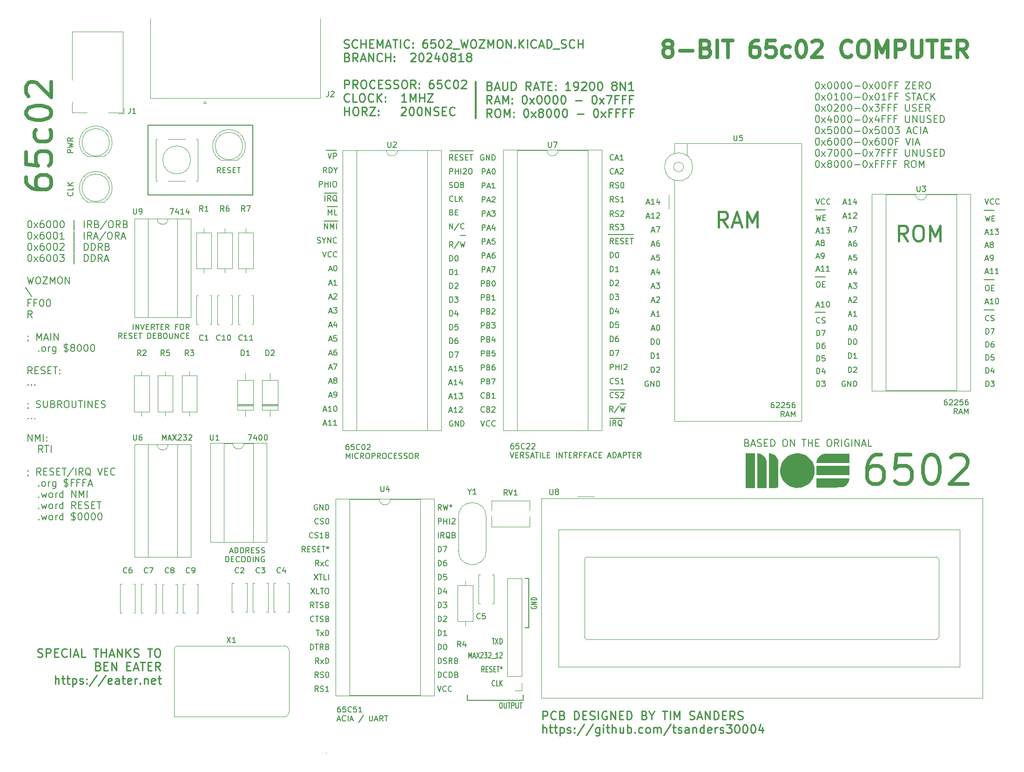
<source format=gbr>
G04 #@! TF.GenerationSoftware,KiCad,Pcbnew,(6.0.10-0)*
G04 #@! TF.CreationDate,2024-08-18T13:22:17-04:00*
G04 #@! TF.ProjectId,6502_wozmon,36353032-5f77-46f7-9a6d-6f6e2e6b6963,rev?*
G04 #@! TF.SameCoordinates,Original*
G04 #@! TF.FileFunction,Legend,Top*
G04 #@! TF.FilePolarity,Positive*
%FSLAX46Y46*%
G04 Gerber Fmt 4.6, Leading zero omitted, Abs format (unit mm)*
G04 Created by KiCad (PCBNEW (6.0.10-0)) date 2024-08-18 13:22:17*
%MOMM*%
%LPD*%
G01*
G04 APERTURE LIST*
%ADD10C,0.150000*%
%ADD11C,0.300000*%
%ADD12C,0.279400*%
%ADD13C,0.635000*%
%ADD14C,0.381000*%
%ADD15C,0.177800*%
%ADD16C,0.120000*%
G04 APERTURE END LIST*
D10*
X74646881Y-40367000D02*
X76932881Y-40367000D01*
X61595000Y-27940000D02*
X61595000Y-40640000D01*
X42545000Y-27940000D02*
X61595000Y-27940000D01*
X111125000Y-110415000D02*
X111760000Y-110415000D01*
X99348500Y-48069100D02*
X100237500Y-48069100D01*
X97481600Y-32620000D02*
X101723400Y-32620000D01*
X61595000Y-40640000D02*
X42545000Y-40640000D01*
X111760000Y-119380000D02*
X111125000Y-119380000D01*
X194581666Y-43455125D02*
X196486666Y-43455125D01*
X100584000Y-131572000D02*
X100584000Y-132588000D01*
X75120500Y-42799000D02*
X77025500Y-42799000D01*
X126526500Y-81280000D02*
X129193500Y-81280000D01*
X42545000Y-40640000D02*
X42545000Y-27940000D01*
X126526500Y-76134212D02*
X129193500Y-76134212D01*
X110744000Y-131572000D02*
X110744000Y-132588000D01*
X163830000Y-62051139D02*
X165735000Y-62051139D01*
D11*
X102108000Y-20066000D02*
X102108000Y-26670000D01*
D10*
X110744000Y-132588000D02*
X100584000Y-132588000D01*
X163830000Y-43375558D02*
X165735000Y-43375558D01*
X163830000Y-55538906D02*
X165735000Y-55538906D01*
X194581666Y-56095875D02*
X196486666Y-56095875D01*
X128368000Y-78674212D02*
X129511000Y-78674212D01*
X126272500Y-47860000D02*
X130844500Y-47860000D01*
X74499405Y-45447000D02*
X77039405Y-45447000D01*
X111760000Y-110415000D02*
X111760000Y-119380000D01*
X74930001Y-142240000D02*
G75*
G03*
X74930001Y-142240000I-1J0D01*
G01*
X74930000Y-32505000D02*
X76835000Y-32505000D01*
X194581666Y-61573750D02*
X196486666Y-61573750D01*
X170005118Y-54825511D02*
X170481308Y-54825511D01*
X169909880Y-55111225D02*
X170243213Y-54111225D01*
X170576546Y-55111225D01*
X171338451Y-54444559D02*
X171338451Y-55111225D01*
X171100356Y-54063606D02*
X170862261Y-54777892D01*
X171481308Y-54777892D01*
X134173452Y-54825511D02*
X134649642Y-54825511D01*
X134078214Y-55111225D02*
X134411547Y-54111225D01*
X134744880Y-55111225D01*
X135506785Y-54444559D02*
X135506785Y-55111225D01*
X135268690Y-54063606D02*
X135030595Y-54777892D01*
X135649642Y-54777892D01*
X133506785Y-74557000D02*
X133411547Y-74509380D01*
X133268690Y-74509380D01*
X133125833Y-74557000D01*
X133030595Y-74652238D01*
X132982976Y-74747476D01*
X132935357Y-74937952D01*
X132935357Y-75080809D01*
X132982976Y-75271285D01*
X133030595Y-75366523D01*
X133125833Y-75461761D01*
X133268690Y-75509380D01*
X133363928Y-75509380D01*
X133506785Y-75461761D01*
X133554404Y-75414142D01*
X133554404Y-75080809D01*
X133363928Y-75080809D01*
X133982976Y-75509380D02*
X133982976Y-74509380D01*
X134554404Y-75509380D01*
X134554404Y-74509380D01*
X135030595Y-75509380D02*
X135030595Y-74509380D01*
X135268690Y-74509380D01*
X135411547Y-74557000D01*
X135506785Y-74652238D01*
X135554404Y-74747476D01*
X135602023Y-74937952D01*
X135602023Y-75080809D01*
X135554404Y-75271285D01*
X135506785Y-75366523D01*
X135411547Y-75461761D01*
X135268690Y-75509380D01*
X135030595Y-75509380D01*
X95903023Y-97988380D02*
X95569690Y-97512190D01*
X95331595Y-97988380D02*
X95331595Y-96988380D01*
X95712547Y-96988380D01*
X95807785Y-97036000D01*
X95855404Y-97083619D01*
X95903023Y-97178857D01*
X95903023Y-97321714D01*
X95855404Y-97416952D01*
X95807785Y-97464571D01*
X95712547Y-97512190D01*
X95331595Y-97512190D01*
X96236357Y-96988380D02*
X96474452Y-97988380D01*
X96664928Y-97274095D01*
X96855404Y-97988380D01*
X97093500Y-96988380D01*
X97617309Y-96988380D02*
X97617309Y-97226476D01*
X97379214Y-97131238D02*
X97617309Y-97226476D01*
X97855404Y-97131238D01*
X97474452Y-97416952D02*
X97617309Y-97226476D01*
X97760166Y-97416952D01*
X164165595Y-73201309D02*
X164165595Y-72201309D01*
X164403690Y-72201309D01*
X164546547Y-72248929D01*
X164641785Y-72344167D01*
X164689404Y-72439405D01*
X164737023Y-72629881D01*
X164737023Y-72772738D01*
X164689404Y-72963214D01*
X164641785Y-73058452D01*
X164546547Y-73153690D01*
X164403690Y-73201309D01*
X164165595Y-73201309D01*
X165594166Y-72534643D02*
X165594166Y-73201309D01*
X165356071Y-72153690D02*
X165117976Y-72867976D01*
X165737023Y-72867976D01*
X97398095Y-55189780D02*
X97398095Y-54189780D01*
X97636190Y-54189780D01*
X97779047Y-54237400D01*
X97874285Y-54332638D01*
X97921904Y-54427876D01*
X97969523Y-54618352D01*
X97969523Y-54761209D01*
X97921904Y-54951685D01*
X97874285Y-55046923D01*
X97779047Y-55142161D01*
X97636190Y-55189780D01*
X97398095Y-55189780D01*
X98921904Y-55189780D02*
X98350476Y-55189780D01*
X98636190Y-55189780D02*
X98636190Y-54189780D01*
X98540952Y-54332638D01*
X98445714Y-54427876D01*
X98350476Y-54475495D01*
X75014285Y-36641748D02*
X74680952Y-36165558D01*
X74442857Y-36641748D02*
X74442857Y-35641748D01*
X74823809Y-35641748D01*
X74919047Y-35689368D01*
X74966666Y-35736987D01*
X75014285Y-35832225D01*
X75014285Y-35975082D01*
X74966666Y-36070320D01*
X74919047Y-36117939D01*
X74823809Y-36165558D01*
X74442857Y-36165558D01*
X75442857Y-36641748D02*
X75442857Y-35641748D01*
X75680952Y-35641748D01*
X75823809Y-35689368D01*
X75919047Y-35784606D01*
X75966666Y-35879844D01*
X76014285Y-36070320D01*
X76014285Y-36213177D01*
X75966666Y-36403653D01*
X75919047Y-36498891D01*
X75823809Y-36594129D01*
X75680952Y-36641748D01*
X75442857Y-36641748D01*
X76633333Y-36165558D02*
X76633333Y-36641748D01*
X76300000Y-35641748D02*
X76633333Y-36165558D01*
X76966666Y-35641748D01*
D12*
X114336467Y-136114608D02*
X114336467Y-134590608D01*
X114917038Y-134590608D01*
X115062181Y-134663180D01*
X115134752Y-134735751D01*
X115207324Y-134880894D01*
X115207324Y-135098608D01*
X115134752Y-135243751D01*
X115062181Y-135316322D01*
X114917038Y-135388894D01*
X114336467Y-135388894D01*
X116731324Y-135969465D02*
X116658752Y-136042037D01*
X116441038Y-136114608D01*
X116295895Y-136114608D01*
X116078181Y-136042037D01*
X115933038Y-135896894D01*
X115860467Y-135751751D01*
X115787895Y-135461465D01*
X115787895Y-135243751D01*
X115860467Y-134953465D01*
X115933038Y-134808322D01*
X116078181Y-134663180D01*
X116295895Y-134590608D01*
X116441038Y-134590608D01*
X116658752Y-134663180D01*
X116731324Y-134735751D01*
X117892467Y-135316322D02*
X118110181Y-135388894D01*
X118182752Y-135461465D01*
X118255324Y-135606608D01*
X118255324Y-135824322D01*
X118182752Y-135969465D01*
X118110181Y-136042037D01*
X117965038Y-136114608D01*
X117384467Y-136114608D01*
X117384467Y-134590608D01*
X117892467Y-134590608D01*
X118037610Y-134663180D01*
X118110181Y-134735751D01*
X118182752Y-134880894D01*
X118182752Y-135026037D01*
X118110181Y-135171180D01*
X118037610Y-135243751D01*
X117892467Y-135316322D01*
X117384467Y-135316322D01*
X120069610Y-136114608D02*
X120069610Y-134590608D01*
X120432467Y-134590608D01*
X120650181Y-134663180D01*
X120795324Y-134808322D01*
X120867895Y-134953465D01*
X120940467Y-135243751D01*
X120940467Y-135461465D01*
X120867895Y-135751751D01*
X120795324Y-135896894D01*
X120650181Y-136042037D01*
X120432467Y-136114608D01*
X120069610Y-136114608D01*
X121593610Y-135316322D02*
X122101610Y-135316322D01*
X122319324Y-136114608D02*
X121593610Y-136114608D01*
X121593610Y-134590608D01*
X122319324Y-134590608D01*
X122899895Y-136042037D02*
X123117610Y-136114608D01*
X123480467Y-136114608D01*
X123625610Y-136042037D01*
X123698181Y-135969465D01*
X123770752Y-135824322D01*
X123770752Y-135679180D01*
X123698181Y-135534037D01*
X123625610Y-135461465D01*
X123480467Y-135388894D01*
X123190181Y-135316322D01*
X123045038Y-135243751D01*
X122972467Y-135171180D01*
X122899895Y-135026037D01*
X122899895Y-134880894D01*
X122972467Y-134735751D01*
X123045038Y-134663180D01*
X123190181Y-134590608D01*
X123553038Y-134590608D01*
X123770752Y-134663180D01*
X124423895Y-136114608D02*
X124423895Y-134590608D01*
X125947895Y-134663180D02*
X125802752Y-134590608D01*
X125585038Y-134590608D01*
X125367324Y-134663180D01*
X125222181Y-134808322D01*
X125149610Y-134953465D01*
X125077038Y-135243751D01*
X125077038Y-135461465D01*
X125149610Y-135751751D01*
X125222181Y-135896894D01*
X125367324Y-136042037D01*
X125585038Y-136114608D01*
X125730181Y-136114608D01*
X125947895Y-136042037D01*
X126020467Y-135969465D01*
X126020467Y-135461465D01*
X125730181Y-135461465D01*
X126673610Y-136114608D02*
X126673610Y-134590608D01*
X127544467Y-136114608D01*
X127544467Y-134590608D01*
X128270181Y-135316322D02*
X128778181Y-135316322D01*
X128995895Y-136114608D02*
X128270181Y-136114608D01*
X128270181Y-134590608D01*
X128995895Y-134590608D01*
X129649038Y-136114608D02*
X129649038Y-134590608D01*
X130011895Y-134590608D01*
X130229610Y-134663180D01*
X130374752Y-134808322D01*
X130447324Y-134953465D01*
X130519895Y-135243751D01*
X130519895Y-135461465D01*
X130447324Y-135751751D01*
X130374752Y-135896894D01*
X130229610Y-136042037D01*
X130011895Y-136114608D01*
X129649038Y-136114608D01*
X132842181Y-135316322D02*
X133059895Y-135388894D01*
X133132467Y-135461465D01*
X133205038Y-135606608D01*
X133205038Y-135824322D01*
X133132467Y-135969465D01*
X133059895Y-136042037D01*
X132914752Y-136114608D01*
X132334181Y-136114608D01*
X132334181Y-134590608D01*
X132842181Y-134590608D01*
X132987324Y-134663180D01*
X133059895Y-134735751D01*
X133132467Y-134880894D01*
X133132467Y-135026037D01*
X133059895Y-135171180D01*
X132987324Y-135243751D01*
X132842181Y-135316322D01*
X132334181Y-135316322D01*
X134148467Y-135388894D02*
X134148467Y-136114608D01*
X133640467Y-134590608D02*
X134148467Y-135388894D01*
X134656467Y-134590608D01*
X136107895Y-134590608D02*
X136978752Y-134590608D01*
X136543324Y-136114608D02*
X136543324Y-134590608D01*
X137486752Y-136114608D02*
X137486752Y-134590608D01*
X138212467Y-136114608D02*
X138212467Y-134590608D01*
X138720467Y-135679180D01*
X139228467Y-134590608D01*
X139228467Y-136114608D01*
X141042752Y-136042037D02*
X141260467Y-136114608D01*
X141623324Y-136114608D01*
X141768467Y-136042037D01*
X141841038Y-135969465D01*
X141913610Y-135824322D01*
X141913610Y-135679180D01*
X141841038Y-135534037D01*
X141768467Y-135461465D01*
X141623324Y-135388894D01*
X141333038Y-135316322D01*
X141187895Y-135243751D01*
X141115324Y-135171180D01*
X141042752Y-135026037D01*
X141042752Y-134880894D01*
X141115324Y-134735751D01*
X141187895Y-134663180D01*
X141333038Y-134590608D01*
X141695895Y-134590608D01*
X141913610Y-134663180D01*
X142494181Y-135679180D02*
X143219895Y-135679180D01*
X142349038Y-136114608D02*
X142857038Y-134590608D01*
X143365038Y-136114608D01*
X143873038Y-136114608D02*
X143873038Y-134590608D01*
X144743895Y-136114608D01*
X144743895Y-134590608D01*
X145469610Y-136114608D02*
X145469610Y-134590608D01*
X145832467Y-134590608D01*
X146050181Y-134663180D01*
X146195324Y-134808322D01*
X146267895Y-134953465D01*
X146340467Y-135243751D01*
X146340467Y-135461465D01*
X146267895Y-135751751D01*
X146195324Y-135896894D01*
X146050181Y-136042037D01*
X145832467Y-136114608D01*
X145469610Y-136114608D01*
X146993610Y-135316322D02*
X147501610Y-135316322D01*
X147719324Y-136114608D02*
X146993610Y-136114608D01*
X146993610Y-134590608D01*
X147719324Y-134590608D01*
X149243324Y-136114608D02*
X148735324Y-135388894D01*
X148372467Y-136114608D02*
X148372467Y-134590608D01*
X148953038Y-134590608D01*
X149098181Y-134663180D01*
X149170752Y-134735751D01*
X149243324Y-134880894D01*
X149243324Y-135098608D01*
X149170752Y-135243751D01*
X149098181Y-135316322D01*
X148953038Y-135388894D01*
X148372467Y-135388894D01*
X149823895Y-136042037D02*
X150041610Y-136114608D01*
X150404467Y-136114608D01*
X150549610Y-136042037D01*
X150622181Y-135969465D01*
X150694752Y-135824322D01*
X150694752Y-135679180D01*
X150622181Y-135534037D01*
X150549610Y-135461465D01*
X150404467Y-135388894D01*
X150114181Y-135316322D01*
X149969038Y-135243751D01*
X149896467Y-135171180D01*
X149823895Y-135026037D01*
X149823895Y-134880894D01*
X149896467Y-134735751D01*
X149969038Y-134663180D01*
X150114181Y-134590608D01*
X150477038Y-134590608D01*
X150694752Y-134663180D01*
X114336467Y-138568248D02*
X114336467Y-137044248D01*
X114989610Y-138568248D02*
X114989610Y-137769962D01*
X114917038Y-137624820D01*
X114771895Y-137552248D01*
X114554181Y-137552248D01*
X114409038Y-137624820D01*
X114336467Y-137697391D01*
X115497610Y-137552248D02*
X116078181Y-137552248D01*
X115715324Y-137044248D02*
X115715324Y-138350534D01*
X115787895Y-138495677D01*
X115933038Y-138568248D01*
X116078181Y-138568248D01*
X116368467Y-137552248D02*
X116949038Y-137552248D01*
X116586181Y-137044248D02*
X116586181Y-138350534D01*
X116658752Y-138495677D01*
X116803895Y-138568248D01*
X116949038Y-138568248D01*
X117457038Y-137552248D02*
X117457038Y-139076248D01*
X117457038Y-137624820D02*
X117602181Y-137552248D01*
X117892467Y-137552248D01*
X118037610Y-137624820D01*
X118110181Y-137697391D01*
X118182752Y-137842534D01*
X118182752Y-138277962D01*
X118110181Y-138423105D01*
X118037610Y-138495677D01*
X117892467Y-138568248D01*
X117602181Y-138568248D01*
X117457038Y-138495677D01*
X118763324Y-138495677D02*
X118908467Y-138568248D01*
X119198752Y-138568248D01*
X119343895Y-138495677D01*
X119416467Y-138350534D01*
X119416467Y-138277962D01*
X119343895Y-138132820D01*
X119198752Y-138060248D01*
X118981038Y-138060248D01*
X118835895Y-137987677D01*
X118763324Y-137842534D01*
X118763324Y-137769962D01*
X118835895Y-137624820D01*
X118981038Y-137552248D01*
X119198752Y-137552248D01*
X119343895Y-137624820D01*
X120069610Y-138423105D02*
X120142181Y-138495677D01*
X120069610Y-138568248D01*
X119997038Y-138495677D01*
X120069610Y-138423105D01*
X120069610Y-138568248D01*
X120069610Y-137624820D02*
X120142181Y-137697391D01*
X120069610Y-137769962D01*
X119997038Y-137697391D01*
X120069610Y-137624820D01*
X120069610Y-137769962D01*
X121883895Y-136971677D02*
X120577610Y-138931105D01*
X123480467Y-136971677D02*
X122174181Y-138931105D01*
X124641610Y-137552248D02*
X124641610Y-138785962D01*
X124569038Y-138931105D01*
X124496467Y-139003677D01*
X124351324Y-139076248D01*
X124133610Y-139076248D01*
X123988467Y-139003677D01*
X124641610Y-138495677D02*
X124496467Y-138568248D01*
X124206181Y-138568248D01*
X124061038Y-138495677D01*
X123988467Y-138423105D01*
X123915895Y-138277962D01*
X123915895Y-137842534D01*
X123988467Y-137697391D01*
X124061038Y-137624820D01*
X124206181Y-137552248D01*
X124496467Y-137552248D01*
X124641610Y-137624820D01*
X125367324Y-138568248D02*
X125367324Y-137552248D01*
X125367324Y-137044248D02*
X125294752Y-137116820D01*
X125367324Y-137189391D01*
X125439895Y-137116820D01*
X125367324Y-137044248D01*
X125367324Y-137189391D01*
X125875324Y-137552248D02*
X126455895Y-137552248D01*
X126093038Y-137044248D02*
X126093038Y-138350534D01*
X126165610Y-138495677D01*
X126310752Y-138568248D01*
X126455895Y-138568248D01*
X126963895Y-138568248D02*
X126963895Y-137044248D01*
X127617038Y-138568248D02*
X127617038Y-137769962D01*
X127544467Y-137624820D01*
X127399324Y-137552248D01*
X127181610Y-137552248D01*
X127036467Y-137624820D01*
X126963895Y-137697391D01*
X128995895Y-137552248D02*
X128995895Y-138568248D01*
X128342752Y-137552248D02*
X128342752Y-138350534D01*
X128415324Y-138495677D01*
X128560467Y-138568248D01*
X128778181Y-138568248D01*
X128923324Y-138495677D01*
X128995895Y-138423105D01*
X129721610Y-138568248D02*
X129721610Y-137044248D01*
X129721610Y-137624820D02*
X129866752Y-137552248D01*
X130157038Y-137552248D01*
X130302181Y-137624820D01*
X130374752Y-137697391D01*
X130447324Y-137842534D01*
X130447324Y-138277962D01*
X130374752Y-138423105D01*
X130302181Y-138495677D01*
X130157038Y-138568248D01*
X129866752Y-138568248D01*
X129721610Y-138495677D01*
X131100467Y-138423105D02*
X131173038Y-138495677D01*
X131100467Y-138568248D01*
X131027895Y-138495677D01*
X131100467Y-138423105D01*
X131100467Y-138568248D01*
X132479324Y-138495677D02*
X132334181Y-138568248D01*
X132043895Y-138568248D01*
X131898752Y-138495677D01*
X131826181Y-138423105D01*
X131753610Y-138277962D01*
X131753610Y-137842534D01*
X131826181Y-137697391D01*
X131898752Y-137624820D01*
X132043895Y-137552248D01*
X132334181Y-137552248D01*
X132479324Y-137624820D01*
X133350181Y-138568248D02*
X133205038Y-138495677D01*
X133132467Y-138423105D01*
X133059895Y-138277962D01*
X133059895Y-137842534D01*
X133132467Y-137697391D01*
X133205038Y-137624820D01*
X133350181Y-137552248D01*
X133567895Y-137552248D01*
X133713038Y-137624820D01*
X133785610Y-137697391D01*
X133858181Y-137842534D01*
X133858181Y-138277962D01*
X133785610Y-138423105D01*
X133713038Y-138495677D01*
X133567895Y-138568248D01*
X133350181Y-138568248D01*
X134511324Y-138568248D02*
X134511324Y-137552248D01*
X134511324Y-137697391D02*
X134583895Y-137624820D01*
X134729038Y-137552248D01*
X134946752Y-137552248D01*
X135091895Y-137624820D01*
X135164467Y-137769962D01*
X135164467Y-138568248D01*
X135164467Y-137769962D02*
X135237038Y-137624820D01*
X135382181Y-137552248D01*
X135599895Y-137552248D01*
X135745038Y-137624820D01*
X135817610Y-137769962D01*
X135817610Y-138568248D01*
X137631895Y-136971677D02*
X136325610Y-138931105D01*
X137922181Y-137552248D02*
X138502752Y-137552248D01*
X138139895Y-137044248D02*
X138139895Y-138350534D01*
X138212467Y-138495677D01*
X138357610Y-138568248D01*
X138502752Y-138568248D01*
X138938181Y-138495677D02*
X139083324Y-138568248D01*
X139373610Y-138568248D01*
X139518752Y-138495677D01*
X139591324Y-138350534D01*
X139591324Y-138277962D01*
X139518752Y-138132820D01*
X139373610Y-138060248D01*
X139155895Y-138060248D01*
X139010752Y-137987677D01*
X138938181Y-137842534D01*
X138938181Y-137769962D01*
X139010752Y-137624820D01*
X139155895Y-137552248D01*
X139373610Y-137552248D01*
X139518752Y-137624820D01*
X140897610Y-138568248D02*
X140897610Y-137769962D01*
X140825038Y-137624820D01*
X140679895Y-137552248D01*
X140389610Y-137552248D01*
X140244467Y-137624820D01*
X140897610Y-138495677D02*
X140752467Y-138568248D01*
X140389610Y-138568248D01*
X140244467Y-138495677D01*
X140171895Y-138350534D01*
X140171895Y-138205391D01*
X140244467Y-138060248D01*
X140389610Y-137987677D01*
X140752467Y-137987677D01*
X140897610Y-137915105D01*
X141623324Y-137552248D02*
X141623324Y-138568248D01*
X141623324Y-137697391D02*
X141695895Y-137624820D01*
X141841038Y-137552248D01*
X142058752Y-137552248D01*
X142203895Y-137624820D01*
X142276467Y-137769962D01*
X142276467Y-138568248D01*
X143655324Y-138568248D02*
X143655324Y-137044248D01*
X143655324Y-138495677D02*
X143510181Y-138568248D01*
X143219895Y-138568248D01*
X143074752Y-138495677D01*
X143002181Y-138423105D01*
X142929610Y-138277962D01*
X142929610Y-137842534D01*
X143002181Y-137697391D01*
X143074752Y-137624820D01*
X143219895Y-137552248D01*
X143510181Y-137552248D01*
X143655324Y-137624820D01*
X144961610Y-138495677D02*
X144816467Y-138568248D01*
X144526181Y-138568248D01*
X144381038Y-138495677D01*
X144308467Y-138350534D01*
X144308467Y-137769962D01*
X144381038Y-137624820D01*
X144526181Y-137552248D01*
X144816467Y-137552248D01*
X144961610Y-137624820D01*
X145034181Y-137769962D01*
X145034181Y-137915105D01*
X144308467Y-138060248D01*
X145687324Y-138568248D02*
X145687324Y-137552248D01*
X145687324Y-137842534D02*
X145759895Y-137697391D01*
X145832467Y-137624820D01*
X145977610Y-137552248D01*
X146122752Y-137552248D01*
X146558181Y-138495677D02*
X146703324Y-138568248D01*
X146993610Y-138568248D01*
X147138752Y-138495677D01*
X147211324Y-138350534D01*
X147211324Y-138277962D01*
X147138752Y-138132820D01*
X146993610Y-138060248D01*
X146775895Y-138060248D01*
X146630752Y-137987677D01*
X146558181Y-137842534D01*
X146558181Y-137769962D01*
X146630752Y-137624820D01*
X146775895Y-137552248D01*
X146993610Y-137552248D01*
X147138752Y-137624820D01*
X147719324Y-137044248D02*
X148662752Y-137044248D01*
X148154752Y-137624820D01*
X148372467Y-137624820D01*
X148517610Y-137697391D01*
X148590181Y-137769962D01*
X148662752Y-137915105D01*
X148662752Y-138277962D01*
X148590181Y-138423105D01*
X148517610Y-138495677D01*
X148372467Y-138568248D01*
X147937038Y-138568248D01*
X147791895Y-138495677D01*
X147719324Y-138423105D01*
X149606181Y-137044248D02*
X149751324Y-137044248D01*
X149896467Y-137116820D01*
X149969038Y-137189391D01*
X150041610Y-137334534D01*
X150114181Y-137624820D01*
X150114181Y-137987677D01*
X150041610Y-138277962D01*
X149969038Y-138423105D01*
X149896467Y-138495677D01*
X149751324Y-138568248D01*
X149606181Y-138568248D01*
X149461038Y-138495677D01*
X149388467Y-138423105D01*
X149315895Y-138277962D01*
X149243324Y-137987677D01*
X149243324Y-137624820D01*
X149315895Y-137334534D01*
X149388467Y-137189391D01*
X149461038Y-137116820D01*
X149606181Y-137044248D01*
X151057610Y-137044248D02*
X151202752Y-137044248D01*
X151347895Y-137116820D01*
X151420467Y-137189391D01*
X151493038Y-137334534D01*
X151565610Y-137624820D01*
X151565610Y-137987677D01*
X151493038Y-138277962D01*
X151420467Y-138423105D01*
X151347895Y-138495677D01*
X151202752Y-138568248D01*
X151057610Y-138568248D01*
X150912467Y-138495677D01*
X150839895Y-138423105D01*
X150767324Y-138277962D01*
X150694752Y-137987677D01*
X150694752Y-137624820D01*
X150767324Y-137334534D01*
X150839895Y-137189391D01*
X150912467Y-137116820D01*
X151057610Y-137044248D01*
X152509038Y-137044248D02*
X152654181Y-137044248D01*
X152799324Y-137116820D01*
X152871895Y-137189391D01*
X152944467Y-137334534D01*
X153017038Y-137624820D01*
X153017038Y-137987677D01*
X152944467Y-138277962D01*
X152871895Y-138423105D01*
X152799324Y-138495677D01*
X152654181Y-138568248D01*
X152509038Y-138568248D01*
X152363895Y-138495677D01*
X152291324Y-138423105D01*
X152218752Y-138277962D01*
X152146181Y-137987677D01*
X152146181Y-137624820D01*
X152218752Y-137334534D01*
X152291324Y-137189391D01*
X152363895Y-137116820D01*
X152509038Y-137044248D01*
X154323324Y-137552248D02*
X154323324Y-138568248D01*
X153960467Y-136971677D02*
X153597610Y-138060248D01*
X154541038Y-138060248D01*
D10*
X133221071Y-44626435D02*
X133697261Y-44626435D01*
X133125833Y-44912149D02*
X133459166Y-43912149D01*
X133792500Y-44912149D01*
X134649642Y-44912149D02*
X134078214Y-44912149D01*
X134363928Y-44912149D02*
X134363928Y-43912149D01*
X134268690Y-44055007D01*
X134173452Y-44150245D01*
X134078214Y-44197864D01*
X135030595Y-44007388D02*
X135078214Y-43959769D01*
X135173452Y-43912149D01*
X135411547Y-43912149D01*
X135506785Y-43959769D01*
X135554404Y-44007388D01*
X135602023Y-44102626D01*
X135602023Y-44197864D01*
X135554404Y-44340721D01*
X134982976Y-44912149D01*
X135602023Y-44912149D01*
X95331595Y-100528380D02*
X95331595Y-99528380D01*
X95712547Y-99528380D01*
X95807785Y-99576000D01*
X95855404Y-99623619D01*
X95903023Y-99718857D01*
X95903023Y-99861714D01*
X95855404Y-99956952D01*
X95807785Y-100004571D01*
X95712547Y-100052190D01*
X95331595Y-100052190D01*
X96331595Y-100528380D02*
X96331595Y-99528380D01*
X96331595Y-100004571D02*
X96903023Y-100004571D01*
X96903023Y-100528380D02*
X96903023Y-99528380D01*
X97379214Y-100528380D02*
X97379214Y-99528380D01*
X97807785Y-99623619D02*
X97855404Y-99576000D01*
X97950642Y-99528380D01*
X98188738Y-99528380D01*
X98283976Y-99576000D01*
X98331595Y-99623619D01*
X98379214Y-99718857D01*
X98379214Y-99814095D01*
X98331595Y-99956952D01*
X97760166Y-100528380D01*
X98379214Y-100528380D01*
X194869642Y-52329791D02*
X195345832Y-52329791D01*
X194774404Y-52615505D02*
X195107737Y-51615505D01*
X195441070Y-52615505D01*
X195822023Y-52615505D02*
X196012499Y-52615505D01*
X196107737Y-52567886D01*
X196155356Y-52520267D01*
X196250594Y-52377410D01*
X196298213Y-52186934D01*
X196298213Y-51805982D01*
X196250594Y-51710744D01*
X196202975Y-51663125D01*
X196107737Y-51615505D01*
X195917261Y-51615505D01*
X195822023Y-51663125D01*
X195774404Y-51710744D01*
X195726785Y-51805982D01*
X195726785Y-52044077D01*
X195774404Y-52139315D01*
X195822023Y-52186934D01*
X195917261Y-52234553D01*
X196107737Y-52234553D01*
X196202975Y-52186934D01*
X196250594Y-52139315D01*
X196298213Y-52044077D01*
X74490476Y-82316666D02*
X74966666Y-82316666D01*
X74395238Y-82602380D02*
X74728571Y-81602380D01*
X75061904Y-82602380D01*
X75919047Y-82602380D02*
X75347619Y-82602380D01*
X75633333Y-82602380D02*
X75633333Y-81602380D01*
X75538095Y-81745238D01*
X75442857Y-81840476D01*
X75347619Y-81888095D01*
X76871428Y-82602380D02*
X76300000Y-82602380D01*
X76585714Y-82602380D02*
X76585714Y-81602380D01*
X76490476Y-81745238D01*
X76395238Y-81840476D01*
X76300000Y-81888095D01*
X73499261Y-131008380D02*
X73165928Y-130532190D01*
X72927833Y-131008380D02*
X72927833Y-130008380D01*
X73308785Y-130008380D01*
X73404023Y-130056000D01*
X73451642Y-130103619D01*
X73499261Y-130198857D01*
X73499261Y-130341714D01*
X73451642Y-130436952D01*
X73404023Y-130484571D01*
X73308785Y-130532190D01*
X72927833Y-130532190D01*
X73880214Y-130960761D02*
X74023071Y-131008380D01*
X74261166Y-131008380D01*
X74356404Y-130960761D01*
X74404023Y-130913142D01*
X74451642Y-130817904D01*
X74451642Y-130722666D01*
X74404023Y-130627428D01*
X74356404Y-130579809D01*
X74261166Y-130532190D01*
X74070690Y-130484571D01*
X73975452Y-130436952D01*
X73927833Y-130389333D01*
X73880214Y-130294095D01*
X73880214Y-130198857D01*
X73927833Y-130103619D01*
X73975452Y-130056000D01*
X74070690Y-130008380D01*
X74308785Y-130008380D01*
X74451642Y-130056000D01*
X75404023Y-131008380D02*
X74832595Y-131008380D01*
X75118309Y-131008380D02*
X75118309Y-130008380D01*
X75023071Y-130151238D01*
X74927833Y-130246476D01*
X74832595Y-130294095D01*
X97350476Y-74932866D02*
X97826666Y-74932866D01*
X97255238Y-75218580D02*
X97588571Y-74218580D01*
X97921904Y-75218580D01*
X98779047Y-75218580D02*
X98207619Y-75218580D01*
X98493333Y-75218580D02*
X98493333Y-74218580D01*
X98398095Y-74361438D01*
X98302857Y-74456676D01*
X98207619Y-74504295D01*
X99636190Y-74551914D02*
X99636190Y-75218580D01*
X99398095Y-74170961D02*
X99160000Y-74885247D01*
X99779047Y-74885247D01*
X73499261Y-100433142D02*
X73451642Y-100480761D01*
X73308785Y-100528380D01*
X73213547Y-100528380D01*
X73070690Y-100480761D01*
X72975452Y-100385523D01*
X72927833Y-100290285D01*
X72880214Y-100099809D01*
X72880214Y-99956952D01*
X72927833Y-99766476D01*
X72975452Y-99671238D01*
X73070690Y-99576000D01*
X73213547Y-99528380D01*
X73308785Y-99528380D01*
X73451642Y-99576000D01*
X73499261Y-99623619D01*
X73880214Y-100480761D02*
X74023071Y-100528380D01*
X74261166Y-100528380D01*
X74356404Y-100480761D01*
X74404023Y-100433142D01*
X74451642Y-100337904D01*
X74451642Y-100242666D01*
X74404023Y-100147428D01*
X74356404Y-100099809D01*
X74261166Y-100052190D01*
X74070690Y-100004571D01*
X73975452Y-99956952D01*
X73927833Y-99909333D01*
X73880214Y-99814095D01*
X73880214Y-99718857D01*
X73927833Y-99623619D01*
X73975452Y-99576000D01*
X74070690Y-99528380D01*
X74308785Y-99528380D01*
X74451642Y-99576000D01*
X75070690Y-99528380D02*
X75165928Y-99528380D01*
X75261166Y-99576000D01*
X75308785Y-99623619D01*
X75356404Y-99718857D01*
X75404023Y-99909333D01*
X75404023Y-100147428D01*
X75356404Y-100337904D01*
X75308785Y-100433142D01*
X75261166Y-100480761D01*
X75165928Y-100528380D01*
X75070690Y-100528380D01*
X74975452Y-100480761D01*
X74927833Y-100433142D01*
X74880214Y-100337904D01*
X74832595Y-100147428D01*
X74832595Y-99909333D01*
X74880214Y-99718857D01*
X74927833Y-99623619D01*
X74975452Y-99576000D01*
X75070690Y-99528380D01*
D13*
X20356285Y-37496750D02*
X20356285Y-38367607D01*
X20574000Y-38803035D01*
X20791714Y-39020750D01*
X21444857Y-39456178D01*
X22315714Y-39673892D01*
X24057428Y-39673892D01*
X24492857Y-39456178D01*
X24710571Y-39238464D01*
X24928285Y-38803035D01*
X24928285Y-37932178D01*
X24710571Y-37496750D01*
X24492857Y-37279035D01*
X24057428Y-37061321D01*
X22968857Y-37061321D01*
X22533428Y-37279035D01*
X22315714Y-37496750D01*
X22098000Y-37932178D01*
X22098000Y-38803035D01*
X22315714Y-39238464D01*
X22533428Y-39456178D01*
X22968857Y-39673892D01*
X20356285Y-32924750D02*
X20356285Y-35101892D01*
X22533428Y-35319607D01*
X22315714Y-35101892D01*
X22098000Y-34666464D01*
X22098000Y-33577892D01*
X22315714Y-33142464D01*
X22533428Y-32924750D01*
X22968857Y-32707035D01*
X24057428Y-32707035D01*
X24492857Y-32924750D01*
X24710571Y-33142464D01*
X24928285Y-33577892D01*
X24928285Y-34666464D01*
X24710571Y-35101892D01*
X24492857Y-35319607D01*
X24710571Y-28788178D02*
X24928285Y-29223607D01*
X24928285Y-30094464D01*
X24710571Y-30529892D01*
X24492857Y-30747607D01*
X24057428Y-30965321D01*
X22751142Y-30965321D01*
X22315714Y-30747607D01*
X22098000Y-30529892D01*
X21880285Y-30094464D01*
X21880285Y-29223607D01*
X22098000Y-28788178D01*
X20356285Y-25957892D02*
X20356285Y-25522464D01*
X20574000Y-25087035D01*
X20791714Y-24869321D01*
X21227142Y-24651607D01*
X22098000Y-24433892D01*
X23186571Y-24433892D01*
X24057428Y-24651607D01*
X24492857Y-24869321D01*
X24710571Y-25087035D01*
X24928285Y-25522464D01*
X24928285Y-25957892D01*
X24710571Y-26393321D01*
X24492857Y-26611035D01*
X24057428Y-26828750D01*
X23186571Y-27046464D01*
X22098000Y-27046464D01*
X21227142Y-26828750D01*
X20791714Y-26611035D01*
X20574000Y-26393321D01*
X20356285Y-25957892D01*
X20791714Y-22692178D02*
X20574000Y-22474464D01*
X20356285Y-22039035D01*
X20356285Y-20950464D01*
X20574000Y-20515035D01*
X20791714Y-20297321D01*
X21227142Y-20079607D01*
X21662571Y-20079607D01*
X22315714Y-20297321D01*
X24928285Y-22909892D01*
X24928285Y-20079607D01*
D10*
X170005118Y-49725973D02*
X170481308Y-49725973D01*
X169909880Y-50011687D02*
X170243213Y-49011687D01*
X170576546Y-50011687D01*
X171338451Y-49011687D02*
X171147975Y-49011687D01*
X171052737Y-49059307D01*
X171005118Y-49106926D01*
X170909880Y-49249783D01*
X170862261Y-49440259D01*
X170862261Y-49821211D01*
X170909880Y-49916449D01*
X170957499Y-49964068D01*
X171052737Y-50011687D01*
X171243213Y-50011687D01*
X171338451Y-49964068D01*
X171386070Y-49916449D01*
X171433689Y-49821211D01*
X171433689Y-49583116D01*
X171386070Y-49487878D01*
X171338451Y-49440259D01*
X171243213Y-49392640D01*
X171052737Y-49392640D01*
X170957499Y-49440259D01*
X170909880Y-49487878D01*
X170862261Y-49583116D01*
X74731190Y-41748484D02*
X74731190Y-40748484D01*
X75778809Y-41748484D02*
X75445476Y-41272294D01*
X75207381Y-41748484D02*
X75207381Y-40748484D01*
X75588333Y-40748484D01*
X75683571Y-40796104D01*
X75731190Y-40843723D01*
X75778809Y-40938961D01*
X75778809Y-41081818D01*
X75731190Y-41177056D01*
X75683571Y-41224675D01*
X75588333Y-41272294D01*
X75207381Y-41272294D01*
X76874047Y-41843723D02*
X76778809Y-41796104D01*
X76683571Y-41700865D01*
X76540714Y-41558008D01*
X76445476Y-41510389D01*
X76350238Y-41510389D01*
X76397857Y-41748484D02*
X76302619Y-41700865D01*
X76207381Y-41605627D01*
X76159762Y-41415151D01*
X76159762Y-41081818D01*
X76207381Y-40891342D01*
X76302619Y-40796104D01*
X76397857Y-40748484D01*
X76588333Y-40748484D01*
X76683571Y-40796104D01*
X76778809Y-40891342D01*
X76826428Y-41081818D01*
X76826428Y-41415151D01*
X76778809Y-41605627D01*
X76683571Y-41700865D01*
X76588333Y-41748484D01*
X76397857Y-41748484D01*
X105584643Y-129897142D02*
X105548357Y-129944761D01*
X105439500Y-129992380D01*
X105366928Y-129992380D01*
X105258071Y-129944761D01*
X105185500Y-129849523D01*
X105149214Y-129754285D01*
X105112928Y-129563809D01*
X105112928Y-129420952D01*
X105149214Y-129230476D01*
X105185500Y-129135238D01*
X105258071Y-129040000D01*
X105366928Y-128992380D01*
X105439500Y-128992380D01*
X105548357Y-129040000D01*
X105584643Y-129087619D01*
X106274071Y-129992380D02*
X105911214Y-129992380D01*
X105911214Y-128992380D01*
X106528071Y-129992380D02*
X106528071Y-128992380D01*
X106963500Y-129992380D02*
X106636928Y-129420952D01*
X106963500Y-128992380D02*
X106528071Y-129563809D01*
X103697785Y-127454522D02*
X103443785Y-126978332D01*
X103262357Y-127454522D02*
X103262357Y-126454522D01*
X103552643Y-126454522D01*
X103625214Y-126502142D01*
X103661500Y-126549761D01*
X103697785Y-126644999D01*
X103697785Y-126787856D01*
X103661500Y-126883094D01*
X103625214Y-126930713D01*
X103552643Y-126978332D01*
X103262357Y-126978332D01*
X104024357Y-126930713D02*
X104278357Y-126930713D01*
X104387214Y-127454522D02*
X104024357Y-127454522D01*
X104024357Y-126454522D01*
X104387214Y-126454522D01*
X104677500Y-127406903D02*
X104786357Y-127454522D01*
X104967785Y-127454522D01*
X105040357Y-127406903D01*
X105076643Y-127359284D01*
X105112928Y-127264046D01*
X105112928Y-127168808D01*
X105076643Y-127073570D01*
X105040357Y-127025951D01*
X104967785Y-126978332D01*
X104822643Y-126930713D01*
X104750071Y-126883094D01*
X104713785Y-126835475D01*
X104677500Y-126740237D01*
X104677500Y-126644999D01*
X104713785Y-126549761D01*
X104750071Y-126502142D01*
X104822643Y-126454522D01*
X105004071Y-126454522D01*
X105112928Y-126502142D01*
X105439500Y-126930713D02*
X105693500Y-126930713D01*
X105802357Y-127454522D02*
X105439500Y-127454522D01*
X105439500Y-126454522D01*
X105802357Y-126454522D01*
X106020071Y-126454522D02*
X106455500Y-126454522D01*
X106237785Y-127454522D02*
X106237785Y-126454522D01*
X106818357Y-126454522D02*
X106818357Y-126692618D01*
X106636928Y-126597380D02*
X106818357Y-126692618D01*
X106999785Y-126597380D01*
X106709500Y-126883094D02*
X106818357Y-126692618D01*
X106927214Y-126883094D01*
X126608095Y-52088960D02*
X126608095Y-51088960D01*
X126846190Y-51088960D01*
X126989047Y-51136580D01*
X127084285Y-51231818D01*
X127131904Y-51327056D01*
X127179523Y-51517532D01*
X127179523Y-51660389D01*
X127131904Y-51850865D01*
X127084285Y-51946103D01*
X126989047Y-52041341D01*
X126846190Y-52088960D01*
X126608095Y-52088960D01*
X127798571Y-51088960D02*
X127893809Y-51088960D01*
X127989047Y-51136580D01*
X128036666Y-51184199D01*
X128084285Y-51279437D01*
X128131904Y-51469913D01*
X128131904Y-51708008D01*
X128084285Y-51898484D01*
X128036666Y-51993722D01*
X127989047Y-52041341D01*
X127893809Y-52088960D01*
X127798571Y-52088960D01*
X127703333Y-52041341D01*
X127655714Y-51993722D01*
X127608095Y-51898484D01*
X127560476Y-51708008D01*
X127560476Y-51469913D01*
X127608095Y-51279437D01*
X127655714Y-51184199D01*
X127703333Y-51136580D01*
X127798571Y-51088960D01*
X164165595Y-70893251D02*
X164165595Y-69893251D01*
X164403690Y-69893251D01*
X164546547Y-69940871D01*
X164641785Y-70036109D01*
X164689404Y-70131347D01*
X164737023Y-70321823D01*
X164737023Y-70464680D01*
X164689404Y-70655156D01*
X164641785Y-70750394D01*
X164546547Y-70845632D01*
X164403690Y-70893251D01*
X164165595Y-70893251D01*
X165641785Y-69893251D02*
X165165595Y-69893251D01*
X165117976Y-70369442D01*
X165165595Y-70321823D01*
X165260833Y-70274204D01*
X165498928Y-70274204D01*
X165594166Y-70321823D01*
X165641785Y-70369442D01*
X165689404Y-70464680D01*
X165689404Y-70702775D01*
X165641785Y-70798013D01*
X165594166Y-70845632D01*
X165498928Y-70893251D01*
X165260833Y-70893251D01*
X165165595Y-70845632D01*
X165117976Y-70798013D01*
X134078214Y-70409839D02*
X134078214Y-69409839D01*
X134316309Y-69409839D01*
X134459166Y-69457459D01*
X134554404Y-69552697D01*
X134602023Y-69647935D01*
X134649642Y-69838411D01*
X134649642Y-69981268D01*
X134602023Y-70171744D01*
X134554404Y-70266982D01*
X134459166Y-70362220D01*
X134316309Y-70409839D01*
X134078214Y-70409839D01*
X135602023Y-70409839D02*
X135030595Y-70409839D01*
X135316309Y-70409839D02*
X135316309Y-69409839D01*
X135221071Y-69552697D01*
X135125833Y-69647935D01*
X135030595Y-69695554D01*
X97398095Y-62700580D02*
X97398095Y-61700580D01*
X97636190Y-61700580D01*
X97779047Y-61748200D01*
X97874285Y-61843438D01*
X97921904Y-61938676D01*
X97969523Y-62129152D01*
X97969523Y-62272009D01*
X97921904Y-62462485D01*
X97874285Y-62557723D01*
X97779047Y-62652961D01*
X97636190Y-62700580D01*
X97398095Y-62700580D01*
X98826666Y-62033914D02*
X98826666Y-62700580D01*
X98588571Y-61652961D02*
X98350476Y-62367247D01*
X98969523Y-62367247D01*
X97398095Y-52686180D02*
X97398095Y-51686180D01*
X97636190Y-51686180D01*
X97779047Y-51733800D01*
X97874285Y-51829038D01*
X97921904Y-51924276D01*
X97969523Y-52114752D01*
X97969523Y-52257609D01*
X97921904Y-52448085D01*
X97874285Y-52543323D01*
X97779047Y-52638561D01*
X97636190Y-52686180D01*
X97398095Y-52686180D01*
X98588571Y-51686180D02*
X98683809Y-51686180D01*
X98779047Y-51733800D01*
X98826666Y-51781419D01*
X98874285Y-51876657D01*
X98921904Y-52067133D01*
X98921904Y-52305228D01*
X98874285Y-52495704D01*
X98826666Y-52590942D01*
X98779047Y-52638561D01*
X98683809Y-52686180D01*
X98588571Y-52686180D01*
X98493333Y-52638561D01*
X98445714Y-52590942D01*
X98398095Y-52495704D01*
X98350476Y-52305228D01*
X98350476Y-52067133D01*
X98398095Y-51876657D01*
X98445714Y-51781419D01*
X98493333Y-51733800D01*
X98588571Y-51686180D01*
X164117976Y-49623898D02*
X164594166Y-49623898D01*
X164022738Y-49909612D02*
X164356071Y-48909612D01*
X164689404Y-49909612D01*
X165165595Y-49338184D02*
X165070357Y-49290565D01*
X165022738Y-49242946D01*
X164975119Y-49147708D01*
X164975119Y-49100089D01*
X165022738Y-49004851D01*
X165070357Y-48957232D01*
X165165595Y-48909612D01*
X165356071Y-48909612D01*
X165451309Y-48957232D01*
X165498928Y-49004851D01*
X165546547Y-49100089D01*
X165546547Y-49147708D01*
X165498928Y-49242946D01*
X165451309Y-49290565D01*
X165356071Y-49338184D01*
X165165595Y-49338184D01*
X165070357Y-49385803D01*
X165022738Y-49433422D01*
X164975119Y-49528660D01*
X164975119Y-49719136D01*
X165022738Y-49814374D01*
X165070357Y-49861993D01*
X165165595Y-49909612D01*
X165356071Y-49909612D01*
X165451309Y-49861993D01*
X165498928Y-49814374D01*
X165546547Y-49719136D01*
X165546547Y-49528660D01*
X165498928Y-49433422D01*
X165451309Y-49385803D01*
X165356071Y-49338184D01*
X97398095Y-70211380D02*
X97398095Y-69211380D01*
X97636190Y-69211380D01*
X97779047Y-69259000D01*
X97874285Y-69354238D01*
X97921904Y-69449476D01*
X97969523Y-69639952D01*
X97969523Y-69782809D01*
X97921904Y-69973285D01*
X97874285Y-70068523D01*
X97779047Y-70163761D01*
X97636190Y-70211380D01*
X97398095Y-70211380D01*
X98302857Y-69211380D02*
X98969523Y-69211380D01*
X98540952Y-70211380D01*
X97350476Y-72429266D02*
X97826666Y-72429266D01*
X97255238Y-72714980D02*
X97588571Y-71714980D01*
X97921904Y-72714980D01*
X98779047Y-72714980D02*
X98207619Y-72714980D01*
X98493333Y-72714980D02*
X98493333Y-71714980D01*
X98398095Y-71857838D01*
X98302857Y-71953076D01*
X98207619Y-72000695D01*
X99683809Y-71714980D02*
X99207619Y-71714980D01*
X99160000Y-72191171D01*
X99207619Y-72143552D01*
X99302857Y-72095933D01*
X99540952Y-72095933D01*
X99636190Y-72143552D01*
X99683809Y-72191171D01*
X99731428Y-72286409D01*
X99731428Y-72524504D01*
X99683809Y-72619742D01*
X99636190Y-72667361D01*
X99540952Y-72714980D01*
X99302857Y-72714980D01*
X99207619Y-72667361D01*
X99160000Y-72619742D01*
X103712142Y-80087454D02*
X103664523Y-80135073D01*
X103521666Y-80182692D01*
X103426428Y-80182692D01*
X103283571Y-80135073D01*
X103188333Y-80039835D01*
X103140714Y-79944597D01*
X103093095Y-79754121D01*
X103093095Y-79611264D01*
X103140714Y-79420788D01*
X103188333Y-79325550D01*
X103283571Y-79230312D01*
X103426428Y-79182692D01*
X103521666Y-79182692D01*
X103664523Y-79230312D01*
X103712142Y-79277931D01*
X104474047Y-79658883D02*
X104616904Y-79706502D01*
X104664523Y-79754121D01*
X104712142Y-79849359D01*
X104712142Y-79992216D01*
X104664523Y-80087454D01*
X104616904Y-80135073D01*
X104521666Y-80182692D01*
X104140714Y-80182692D01*
X104140714Y-79182692D01*
X104474047Y-79182692D01*
X104569285Y-79230312D01*
X104616904Y-79277931D01*
X104664523Y-79373169D01*
X104664523Y-79468407D01*
X104616904Y-79563645D01*
X104569285Y-79611264D01*
X104474047Y-79658883D01*
X104140714Y-79658883D01*
X105093095Y-79277931D02*
X105140714Y-79230312D01*
X105235952Y-79182692D01*
X105474047Y-79182692D01*
X105569285Y-79230312D01*
X105616904Y-79277931D01*
X105664523Y-79373169D01*
X105664523Y-79468407D01*
X105616904Y-79611264D01*
X105045476Y-80182692D01*
X105664523Y-80182692D01*
X55697619Y-36647380D02*
X55364285Y-36171190D01*
X55126190Y-36647380D02*
X55126190Y-35647380D01*
X55507142Y-35647380D01*
X55602380Y-35695000D01*
X55650000Y-35742619D01*
X55697619Y-35837857D01*
X55697619Y-35980714D01*
X55650000Y-36075952D01*
X55602380Y-36123571D01*
X55507142Y-36171190D01*
X55126190Y-36171190D01*
X56126190Y-36123571D02*
X56459523Y-36123571D01*
X56602380Y-36647380D02*
X56126190Y-36647380D01*
X56126190Y-35647380D01*
X56602380Y-35647380D01*
X56983333Y-36599761D02*
X57126190Y-36647380D01*
X57364285Y-36647380D01*
X57459523Y-36599761D01*
X57507142Y-36552142D01*
X57554761Y-36456904D01*
X57554761Y-36361666D01*
X57507142Y-36266428D01*
X57459523Y-36218809D01*
X57364285Y-36171190D01*
X57173809Y-36123571D01*
X57078571Y-36075952D01*
X57030952Y-36028333D01*
X56983333Y-35933095D01*
X56983333Y-35837857D01*
X57030952Y-35742619D01*
X57078571Y-35695000D01*
X57173809Y-35647380D01*
X57411904Y-35647380D01*
X57554761Y-35695000D01*
X57983333Y-36123571D02*
X58316666Y-36123571D01*
X58459523Y-36647380D02*
X57983333Y-36647380D01*
X57983333Y-35647380D01*
X58459523Y-35647380D01*
X58745238Y-35647380D02*
X59316666Y-35647380D01*
X59030952Y-36647380D02*
X59030952Y-35647380D01*
D13*
X175863250Y-87884000D02*
X174847250Y-87884000D01*
X174339250Y-88138000D01*
X174085250Y-88392000D01*
X173577250Y-89154000D01*
X173323250Y-90170000D01*
X173323250Y-92202000D01*
X173577250Y-92710000D01*
X173831250Y-92964000D01*
X174339250Y-93218000D01*
X175355250Y-93218000D01*
X175863250Y-92964000D01*
X176117250Y-92710000D01*
X176371250Y-92202000D01*
X176371250Y-90932000D01*
X176117250Y-90424000D01*
X175863250Y-90170000D01*
X175355250Y-89916000D01*
X174339250Y-89916000D01*
X173831250Y-90170000D01*
X173577250Y-90424000D01*
X173323250Y-90932000D01*
X181197250Y-87884000D02*
X178657250Y-87884000D01*
X178403250Y-90424000D01*
X178657250Y-90170000D01*
X179165250Y-89916000D01*
X180435250Y-89916000D01*
X180943250Y-90170000D01*
X181197250Y-90424000D01*
X181451250Y-90932000D01*
X181451250Y-92202000D01*
X181197250Y-92710000D01*
X180943250Y-92964000D01*
X180435250Y-93218000D01*
X179165250Y-93218000D01*
X178657250Y-92964000D01*
X178403250Y-92710000D01*
X184753250Y-87884000D02*
X185261250Y-87884000D01*
X185769250Y-88138000D01*
X186023250Y-88392000D01*
X186277250Y-88900000D01*
X186531250Y-89916000D01*
X186531250Y-91186000D01*
X186277250Y-92202000D01*
X186023250Y-92710000D01*
X185769250Y-92964000D01*
X185261250Y-93218000D01*
X184753250Y-93218000D01*
X184245250Y-92964000D01*
X183991250Y-92710000D01*
X183737250Y-92202000D01*
X183483250Y-91186000D01*
X183483250Y-89916000D01*
X183737250Y-88900000D01*
X183991250Y-88392000D01*
X184245250Y-88138000D01*
X184753250Y-87884000D01*
X188563250Y-88392000D02*
X188817250Y-88138000D01*
X189325250Y-87884000D01*
X190595250Y-87884000D01*
X191103250Y-88138000D01*
X191357250Y-88392000D01*
X191611250Y-88900000D01*
X191611250Y-89408000D01*
X191357250Y-90170000D01*
X188309250Y-93218000D01*
X191611250Y-93218000D01*
D10*
X72689738Y-115768380D02*
X72356404Y-115292190D01*
X72118309Y-115768380D02*
X72118309Y-114768380D01*
X72499261Y-114768380D01*
X72594500Y-114816000D01*
X72642119Y-114863619D01*
X72689738Y-114958857D01*
X72689738Y-115101714D01*
X72642119Y-115196952D01*
X72594500Y-115244571D01*
X72499261Y-115292190D01*
X72118309Y-115292190D01*
X72975452Y-114768380D02*
X73546880Y-114768380D01*
X73261166Y-115768380D02*
X73261166Y-114768380D01*
X73832595Y-115720761D02*
X73975452Y-115768380D01*
X74213547Y-115768380D01*
X74308785Y-115720761D01*
X74356404Y-115673142D01*
X74404023Y-115577904D01*
X74404023Y-115482666D01*
X74356404Y-115387428D01*
X74308785Y-115339809D01*
X74213547Y-115292190D01*
X74023071Y-115244571D01*
X73927833Y-115196952D01*
X73880214Y-115149333D01*
X73832595Y-115054095D01*
X73832595Y-114958857D01*
X73880214Y-114863619D01*
X73927833Y-114816000D01*
X74023071Y-114768380D01*
X74261166Y-114768380D01*
X74404023Y-114816000D01*
X75165928Y-115244571D02*
X75308785Y-115292190D01*
X75356404Y-115339809D01*
X75404023Y-115435047D01*
X75404023Y-115577904D01*
X75356404Y-115673142D01*
X75308785Y-115720761D01*
X75213547Y-115768380D01*
X74832595Y-115768380D01*
X74832595Y-114768380D01*
X75165928Y-114768380D01*
X75261166Y-114816000D01*
X75308785Y-114863619D01*
X75356404Y-114958857D01*
X75356404Y-115054095D01*
X75308785Y-115149333D01*
X75261166Y-115196952D01*
X75165928Y-115244571D01*
X74832595Y-115244571D01*
X103283571Y-49622484D02*
X103283571Y-48622484D01*
X103664523Y-48622484D01*
X103759761Y-48670104D01*
X103807380Y-48717723D01*
X103855000Y-48812961D01*
X103855000Y-48955818D01*
X103807380Y-49051056D01*
X103759761Y-49098675D01*
X103664523Y-49146294D01*
X103283571Y-49146294D01*
X104235952Y-49336770D02*
X104712142Y-49336770D01*
X104140714Y-49622484D02*
X104474047Y-48622484D01*
X104807380Y-49622484D01*
X105616904Y-48622484D02*
X105140714Y-48622484D01*
X105093095Y-49098675D01*
X105140714Y-49051056D01*
X105235952Y-49003437D01*
X105474047Y-49003437D01*
X105569285Y-49051056D01*
X105616904Y-49098675D01*
X105664523Y-49193913D01*
X105664523Y-49432008D01*
X105616904Y-49527246D01*
X105569285Y-49574865D01*
X105474047Y-49622484D01*
X105235952Y-49622484D01*
X105140714Y-49574865D01*
X105093095Y-49527246D01*
X169909880Y-72959608D02*
X169909880Y-71959608D01*
X170147975Y-71959608D01*
X170290832Y-72007228D01*
X170386070Y-72102466D01*
X170433689Y-72197704D01*
X170481308Y-72388180D01*
X170481308Y-72531037D01*
X170433689Y-72721513D01*
X170386070Y-72816751D01*
X170290832Y-72911989D01*
X170147975Y-72959608D01*
X169909880Y-72959608D01*
X170862261Y-72054847D02*
X170909880Y-72007228D01*
X171005118Y-71959608D01*
X171243213Y-71959608D01*
X171338451Y-72007228D01*
X171386070Y-72054847D01*
X171433689Y-72150085D01*
X171433689Y-72245323D01*
X171386070Y-72388180D01*
X170814642Y-72959608D01*
X171433689Y-72959608D01*
X103283571Y-47075800D02*
X103283571Y-46075800D01*
X103664523Y-46075800D01*
X103759761Y-46123420D01*
X103807380Y-46171039D01*
X103855000Y-46266277D01*
X103855000Y-46409134D01*
X103807380Y-46504372D01*
X103759761Y-46551991D01*
X103664523Y-46599610D01*
X103283571Y-46599610D01*
X104235952Y-46790086D02*
X104712142Y-46790086D01*
X104140714Y-47075800D02*
X104474047Y-46075800D01*
X104807380Y-47075800D01*
X105569285Y-46409134D02*
X105569285Y-47075800D01*
X105331190Y-46028181D02*
X105093095Y-46742467D01*
X105712142Y-46742467D01*
X164165595Y-66277135D02*
X164165595Y-65277135D01*
X164403690Y-65277135D01*
X164546547Y-65324755D01*
X164641785Y-65419993D01*
X164689404Y-65515231D01*
X164737023Y-65705707D01*
X164737023Y-65848564D01*
X164689404Y-66039040D01*
X164641785Y-66134278D01*
X164546547Y-66229516D01*
X164403690Y-66277135D01*
X164165595Y-66277135D01*
X165070357Y-65277135D02*
X165737023Y-65277135D01*
X165308452Y-66277135D01*
X46527833Y-43140380D02*
X47194500Y-43140380D01*
X46765928Y-44140380D01*
X48004023Y-43473714D02*
X48004023Y-44140380D01*
X47765928Y-43092761D02*
X47527833Y-43807047D01*
X48146880Y-43807047D01*
X49051642Y-44140380D02*
X48480214Y-44140380D01*
X48765928Y-44140380D02*
X48765928Y-43140380D01*
X48670690Y-43283238D01*
X48575452Y-43378476D01*
X48480214Y-43426095D01*
X49908785Y-43473714D02*
X49908785Y-44140380D01*
X49670690Y-43092761D02*
X49432595Y-43807047D01*
X50051642Y-43807047D01*
X103569285Y-33390000D02*
X103474047Y-33342380D01*
X103331190Y-33342380D01*
X103188333Y-33390000D01*
X103093095Y-33485238D01*
X103045476Y-33580476D01*
X102997857Y-33770952D01*
X102997857Y-33913809D01*
X103045476Y-34104285D01*
X103093095Y-34199523D01*
X103188333Y-34294761D01*
X103331190Y-34342380D01*
X103426428Y-34342380D01*
X103569285Y-34294761D01*
X103616904Y-34247142D01*
X103616904Y-33913809D01*
X103426428Y-33913809D01*
X104045476Y-34342380D02*
X104045476Y-33342380D01*
X104616904Y-34342380D01*
X104616904Y-33342380D01*
X105093095Y-34342380D02*
X105093095Y-33342380D01*
X105331190Y-33342380D01*
X105474047Y-33390000D01*
X105569285Y-33485238D01*
X105616904Y-33580476D01*
X105664523Y-33770952D01*
X105664523Y-33913809D01*
X105616904Y-34104285D01*
X105569285Y-34199523D01*
X105474047Y-34294761D01*
X105331190Y-34342380D01*
X105093095Y-34342380D01*
X126608095Y-54635644D02*
X126608095Y-53635644D01*
X126846190Y-53635644D01*
X126989047Y-53683264D01*
X127084285Y-53778502D01*
X127131904Y-53873740D01*
X127179523Y-54064216D01*
X127179523Y-54207073D01*
X127131904Y-54397549D01*
X127084285Y-54492787D01*
X126989047Y-54588025D01*
X126846190Y-54635644D01*
X126608095Y-54635644D01*
X128131904Y-54635644D02*
X127560476Y-54635644D01*
X127846190Y-54635644D02*
X127846190Y-53635644D01*
X127750952Y-53778502D01*
X127655714Y-53873740D01*
X127560476Y-53921359D01*
X97353095Y-46860380D02*
X97353095Y-45860380D01*
X97924523Y-46860380D01*
X97924523Y-45860380D01*
X99114999Y-45812761D02*
X98257857Y-47098476D01*
X100019761Y-46765142D02*
X99972142Y-46812761D01*
X99829285Y-46860380D01*
X99734047Y-46860380D01*
X99591190Y-46812761D01*
X99495952Y-46717523D01*
X99448333Y-46622285D01*
X99400714Y-46431809D01*
X99400714Y-46288952D01*
X99448333Y-46098476D01*
X99495952Y-46003238D01*
X99591190Y-45908000D01*
X99734047Y-45860380D01*
X99829285Y-45860380D01*
X99972142Y-45908000D01*
X100019761Y-45955619D01*
X95188738Y-130008380D02*
X95522071Y-131008380D01*
X95855404Y-130008380D01*
X96760166Y-130913142D02*
X96712547Y-130960761D01*
X96569690Y-131008380D01*
X96474452Y-131008380D01*
X96331595Y-130960761D01*
X96236357Y-130865523D01*
X96188738Y-130770285D01*
X96141119Y-130579809D01*
X96141119Y-130436952D01*
X96188738Y-130246476D01*
X96236357Y-130151238D01*
X96331595Y-130056000D01*
X96474452Y-130008380D01*
X96569690Y-130008380D01*
X96712547Y-130056000D01*
X96760166Y-130103619D01*
X97760166Y-130913142D02*
X97712547Y-130960761D01*
X97569690Y-131008380D01*
X97474452Y-131008380D01*
X97331595Y-130960761D01*
X97236357Y-130865523D01*
X97188738Y-130770285D01*
X97141119Y-130579809D01*
X97141119Y-130436952D01*
X97188738Y-130246476D01*
X97236357Y-130151238D01*
X97331595Y-130056000D01*
X97474452Y-130008380D01*
X97569690Y-130008380D01*
X97712547Y-130056000D01*
X97760166Y-130103619D01*
X28900380Y-32974261D02*
X27900380Y-32974261D01*
X27900380Y-32593309D01*
X27948000Y-32498071D01*
X27995619Y-32450452D01*
X28090857Y-32402833D01*
X28233714Y-32402833D01*
X28328952Y-32450452D01*
X28376571Y-32498071D01*
X28424190Y-32593309D01*
X28424190Y-32974261D01*
X27900380Y-32069500D02*
X28900380Y-31831404D01*
X28186095Y-31640928D01*
X28900380Y-31450452D01*
X27900380Y-31212357D01*
X28900380Y-30259976D02*
X28424190Y-30593309D01*
X28900380Y-30831404D02*
X27900380Y-30831404D01*
X27900380Y-30450452D01*
X27948000Y-30355214D01*
X27995619Y-30307595D01*
X28090857Y-30259976D01*
X28233714Y-30259976D01*
X28328952Y-30307595D01*
X28376571Y-30355214D01*
X28424190Y-30450452D01*
X28424190Y-30831404D01*
X71118309Y-105608380D02*
X70784976Y-105132190D01*
X70546880Y-105608380D02*
X70546880Y-104608380D01*
X70927833Y-104608380D01*
X71023071Y-104656000D01*
X71070690Y-104703619D01*
X71118309Y-104798857D01*
X71118309Y-104941714D01*
X71070690Y-105036952D01*
X71023071Y-105084571D01*
X70927833Y-105132190D01*
X70546880Y-105132190D01*
X71546880Y-105084571D02*
X71880214Y-105084571D01*
X72023071Y-105608380D02*
X71546880Y-105608380D01*
X71546880Y-104608380D01*
X72023071Y-104608380D01*
X72404023Y-105560761D02*
X72546880Y-105608380D01*
X72784976Y-105608380D01*
X72880214Y-105560761D01*
X72927833Y-105513142D01*
X72975452Y-105417904D01*
X72975452Y-105322666D01*
X72927833Y-105227428D01*
X72880214Y-105179809D01*
X72784976Y-105132190D01*
X72594500Y-105084571D01*
X72499261Y-105036952D01*
X72451642Y-104989333D01*
X72404023Y-104894095D01*
X72404023Y-104798857D01*
X72451642Y-104703619D01*
X72499261Y-104656000D01*
X72594500Y-104608380D01*
X72832595Y-104608380D01*
X72975452Y-104656000D01*
X73404023Y-105084571D02*
X73737357Y-105084571D01*
X73880214Y-105608380D02*
X73404023Y-105608380D01*
X73404023Y-104608380D01*
X73880214Y-104608380D01*
X74165928Y-104608380D02*
X74737357Y-104608380D01*
X74451642Y-105608380D02*
X74451642Y-104608380D01*
X75213547Y-104608380D02*
X75213547Y-104846476D01*
X74975452Y-104751238D02*
X75213547Y-104846476D01*
X75451642Y-104751238D01*
X75070690Y-105036952D02*
X75213547Y-104846476D01*
X75356404Y-105036952D01*
X169052737Y-44626435D02*
X169528927Y-44626435D01*
X168957499Y-44912149D02*
X169290832Y-43912149D01*
X169624166Y-44912149D01*
X170481308Y-44912149D02*
X169909880Y-44912149D01*
X170195594Y-44912149D02*
X170195594Y-43912149D01*
X170100356Y-44055007D01*
X170005118Y-44150245D01*
X169909880Y-44197864D01*
X170862261Y-44007388D02*
X170909880Y-43959769D01*
X171005118Y-43912149D01*
X171243213Y-43912149D01*
X171338451Y-43959769D01*
X171386070Y-44007388D01*
X171433689Y-44102626D01*
X171433689Y-44197864D01*
X171386070Y-44340721D01*
X170814642Y-44912149D01*
X171433689Y-44912149D01*
X97731428Y-43832971D02*
X97874285Y-43880590D01*
X97921904Y-43928209D01*
X97969523Y-44023447D01*
X97969523Y-44166304D01*
X97921904Y-44261542D01*
X97874285Y-44309161D01*
X97779047Y-44356780D01*
X97398095Y-44356780D01*
X97398095Y-43356780D01*
X97731428Y-43356780D01*
X97826666Y-43404400D01*
X97874285Y-43452019D01*
X97921904Y-43547257D01*
X97921904Y-43642495D01*
X97874285Y-43737733D01*
X97826666Y-43785352D01*
X97731428Y-43832971D01*
X97398095Y-43832971D01*
X98398095Y-43832971D02*
X98731428Y-43832971D01*
X98874285Y-44356780D02*
X98398095Y-44356780D01*
X98398095Y-43356780D01*
X98874285Y-43356780D01*
X170005118Y-62474818D02*
X170481308Y-62474818D01*
X169909880Y-62760532D02*
X170243213Y-61760532D01*
X170576546Y-62760532D01*
X171433689Y-62760532D02*
X170862261Y-62760532D01*
X171147975Y-62760532D02*
X171147975Y-61760532D01*
X171052737Y-61903390D01*
X170957499Y-61998628D01*
X170862261Y-62046247D01*
X39813547Y-65179380D02*
X39813547Y-64179380D01*
X40289738Y-65179380D02*
X40289738Y-64179380D01*
X40861166Y-65179380D01*
X40861166Y-64179380D01*
X41194500Y-64179380D02*
X41527833Y-65179380D01*
X41861166Y-64179380D01*
X42194500Y-64655571D02*
X42527833Y-64655571D01*
X42670690Y-65179380D02*
X42194500Y-65179380D01*
X42194500Y-64179380D01*
X42670690Y-64179380D01*
X43670690Y-65179380D02*
X43337357Y-64703190D01*
X43099261Y-65179380D02*
X43099261Y-64179380D01*
X43480214Y-64179380D01*
X43575452Y-64227000D01*
X43623071Y-64274619D01*
X43670690Y-64369857D01*
X43670690Y-64512714D01*
X43623071Y-64607952D01*
X43575452Y-64655571D01*
X43480214Y-64703190D01*
X43099261Y-64703190D01*
X43956404Y-64179380D02*
X44527833Y-64179380D01*
X44242119Y-65179380D02*
X44242119Y-64179380D01*
X44861166Y-64655571D02*
X45194500Y-64655571D01*
X45337357Y-65179380D02*
X44861166Y-65179380D01*
X44861166Y-64179380D01*
X45337357Y-64179380D01*
X46337357Y-65179380D02*
X46004023Y-64703190D01*
X45765928Y-65179380D02*
X45765928Y-64179380D01*
X46146880Y-64179380D01*
X46242119Y-64227000D01*
X46289738Y-64274619D01*
X46337357Y-64369857D01*
X46337357Y-64512714D01*
X46289738Y-64607952D01*
X46242119Y-64655571D01*
X46146880Y-64703190D01*
X45765928Y-64703190D01*
X47861166Y-64655571D02*
X47527833Y-64655571D01*
X47527833Y-65179380D02*
X47527833Y-64179380D01*
X48004023Y-64179380D01*
X48575452Y-64179380D02*
X48765928Y-64179380D01*
X48861166Y-64227000D01*
X48956404Y-64322238D01*
X49004023Y-64512714D01*
X49004023Y-64846047D01*
X48956404Y-65036523D01*
X48861166Y-65131761D01*
X48765928Y-65179380D01*
X48575452Y-65179380D01*
X48480214Y-65131761D01*
X48384976Y-65036523D01*
X48337357Y-64846047D01*
X48337357Y-64512714D01*
X48384976Y-64322238D01*
X48480214Y-64227000D01*
X48575452Y-64179380D01*
X50004023Y-65179380D02*
X49670690Y-64703190D01*
X49432595Y-65179380D02*
X49432595Y-64179380D01*
X49813547Y-64179380D01*
X49908785Y-64227000D01*
X49956404Y-64274619D01*
X50004023Y-64369857D01*
X50004023Y-64512714D01*
X49956404Y-64607952D01*
X49908785Y-64655571D01*
X49813547Y-64703190D01*
X49432595Y-64703190D01*
X37765928Y-66789380D02*
X37432595Y-66313190D01*
X37194500Y-66789380D02*
X37194500Y-65789380D01*
X37575452Y-65789380D01*
X37670690Y-65837000D01*
X37718309Y-65884619D01*
X37765928Y-65979857D01*
X37765928Y-66122714D01*
X37718309Y-66217952D01*
X37670690Y-66265571D01*
X37575452Y-66313190D01*
X37194500Y-66313190D01*
X38194500Y-66265571D02*
X38527833Y-66265571D01*
X38670690Y-66789380D02*
X38194500Y-66789380D01*
X38194500Y-65789380D01*
X38670690Y-65789380D01*
X39051642Y-66741761D02*
X39194500Y-66789380D01*
X39432595Y-66789380D01*
X39527833Y-66741761D01*
X39575452Y-66694142D01*
X39623071Y-66598904D01*
X39623071Y-66503666D01*
X39575452Y-66408428D01*
X39527833Y-66360809D01*
X39432595Y-66313190D01*
X39242119Y-66265571D01*
X39146880Y-66217952D01*
X39099261Y-66170333D01*
X39051642Y-66075095D01*
X39051642Y-65979857D01*
X39099261Y-65884619D01*
X39146880Y-65837000D01*
X39242119Y-65789380D01*
X39480214Y-65789380D01*
X39623071Y-65837000D01*
X40051642Y-66265571D02*
X40384976Y-66265571D01*
X40527833Y-66789380D02*
X40051642Y-66789380D01*
X40051642Y-65789380D01*
X40527833Y-65789380D01*
X40813547Y-65789380D02*
X41384976Y-65789380D01*
X41099261Y-66789380D02*
X41099261Y-65789380D01*
X42480214Y-66789380D02*
X42480214Y-65789380D01*
X42718309Y-65789380D01*
X42861166Y-65837000D01*
X42956404Y-65932238D01*
X43004023Y-66027476D01*
X43051642Y-66217952D01*
X43051642Y-66360809D01*
X43004023Y-66551285D01*
X42956404Y-66646523D01*
X42861166Y-66741761D01*
X42718309Y-66789380D01*
X42480214Y-66789380D01*
X43480214Y-66265571D02*
X43813547Y-66265571D01*
X43956404Y-66789380D02*
X43480214Y-66789380D01*
X43480214Y-65789380D01*
X43956404Y-65789380D01*
X44718309Y-66265571D02*
X44861166Y-66313190D01*
X44908785Y-66360809D01*
X44956404Y-66456047D01*
X44956404Y-66598904D01*
X44908785Y-66694142D01*
X44861166Y-66741761D01*
X44765928Y-66789380D01*
X44384976Y-66789380D01*
X44384976Y-65789380D01*
X44718309Y-65789380D01*
X44813547Y-65837000D01*
X44861166Y-65884619D01*
X44908785Y-65979857D01*
X44908785Y-66075095D01*
X44861166Y-66170333D01*
X44813547Y-66217952D01*
X44718309Y-66265571D01*
X44384976Y-66265571D01*
X45575452Y-65789380D02*
X45765928Y-65789380D01*
X45861166Y-65837000D01*
X45956404Y-65932238D01*
X46004023Y-66122714D01*
X46004023Y-66456047D01*
X45956404Y-66646523D01*
X45861166Y-66741761D01*
X45765928Y-66789380D01*
X45575452Y-66789380D01*
X45480214Y-66741761D01*
X45384976Y-66646523D01*
X45337357Y-66456047D01*
X45337357Y-66122714D01*
X45384976Y-65932238D01*
X45480214Y-65837000D01*
X45575452Y-65789380D01*
X46432595Y-65789380D02*
X46432595Y-66598904D01*
X46480214Y-66694142D01*
X46527833Y-66741761D01*
X46623071Y-66789380D01*
X46813547Y-66789380D01*
X46908785Y-66741761D01*
X46956404Y-66694142D01*
X47004023Y-66598904D01*
X47004023Y-65789380D01*
X47480214Y-66789380D02*
X47480214Y-65789380D01*
X48051642Y-66789380D01*
X48051642Y-65789380D01*
X49099261Y-66694142D02*
X49051642Y-66741761D01*
X48908785Y-66789380D01*
X48813547Y-66789380D01*
X48670690Y-66741761D01*
X48575452Y-66646523D01*
X48527833Y-66551285D01*
X48480214Y-66360809D01*
X48480214Y-66217952D01*
X48527833Y-66027476D01*
X48575452Y-65932238D01*
X48670690Y-65837000D01*
X48813547Y-65789380D01*
X48908785Y-65789380D01*
X49051642Y-65837000D01*
X49099261Y-65884619D01*
X49527833Y-66265571D02*
X49861166Y-66265571D01*
X50004023Y-66789380D02*
X49527833Y-66789380D01*
X49527833Y-65789380D01*
X50004023Y-65789380D01*
X95331595Y-110688380D02*
X95331595Y-109688380D01*
X95569690Y-109688380D01*
X95712547Y-109736000D01*
X95807785Y-109831238D01*
X95855404Y-109926476D01*
X95903023Y-110116952D01*
X95903023Y-110259809D01*
X95855404Y-110450285D01*
X95807785Y-110545523D01*
X95712547Y-110640761D01*
X95569690Y-110688380D01*
X95331595Y-110688380D01*
X96807785Y-109688380D02*
X96331595Y-109688380D01*
X96283976Y-110164571D01*
X96331595Y-110116952D01*
X96426833Y-110069333D01*
X96664928Y-110069333D01*
X96760166Y-110116952D01*
X96807785Y-110164571D01*
X96855404Y-110259809D01*
X96855404Y-110497904D01*
X96807785Y-110593142D01*
X96760166Y-110640761D01*
X96664928Y-110688380D01*
X96426833Y-110688380D01*
X96331595Y-110640761D01*
X96283976Y-110593142D01*
X72499261Y-102973142D02*
X72451642Y-103020761D01*
X72308785Y-103068380D01*
X72213547Y-103068380D01*
X72070690Y-103020761D01*
X71975452Y-102925523D01*
X71927833Y-102830285D01*
X71880214Y-102639809D01*
X71880214Y-102496952D01*
X71927833Y-102306476D01*
X71975452Y-102211238D01*
X72070690Y-102116000D01*
X72213547Y-102068380D01*
X72308785Y-102068380D01*
X72451642Y-102116000D01*
X72499261Y-102163619D01*
X72880214Y-103020761D02*
X73023071Y-103068380D01*
X73261166Y-103068380D01*
X73356404Y-103020761D01*
X73404023Y-102973142D01*
X73451642Y-102877904D01*
X73451642Y-102782666D01*
X73404023Y-102687428D01*
X73356404Y-102639809D01*
X73261166Y-102592190D01*
X73070690Y-102544571D01*
X72975452Y-102496952D01*
X72927833Y-102449333D01*
X72880214Y-102354095D01*
X72880214Y-102258857D01*
X72927833Y-102163619D01*
X72975452Y-102116000D01*
X73070690Y-102068380D01*
X73308785Y-102068380D01*
X73451642Y-102116000D01*
X74404023Y-103068380D02*
X73832595Y-103068380D01*
X74118309Y-103068380D02*
X74118309Y-102068380D01*
X74023071Y-102211238D01*
X73927833Y-102306476D01*
X73832595Y-102354095D01*
X75165928Y-102544571D02*
X75308785Y-102592190D01*
X75356404Y-102639809D01*
X75404023Y-102735047D01*
X75404023Y-102877904D01*
X75356404Y-102973142D01*
X75308785Y-103020761D01*
X75213547Y-103068380D01*
X74832595Y-103068380D01*
X74832595Y-102068380D01*
X75165928Y-102068380D01*
X75261166Y-102116000D01*
X75308785Y-102163619D01*
X75356404Y-102258857D01*
X75356404Y-102354095D01*
X75308785Y-102449333D01*
X75261166Y-102496952D01*
X75165928Y-102544571D01*
X74832595Y-102544571D01*
X60751833Y-84288380D02*
X61418500Y-84288380D01*
X60989928Y-85288380D01*
X62228023Y-84621714D02*
X62228023Y-85288380D01*
X61989928Y-84240761D02*
X61751833Y-84955047D01*
X62370880Y-84955047D01*
X62942309Y-84288380D02*
X63037547Y-84288380D01*
X63132785Y-84336000D01*
X63180404Y-84383619D01*
X63228023Y-84478857D01*
X63275642Y-84669333D01*
X63275642Y-84907428D01*
X63228023Y-85097904D01*
X63180404Y-85193142D01*
X63132785Y-85240761D01*
X63037547Y-85288380D01*
X62942309Y-85288380D01*
X62847071Y-85240761D01*
X62799452Y-85193142D01*
X62751833Y-85097904D01*
X62704214Y-84907428D01*
X62704214Y-84669333D01*
X62751833Y-84478857D01*
X62799452Y-84383619D01*
X62847071Y-84336000D01*
X62942309Y-84288380D01*
X63894690Y-84288380D02*
X63989928Y-84288380D01*
X64085166Y-84336000D01*
X64132785Y-84383619D01*
X64180404Y-84478857D01*
X64228023Y-84669333D01*
X64228023Y-84907428D01*
X64180404Y-85097904D01*
X64132785Y-85193142D01*
X64085166Y-85240761D01*
X63989928Y-85288380D01*
X63894690Y-85288380D01*
X63799452Y-85240761D01*
X63751833Y-85193142D01*
X63704214Y-85097904D01*
X63656595Y-84907428D01*
X63656595Y-84669333D01*
X63704214Y-84478857D01*
X63751833Y-84383619D01*
X63799452Y-84336000D01*
X63894690Y-84288380D01*
X95331595Y-128468380D02*
X95331595Y-127468380D01*
X95569690Y-127468380D01*
X95712547Y-127516000D01*
X95807785Y-127611238D01*
X95855404Y-127706476D01*
X95903023Y-127896952D01*
X95903023Y-128039809D01*
X95855404Y-128230285D01*
X95807785Y-128325523D01*
X95712547Y-128420761D01*
X95569690Y-128468380D01*
X95331595Y-128468380D01*
X96903023Y-128373142D02*
X96855404Y-128420761D01*
X96712547Y-128468380D01*
X96617309Y-128468380D01*
X96474452Y-128420761D01*
X96379214Y-128325523D01*
X96331595Y-128230285D01*
X96283976Y-128039809D01*
X96283976Y-127896952D01*
X96331595Y-127706476D01*
X96379214Y-127611238D01*
X96474452Y-127516000D01*
X96617309Y-127468380D01*
X96712547Y-127468380D01*
X96855404Y-127516000D01*
X96903023Y-127563619D01*
X97331595Y-128468380D02*
X97331595Y-127468380D01*
X97569690Y-127468380D01*
X97712547Y-127516000D01*
X97807785Y-127611238D01*
X97855404Y-127706476D01*
X97903023Y-127896952D01*
X97903023Y-128039809D01*
X97855404Y-128230285D01*
X97807785Y-128325523D01*
X97712547Y-128420761D01*
X97569690Y-128468380D01*
X97331595Y-128468380D01*
X98664928Y-127944571D02*
X98807785Y-127992190D01*
X98855404Y-128039809D01*
X98903023Y-128135047D01*
X98903023Y-128277904D01*
X98855404Y-128373142D01*
X98807785Y-128420761D01*
X98712547Y-128468380D01*
X98331595Y-128468380D01*
X98331595Y-127468380D01*
X98664928Y-127468380D01*
X98760166Y-127516000D01*
X98807785Y-127563619D01*
X98855404Y-127658857D01*
X98855404Y-127754095D01*
X98807785Y-127849333D01*
X98760166Y-127896952D01*
X98664928Y-127944571D01*
X98331595Y-127944571D01*
X103283571Y-52169168D02*
X103283571Y-51169168D01*
X103664523Y-51169168D01*
X103759761Y-51216788D01*
X103807380Y-51264407D01*
X103855000Y-51359645D01*
X103855000Y-51502502D01*
X103807380Y-51597740D01*
X103759761Y-51645359D01*
X103664523Y-51692978D01*
X103283571Y-51692978D01*
X104235952Y-51883454D02*
X104712142Y-51883454D01*
X104140714Y-52169168D02*
X104474047Y-51169168D01*
X104807380Y-52169168D01*
X105569285Y-51169168D02*
X105378809Y-51169168D01*
X105283571Y-51216788D01*
X105235952Y-51264407D01*
X105140714Y-51407264D01*
X105093095Y-51597740D01*
X105093095Y-51978692D01*
X105140714Y-52073930D01*
X105188333Y-52121549D01*
X105283571Y-52169168D01*
X105474047Y-52169168D01*
X105569285Y-52121549D01*
X105616904Y-52073930D01*
X105664523Y-51978692D01*
X105664523Y-51740597D01*
X105616904Y-51645359D01*
X105569285Y-51597740D01*
X105474047Y-51550121D01*
X105283571Y-51550121D01*
X105188333Y-51597740D01*
X105140714Y-51645359D01*
X105093095Y-51740597D01*
D13*
X136819821Y-13861142D02*
X136529535Y-13716000D01*
X136384392Y-13570857D01*
X136239250Y-13280571D01*
X136239250Y-13135428D01*
X136384392Y-12845142D01*
X136529535Y-12700000D01*
X136819821Y-12554857D01*
X137400392Y-12554857D01*
X137690678Y-12700000D01*
X137835821Y-12845142D01*
X137980964Y-13135428D01*
X137980964Y-13280571D01*
X137835821Y-13570857D01*
X137690678Y-13716000D01*
X137400392Y-13861142D01*
X136819821Y-13861142D01*
X136529535Y-14006285D01*
X136384392Y-14151428D01*
X136239250Y-14441714D01*
X136239250Y-15022285D01*
X136384392Y-15312571D01*
X136529535Y-15457714D01*
X136819821Y-15602857D01*
X137400392Y-15602857D01*
X137690678Y-15457714D01*
X137835821Y-15312571D01*
X137980964Y-15022285D01*
X137980964Y-14441714D01*
X137835821Y-14151428D01*
X137690678Y-14006285D01*
X137400392Y-13861142D01*
X139287250Y-14441714D02*
X141609535Y-14441714D01*
X144076964Y-14006285D02*
X144512392Y-14151428D01*
X144657535Y-14296571D01*
X144802678Y-14586857D01*
X144802678Y-15022285D01*
X144657535Y-15312571D01*
X144512392Y-15457714D01*
X144222107Y-15602857D01*
X143060964Y-15602857D01*
X143060964Y-12554857D01*
X144076964Y-12554857D01*
X144367250Y-12700000D01*
X144512392Y-12845142D01*
X144657535Y-13135428D01*
X144657535Y-13425714D01*
X144512392Y-13716000D01*
X144367250Y-13861142D01*
X144076964Y-14006285D01*
X143060964Y-14006285D01*
X146108964Y-15602857D02*
X146108964Y-12554857D01*
X147124964Y-12554857D02*
X148866678Y-12554857D01*
X147995821Y-15602857D02*
X147995821Y-12554857D01*
X153511250Y-12554857D02*
X152930678Y-12554857D01*
X152640392Y-12700000D01*
X152495250Y-12845142D01*
X152204964Y-13280571D01*
X152059821Y-13861142D01*
X152059821Y-15022285D01*
X152204964Y-15312571D01*
X152350107Y-15457714D01*
X152640392Y-15602857D01*
X153220964Y-15602857D01*
X153511250Y-15457714D01*
X153656392Y-15312571D01*
X153801535Y-15022285D01*
X153801535Y-14296571D01*
X153656392Y-14006285D01*
X153511250Y-13861142D01*
X153220964Y-13716000D01*
X152640392Y-13716000D01*
X152350107Y-13861142D01*
X152204964Y-14006285D01*
X152059821Y-14296571D01*
X156559250Y-12554857D02*
X155107821Y-12554857D01*
X154962678Y-14006285D01*
X155107821Y-13861142D01*
X155398107Y-13716000D01*
X156123821Y-13716000D01*
X156414107Y-13861142D01*
X156559250Y-14006285D01*
X156704392Y-14296571D01*
X156704392Y-15022285D01*
X156559250Y-15312571D01*
X156414107Y-15457714D01*
X156123821Y-15602857D01*
X155398107Y-15602857D01*
X155107821Y-15457714D01*
X154962678Y-15312571D01*
X159316964Y-15457714D02*
X159026678Y-15602857D01*
X158446107Y-15602857D01*
X158155821Y-15457714D01*
X158010678Y-15312571D01*
X157865535Y-15022285D01*
X157865535Y-14151428D01*
X158010678Y-13861142D01*
X158155821Y-13716000D01*
X158446107Y-13570857D01*
X159026678Y-13570857D01*
X159316964Y-13716000D01*
X161203821Y-12554857D02*
X161494107Y-12554857D01*
X161784392Y-12700000D01*
X161929535Y-12845142D01*
X162074678Y-13135428D01*
X162219821Y-13716000D01*
X162219821Y-14441714D01*
X162074678Y-15022285D01*
X161929535Y-15312571D01*
X161784392Y-15457714D01*
X161494107Y-15602857D01*
X161203821Y-15602857D01*
X160913535Y-15457714D01*
X160768392Y-15312571D01*
X160623250Y-15022285D01*
X160478107Y-14441714D01*
X160478107Y-13716000D01*
X160623250Y-13135428D01*
X160768392Y-12845142D01*
X160913535Y-12700000D01*
X161203821Y-12554857D01*
X163380964Y-12845142D02*
X163526107Y-12700000D01*
X163816392Y-12554857D01*
X164542107Y-12554857D01*
X164832392Y-12700000D01*
X164977535Y-12845142D01*
X165122678Y-13135428D01*
X165122678Y-13425714D01*
X164977535Y-13861142D01*
X163235821Y-15602857D01*
X165122678Y-15602857D01*
X170492964Y-15312571D02*
X170347821Y-15457714D01*
X169912392Y-15602857D01*
X169622107Y-15602857D01*
X169186678Y-15457714D01*
X168896392Y-15167428D01*
X168751250Y-14877142D01*
X168606107Y-14296571D01*
X168606107Y-13861142D01*
X168751250Y-13280571D01*
X168896392Y-12990285D01*
X169186678Y-12700000D01*
X169622107Y-12554857D01*
X169912392Y-12554857D01*
X170347821Y-12700000D01*
X170492964Y-12845142D01*
X172379821Y-12554857D02*
X172960392Y-12554857D01*
X173250678Y-12700000D01*
X173540964Y-12990285D01*
X173686107Y-13570857D01*
X173686107Y-14586857D01*
X173540964Y-15167428D01*
X173250678Y-15457714D01*
X172960392Y-15602857D01*
X172379821Y-15602857D01*
X172089535Y-15457714D01*
X171799250Y-15167428D01*
X171654107Y-14586857D01*
X171654107Y-13570857D01*
X171799250Y-12990285D01*
X172089535Y-12700000D01*
X172379821Y-12554857D01*
X174992392Y-15602857D02*
X174992392Y-12554857D01*
X176008392Y-14732000D01*
X177024392Y-12554857D01*
X177024392Y-15602857D01*
X178475821Y-15602857D02*
X178475821Y-12554857D01*
X179636964Y-12554857D01*
X179927250Y-12700000D01*
X180072392Y-12845142D01*
X180217535Y-13135428D01*
X180217535Y-13570857D01*
X180072392Y-13861142D01*
X179927250Y-14006285D01*
X179636964Y-14151428D01*
X178475821Y-14151428D01*
X181523821Y-12554857D02*
X181523821Y-15022285D01*
X181668964Y-15312571D01*
X181814107Y-15457714D01*
X182104392Y-15602857D01*
X182684964Y-15602857D01*
X182975250Y-15457714D01*
X183120392Y-15312571D01*
X183265535Y-15022285D01*
X183265535Y-12554857D01*
X184281535Y-12554857D02*
X186023250Y-12554857D01*
X185152392Y-15602857D02*
X185152392Y-12554857D01*
X187039250Y-14006285D02*
X188055250Y-14006285D01*
X188490678Y-15602857D02*
X187039250Y-15602857D01*
X187039250Y-12554857D01*
X188490678Y-12554857D01*
X191538678Y-15602857D02*
X190522678Y-14151428D01*
X189796964Y-15602857D02*
X189796964Y-12554857D01*
X190958107Y-12554857D01*
X191248392Y-12700000D01*
X191393535Y-12845142D01*
X191538678Y-13135428D01*
X191538678Y-13570857D01*
X191393535Y-13861142D01*
X191248392Y-14006285D01*
X190958107Y-14151428D01*
X189796964Y-14151428D01*
D10*
X97398095Y-57693380D02*
X97398095Y-56693380D01*
X97636190Y-56693380D01*
X97779047Y-56741000D01*
X97874285Y-56836238D01*
X97921904Y-56931476D01*
X97969523Y-57121952D01*
X97969523Y-57264809D01*
X97921904Y-57455285D01*
X97874285Y-57550523D01*
X97779047Y-57645761D01*
X97636190Y-57693380D01*
X97398095Y-57693380D01*
X98350476Y-56788619D02*
X98398095Y-56741000D01*
X98493333Y-56693380D01*
X98731428Y-56693380D01*
X98826666Y-56741000D01*
X98874285Y-56788619D01*
X98921904Y-56883857D01*
X98921904Y-56979095D01*
X98874285Y-57121952D01*
X98302857Y-57693380D01*
X98921904Y-57693380D01*
X164165595Y-68585193D02*
X164165595Y-67585193D01*
X164403690Y-67585193D01*
X164546547Y-67632813D01*
X164641785Y-67728051D01*
X164689404Y-67823289D01*
X164737023Y-68013765D01*
X164737023Y-68156622D01*
X164689404Y-68347098D01*
X164641785Y-68442336D01*
X164546547Y-68537574D01*
X164403690Y-68585193D01*
X164165595Y-68585193D01*
X165594166Y-67585193D02*
X165403690Y-67585193D01*
X165308452Y-67632813D01*
X165260833Y-67680432D01*
X165165595Y-67823289D01*
X165117976Y-68013765D01*
X165117976Y-68394717D01*
X165165595Y-68489955D01*
X165213214Y-68537574D01*
X165308452Y-68585193D01*
X165498928Y-68585193D01*
X165594166Y-68537574D01*
X165641785Y-68489955D01*
X165689404Y-68394717D01*
X165689404Y-68156622D01*
X165641785Y-68061384D01*
X165594166Y-68013765D01*
X165498928Y-67966146D01*
X165308452Y-67966146D01*
X165213214Y-68013765D01*
X165165595Y-68061384D01*
X165117976Y-68156622D01*
X127086904Y-80102484D02*
X126753571Y-79626294D01*
X126515476Y-80102484D02*
X126515476Y-79102484D01*
X126896428Y-79102484D01*
X126991666Y-79150104D01*
X127039285Y-79197723D01*
X127086904Y-79292961D01*
X127086904Y-79435818D01*
X127039285Y-79531056D01*
X126991666Y-79578675D01*
X126896428Y-79626294D01*
X126515476Y-79626294D01*
X128229761Y-79054865D02*
X127372618Y-80340580D01*
X128467857Y-79102484D02*
X128705952Y-80102484D01*
X128896428Y-79388199D01*
X129086904Y-80102484D01*
X129324999Y-79102484D01*
X127179523Y-49542276D02*
X126846190Y-49066086D01*
X126608095Y-49542276D02*
X126608095Y-48542276D01*
X126989047Y-48542276D01*
X127084285Y-48589896D01*
X127131904Y-48637515D01*
X127179523Y-48732753D01*
X127179523Y-48875610D01*
X127131904Y-48970848D01*
X127084285Y-49018467D01*
X126989047Y-49066086D01*
X126608095Y-49066086D01*
X127608095Y-49018467D02*
X127941428Y-49018467D01*
X128084285Y-49542276D02*
X127608095Y-49542276D01*
X127608095Y-48542276D01*
X128084285Y-48542276D01*
X128465238Y-49494657D02*
X128608095Y-49542276D01*
X128846190Y-49542276D01*
X128941428Y-49494657D01*
X128989047Y-49447038D01*
X129036666Y-49351800D01*
X129036666Y-49256562D01*
X128989047Y-49161324D01*
X128941428Y-49113705D01*
X128846190Y-49066086D01*
X128655714Y-49018467D01*
X128560476Y-48970848D01*
X128512857Y-48923229D01*
X128465238Y-48827991D01*
X128465238Y-48732753D01*
X128512857Y-48637515D01*
X128560476Y-48589896D01*
X128655714Y-48542276D01*
X128893809Y-48542276D01*
X129036666Y-48589896D01*
X129465238Y-49018467D02*
X129798571Y-49018467D01*
X129941428Y-49542276D02*
X129465238Y-49542276D01*
X129465238Y-48542276D01*
X129941428Y-48542276D01*
X130227142Y-48542276D02*
X130798571Y-48542276D01*
X130512857Y-49542276D02*
X130512857Y-48542276D01*
X194917261Y-70734130D02*
X194917261Y-69734130D01*
X195155356Y-69734130D01*
X195298213Y-69781750D01*
X195393451Y-69876988D01*
X195441070Y-69972226D01*
X195488689Y-70162702D01*
X195488689Y-70305559D01*
X195441070Y-70496035D01*
X195393451Y-70591273D01*
X195298213Y-70686511D01*
X195155356Y-70734130D01*
X194917261Y-70734130D01*
X196393451Y-69734130D02*
X195917261Y-69734130D01*
X195869642Y-70210321D01*
X195917261Y-70162702D01*
X196012499Y-70115083D01*
X196250594Y-70115083D01*
X196345832Y-70162702D01*
X196393451Y-70210321D01*
X196441070Y-70305559D01*
X196441070Y-70543654D01*
X196393451Y-70638892D01*
X196345832Y-70686511D01*
X196250594Y-70734130D01*
X196012499Y-70734130D01*
X195917261Y-70686511D01*
X195869642Y-70638892D01*
X97398095Y-65204180D02*
X97398095Y-64204180D01*
X97636190Y-64204180D01*
X97779047Y-64251800D01*
X97874285Y-64347038D01*
X97921904Y-64442276D01*
X97969523Y-64632752D01*
X97969523Y-64775609D01*
X97921904Y-64966085D01*
X97874285Y-65061323D01*
X97779047Y-65156561D01*
X97636190Y-65204180D01*
X97398095Y-65204180D01*
X98874285Y-64204180D02*
X98398095Y-64204180D01*
X98350476Y-64680371D01*
X98398095Y-64632752D01*
X98493333Y-64585133D01*
X98731428Y-64585133D01*
X98826666Y-64632752D01*
X98874285Y-64680371D01*
X98921904Y-64775609D01*
X98921904Y-65013704D01*
X98874285Y-65108942D01*
X98826666Y-65156561D01*
X98731428Y-65204180D01*
X98493333Y-65204180D01*
X98398095Y-65156561D01*
X98350476Y-65108942D01*
X164737023Y-63873839D02*
X164689404Y-63921458D01*
X164546547Y-63969077D01*
X164451309Y-63969077D01*
X164308452Y-63921458D01*
X164213214Y-63826220D01*
X164165595Y-63730982D01*
X164117976Y-63540506D01*
X164117976Y-63397649D01*
X164165595Y-63207173D01*
X164213214Y-63111935D01*
X164308452Y-63016697D01*
X164451309Y-62969077D01*
X164546547Y-62969077D01*
X164689404Y-63016697D01*
X164737023Y-63064316D01*
X165117976Y-63921458D02*
X165260833Y-63969077D01*
X165498928Y-63969077D01*
X165594166Y-63921458D01*
X165641785Y-63873839D01*
X165689404Y-63778601D01*
X165689404Y-63683363D01*
X165641785Y-63588125D01*
X165594166Y-63540506D01*
X165498928Y-63492887D01*
X165308452Y-63445268D01*
X165213214Y-63397649D01*
X165165595Y-63350030D01*
X165117976Y-63254792D01*
X165117976Y-63159554D01*
X165165595Y-63064316D01*
X165213214Y-63016697D01*
X165308452Y-62969077D01*
X165546547Y-62969077D01*
X165689404Y-63016697D01*
X164022738Y-41362380D02*
X164356071Y-42362380D01*
X164689404Y-41362380D01*
X165594166Y-42267142D02*
X165546547Y-42314761D01*
X165403690Y-42362380D01*
X165308452Y-42362380D01*
X165165595Y-42314761D01*
X165070357Y-42219523D01*
X165022738Y-42124285D01*
X164975119Y-41933809D01*
X164975119Y-41790952D01*
X165022738Y-41600476D01*
X165070357Y-41505238D01*
X165165595Y-41410000D01*
X165308452Y-41362380D01*
X165403690Y-41362380D01*
X165546547Y-41410000D01*
X165594166Y-41457619D01*
X166594166Y-42267142D02*
X166546547Y-42314761D01*
X166403690Y-42362380D01*
X166308452Y-42362380D01*
X166165595Y-42314761D01*
X166070357Y-42219523D01*
X166022738Y-42124285D01*
X165975119Y-41933809D01*
X165975119Y-41790952D01*
X166022738Y-41600476D01*
X166070357Y-41505238D01*
X166165595Y-41410000D01*
X166308452Y-41362380D01*
X166403690Y-41362380D01*
X166546547Y-41410000D01*
X166594166Y-41457619D01*
X194822023Y-44452630D02*
X195060118Y-45452630D01*
X195250594Y-44738345D01*
X195441070Y-45452630D01*
X195679166Y-44452630D01*
X196060118Y-44928821D02*
X196393451Y-44928821D01*
X196536308Y-45452630D02*
X196060118Y-45452630D01*
X196060118Y-44452630D01*
X196536308Y-44452630D01*
X134078214Y-72959608D02*
X134078214Y-71959608D01*
X134316309Y-71959608D01*
X134459166Y-72007228D01*
X134554404Y-72102466D01*
X134602023Y-72197704D01*
X134649642Y-72388180D01*
X134649642Y-72531037D01*
X134602023Y-72721513D01*
X134554404Y-72816751D01*
X134459166Y-72911989D01*
X134316309Y-72959608D01*
X134078214Y-72959608D01*
X135030595Y-72054847D02*
X135078214Y-72007228D01*
X135173452Y-71959608D01*
X135411547Y-71959608D01*
X135506785Y-72007228D01*
X135554404Y-72054847D01*
X135602023Y-72150085D01*
X135602023Y-72245323D01*
X135554404Y-72388180D01*
X134982976Y-72959608D01*
X135602023Y-72959608D01*
X194917261Y-68346505D02*
X194917261Y-67346505D01*
X195155356Y-67346505D01*
X195298213Y-67394125D01*
X195393451Y-67489363D01*
X195441070Y-67584601D01*
X195488689Y-67775077D01*
X195488689Y-67917934D01*
X195441070Y-68108410D01*
X195393451Y-68203648D01*
X195298213Y-68298886D01*
X195155356Y-68346505D01*
X194917261Y-68346505D01*
X196345832Y-67346505D02*
X196155356Y-67346505D01*
X196060118Y-67394125D01*
X196012499Y-67441744D01*
X195917261Y-67584601D01*
X195869642Y-67775077D01*
X195869642Y-68156029D01*
X195917261Y-68251267D01*
X195964880Y-68298886D01*
X196060118Y-68346505D01*
X196250594Y-68346505D01*
X196345832Y-68298886D01*
X196393451Y-68251267D01*
X196441070Y-68156029D01*
X196441070Y-67917934D01*
X196393451Y-67822696D01*
X196345832Y-67775077D01*
X196250594Y-67727458D01*
X196060118Y-67727458D01*
X195964880Y-67775077D01*
X195917261Y-67822696D01*
X195869642Y-67917934D01*
X164117976Y-60752247D02*
X164594166Y-60752247D01*
X164022738Y-61037961D02*
X164356071Y-60037961D01*
X164689404Y-61037961D01*
X165546547Y-61037961D02*
X164975119Y-61037961D01*
X165260833Y-61037961D02*
X165260833Y-60037961D01*
X165165595Y-60180819D01*
X165070357Y-60276057D01*
X164975119Y-60323676D01*
X166165595Y-60037961D02*
X166260833Y-60037961D01*
X166356071Y-60085581D01*
X166403690Y-60133200D01*
X166451309Y-60228438D01*
X166498928Y-60418914D01*
X166498928Y-60657009D01*
X166451309Y-60847485D01*
X166403690Y-60942723D01*
X166356071Y-60990342D01*
X166260833Y-61037961D01*
X166165595Y-61037961D01*
X166070357Y-60990342D01*
X166022738Y-60942723D01*
X165975119Y-60847485D01*
X165927500Y-60657009D01*
X165927500Y-60418914D01*
X165975119Y-60228438D01*
X166022738Y-60133200D01*
X166070357Y-60085581D01*
X166165595Y-60037961D01*
X134173452Y-65024587D02*
X134649642Y-65024587D01*
X134078214Y-65310301D02*
X134411547Y-64310301D01*
X134744880Y-65310301D01*
X135268690Y-64310301D02*
X135363928Y-64310301D01*
X135459166Y-64357921D01*
X135506785Y-64405540D01*
X135554404Y-64500778D01*
X135602023Y-64691254D01*
X135602023Y-64929349D01*
X135554404Y-65119825D01*
X135506785Y-65215063D01*
X135459166Y-65262682D01*
X135363928Y-65310301D01*
X135268690Y-65310301D01*
X135173452Y-65262682D01*
X135125833Y-65215063D01*
X135078214Y-65119825D01*
X135030595Y-64929349D01*
X135030595Y-64691254D01*
X135078214Y-64500778D01*
X135125833Y-64405540D01*
X135173452Y-64357921D01*
X135268690Y-64310301D01*
X126608095Y-59729012D02*
X126608095Y-58729012D01*
X126846190Y-58729012D01*
X126989047Y-58776632D01*
X127084285Y-58871870D01*
X127131904Y-58967108D01*
X127179523Y-59157584D01*
X127179523Y-59300441D01*
X127131904Y-59490917D01*
X127084285Y-59586155D01*
X126989047Y-59681393D01*
X126846190Y-59729012D01*
X126608095Y-59729012D01*
X127512857Y-58729012D02*
X128131904Y-58729012D01*
X127798571Y-59109965D01*
X127941428Y-59109965D01*
X128036666Y-59157584D01*
X128084285Y-59205203D01*
X128131904Y-59300441D01*
X128131904Y-59538536D01*
X128084285Y-59633774D01*
X128036666Y-59681393D01*
X127941428Y-59729012D01*
X127655714Y-59729012D01*
X127560476Y-59681393D01*
X127512857Y-59633774D01*
X97921904Y-81777000D02*
X97826666Y-81729380D01*
X97683809Y-81729380D01*
X97540952Y-81777000D01*
X97445714Y-81872238D01*
X97398095Y-81967476D01*
X97350476Y-82157952D01*
X97350476Y-82300809D01*
X97398095Y-82491285D01*
X97445714Y-82586523D01*
X97540952Y-82681761D01*
X97683809Y-82729380D01*
X97779047Y-82729380D01*
X97921904Y-82681761D01*
X97969523Y-82634142D01*
X97969523Y-82300809D01*
X97779047Y-82300809D01*
X98398095Y-82729380D02*
X98398095Y-81729380D01*
X98969523Y-82729380D01*
X98969523Y-81729380D01*
X99445714Y-82729380D02*
X99445714Y-81729380D01*
X99683809Y-81729380D01*
X99826666Y-81777000D01*
X99921904Y-81872238D01*
X99969523Y-81967476D01*
X100017142Y-82157952D01*
X100017142Y-82300809D01*
X99969523Y-82491285D01*
X99921904Y-82586523D01*
X99826666Y-82681761D01*
X99683809Y-82729380D01*
X99445714Y-82729380D01*
D12*
X78195895Y-13855337D02*
X78413610Y-13927908D01*
X78776467Y-13927908D01*
X78921610Y-13855337D01*
X78994181Y-13782765D01*
X79066752Y-13637622D01*
X79066752Y-13492480D01*
X78994181Y-13347337D01*
X78921610Y-13274765D01*
X78776467Y-13202194D01*
X78486181Y-13129622D01*
X78341038Y-13057051D01*
X78268467Y-12984480D01*
X78195895Y-12839337D01*
X78195895Y-12694194D01*
X78268467Y-12549051D01*
X78341038Y-12476480D01*
X78486181Y-12403908D01*
X78849038Y-12403908D01*
X79066752Y-12476480D01*
X80590752Y-13782765D02*
X80518181Y-13855337D01*
X80300467Y-13927908D01*
X80155324Y-13927908D01*
X79937610Y-13855337D01*
X79792467Y-13710194D01*
X79719895Y-13565051D01*
X79647324Y-13274765D01*
X79647324Y-13057051D01*
X79719895Y-12766765D01*
X79792467Y-12621622D01*
X79937610Y-12476480D01*
X80155324Y-12403908D01*
X80300467Y-12403908D01*
X80518181Y-12476480D01*
X80590752Y-12549051D01*
X81243895Y-13927908D02*
X81243895Y-12403908D01*
X81243895Y-13129622D02*
X82114752Y-13129622D01*
X82114752Y-13927908D02*
X82114752Y-12403908D01*
X82840467Y-13129622D02*
X83348467Y-13129622D01*
X83566181Y-13927908D02*
X82840467Y-13927908D01*
X82840467Y-12403908D01*
X83566181Y-12403908D01*
X84219324Y-13927908D02*
X84219324Y-12403908D01*
X84727324Y-13492480D01*
X85235324Y-12403908D01*
X85235324Y-13927908D01*
X85888467Y-13492480D02*
X86614181Y-13492480D01*
X85743324Y-13927908D02*
X86251324Y-12403908D01*
X86759324Y-13927908D01*
X87049610Y-12403908D02*
X87920467Y-12403908D01*
X87485038Y-13927908D02*
X87485038Y-12403908D01*
X88428467Y-13927908D02*
X88428467Y-12403908D01*
X90025038Y-13782765D02*
X89952467Y-13855337D01*
X89734752Y-13927908D01*
X89589610Y-13927908D01*
X89371895Y-13855337D01*
X89226752Y-13710194D01*
X89154181Y-13565051D01*
X89081610Y-13274765D01*
X89081610Y-13057051D01*
X89154181Y-12766765D01*
X89226752Y-12621622D01*
X89371895Y-12476480D01*
X89589610Y-12403908D01*
X89734752Y-12403908D01*
X89952467Y-12476480D01*
X90025038Y-12549051D01*
X90678181Y-13782765D02*
X90750752Y-13855337D01*
X90678181Y-13927908D01*
X90605610Y-13855337D01*
X90678181Y-13782765D01*
X90678181Y-13927908D01*
X90678181Y-12984480D02*
X90750752Y-13057051D01*
X90678181Y-13129622D01*
X90605610Y-13057051D01*
X90678181Y-12984480D01*
X90678181Y-13129622D01*
X93218181Y-12403908D02*
X92927895Y-12403908D01*
X92782752Y-12476480D01*
X92710181Y-12549051D01*
X92565038Y-12766765D01*
X92492467Y-13057051D01*
X92492467Y-13637622D01*
X92565038Y-13782765D01*
X92637610Y-13855337D01*
X92782752Y-13927908D01*
X93073038Y-13927908D01*
X93218181Y-13855337D01*
X93290752Y-13782765D01*
X93363324Y-13637622D01*
X93363324Y-13274765D01*
X93290752Y-13129622D01*
X93218181Y-13057051D01*
X93073038Y-12984480D01*
X92782752Y-12984480D01*
X92637610Y-13057051D01*
X92565038Y-13129622D01*
X92492467Y-13274765D01*
X94742181Y-12403908D02*
X94016467Y-12403908D01*
X93943895Y-13129622D01*
X94016467Y-13057051D01*
X94161610Y-12984480D01*
X94524467Y-12984480D01*
X94669610Y-13057051D01*
X94742181Y-13129622D01*
X94814752Y-13274765D01*
X94814752Y-13637622D01*
X94742181Y-13782765D01*
X94669610Y-13855337D01*
X94524467Y-13927908D01*
X94161610Y-13927908D01*
X94016467Y-13855337D01*
X93943895Y-13782765D01*
X95758181Y-12403908D02*
X95903324Y-12403908D01*
X96048467Y-12476480D01*
X96121038Y-12549051D01*
X96193610Y-12694194D01*
X96266181Y-12984480D01*
X96266181Y-13347337D01*
X96193610Y-13637622D01*
X96121038Y-13782765D01*
X96048467Y-13855337D01*
X95903324Y-13927908D01*
X95758181Y-13927908D01*
X95613038Y-13855337D01*
X95540467Y-13782765D01*
X95467895Y-13637622D01*
X95395324Y-13347337D01*
X95395324Y-12984480D01*
X95467895Y-12694194D01*
X95540467Y-12549051D01*
X95613038Y-12476480D01*
X95758181Y-12403908D01*
X96846752Y-12549051D02*
X96919324Y-12476480D01*
X97064467Y-12403908D01*
X97427324Y-12403908D01*
X97572467Y-12476480D01*
X97645038Y-12549051D01*
X97717610Y-12694194D01*
X97717610Y-12839337D01*
X97645038Y-13057051D01*
X96774181Y-13927908D01*
X97717610Y-13927908D01*
X98007895Y-14073051D02*
X99169038Y-14073051D01*
X99386752Y-12403908D02*
X99749610Y-13927908D01*
X100039895Y-12839337D01*
X100330181Y-13927908D01*
X100693038Y-12403908D01*
X101563895Y-12403908D02*
X101854181Y-12403908D01*
X101999324Y-12476480D01*
X102144467Y-12621622D01*
X102217038Y-12911908D01*
X102217038Y-13419908D01*
X102144467Y-13710194D01*
X101999324Y-13855337D01*
X101854181Y-13927908D01*
X101563895Y-13927908D01*
X101418752Y-13855337D01*
X101273610Y-13710194D01*
X101201038Y-13419908D01*
X101201038Y-12911908D01*
X101273610Y-12621622D01*
X101418752Y-12476480D01*
X101563895Y-12403908D01*
X102725038Y-12403908D02*
X103741038Y-12403908D01*
X102725038Y-13927908D01*
X103741038Y-13927908D01*
X104321610Y-13927908D02*
X104321610Y-12403908D01*
X104829610Y-13492480D01*
X105337610Y-12403908D01*
X105337610Y-13927908D01*
X106353610Y-12403908D02*
X106643895Y-12403908D01*
X106789038Y-12476480D01*
X106934181Y-12621622D01*
X107006752Y-12911908D01*
X107006752Y-13419908D01*
X106934181Y-13710194D01*
X106789038Y-13855337D01*
X106643895Y-13927908D01*
X106353610Y-13927908D01*
X106208467Y-13855337D01*
X106063324Y-13710194D01*
X105990752Y-13419908D01*
X105990752Y-12911908D01*
X106063324Y-12621622D01*
X106208467Y-12476480D01*
X106353610Y-12403908D01*
X107659895Y-13927908D02*
X107659895Y-12403908D01*
X108530752Y-13927908D01*
X108530752Y-12403908D01*
X109256467Y-13782765D02*
X109329038Y-13855337D01*
X109256467Y-13927908D01*
X109183895Y-13855337D01*
X109256467Y-13782765D01*
X109256467Y-13927908D01*
X109982181Y-13927908D02*
X109982181Y-12403908D01*
X110853038Y-13927908D02*
X110199895Y-13057051D01*
X110853038Y-12403908D02*
X109982181Y-13274765D01*
X111506181Y-13927908D02*
X111506181Y-12403908D01*
X113102752Y-13782765D02*
X113030181Y-13855337D01*
X112812467Y-13927908D01*
X112667324Y-13927908D01*
X112449610Y-13855337D01*
X112304467Y-13710194D01*
X112231895Y-13565051D01*
X112159324Y-13274765D01*
X112159324Y-13057051D01*
X112231895Y-12766765D01*
X112304467Y-12621622D01*
X112449610Y-12476480D01*
X112667324Y-12403908D01*
X112812467Y-12403908D01*
X113030181Y-12476480D01*
X113102752Y-12549051D01*
X113683324Y-13492480D02*
X114409038Y-13492480D01*
X113538181Y-13927908D02*
X114046181Y-12403908D01*
X114554181Y-13927908D01*
X115062181Y-13927908D02*
X115062181Y-12403908D01*
X115425038Y-12403908D01*
X115642752Y-12476480D01*
X115787895Y-12621622D01*
X115860467Y-12766765D01*
X115933038Y-13057051D01*
X115933038Y-13274765D01*
X115860467Y-13565051D01*
X115787895Y-13710194D01*
X115642752Y-13855337D01*
X115425038Y-13927908D01*
X115062181Y-13927908D01*
X116223324Y-14073051D02*
X117384467Y-14073051D01*
X117674752Y-13855337D02*
X117892467Y-13927908D01*
X118255324Y-13927908D01*
X118400467Y-13855337D01*
X118473038Y-13782765D01*
X118545610Y-13637622D01*
X118545610Y-13492480D01*
X118473038Y-13347337D01*
X118400467Y-13274765D01*
X118255324Y-13202194D01*
X117965038Y-13129622D01*
X117819895Y-13057051D01*
X117747324Y-12984480D01*
X117674752Y-12839337D01*
X117674752Y-12694194D01*
X117747324Y-12549051D01*
X117819895Y-12476480D01*
X117965038Y-12403908D01*
X118327895Y-12403908D01*
X118545610Y-12476480D01*
X120069610Y-13782765D02*
X119997038Y-13855337D01*
X119779324Y-13927908D01*
X119634181Y-13927908D01*
X119416467Y-13855337D01*
X119271324Y-13710194D01*
X119198752Y-13565051D01*
X119126181Y-13274765D01*
X119126181Y-13057051D01*
X119198752Y-12766765D01*
X119271324Y-12621622D01*
X119416467Y-12476480D01*
X119634181Y-12403908D01*
X119779324Y-12403908D01*
X119997038Y-12476480D01*
X120069610Y-12549051D01*
X120722752Y-13927908D02*
X120722752Y-12403908D01*
X120722752Y-13129622D02*
X121593610Y-13129622D01*
X121593610Y-13927908D02*
X121593610Y-12403908D01*
X78776467Y-15583262D02*
X78994181Y-15655834D01*
X79066752Y-15728405D01*
X79139324Y-15873548D01*
X79139324Y-16091262D01*
X79066752Y-16236405D01*
X78994181Y-16308977D01*
X78849038Y-16381548D01*
X78268467Y-16381548D01*
X78268467Y-14857548D01*
X78776467Y-14857548D01*
X78921610Y-14930120D01*
X78994181Y-15002691D01*
X79066752Y-15147834D01*
X79066752Y-15292977D01*
X78994181Y-15438120D01*
X78921610Y-15510691D01*
X78776467Y-15583262D01*
X78268467Y-15583262D01*
X80663324Y-16381548D02*
X80155324Y-15655834D01*
X79792467Y-16381548D02*
X79792467Y-14857548D01*
X80373038Y-14857548D01*
X80518181Y-14930120D01*
X80590752Y-15002691D01*
X80663324Y-15147834D01*
X80663324Y-15365548D01*
X80590752Y-15510691D01*
X80518181Y-15583262D01*
X80373038Y-15655834D01*
X79792467Y-15655834D01*
X81243895Y-15946120D02*
X81969610Y-15946120D01*
X81098752Y-16381548D02*
X81606752Y-14857548D01*
X82114752Y-16381548D01*
X82622752Y-16381548D02*
X82622752Y-14857548D01*
X83493610Y-16381548D01*
X83493610Y-14857548D01*
X85090181Y-16236405D02*
X85017610Y-16308977D01*
X84799895Y-16381548D01*
X84654752Y-16381548D01*
X84437038Y-16308977D01*
X84291895Y-16163834D01*
X84219324Y-16018691D01*
X84146752Y-15728405D01*
X84146752Y-15510691D01*
X84219324Y-15220405D01*
X84291895Y-15075262D01*
X84437038Y-14930120D01*
X84654752Y-14857548D01*
X84799895Y-14857548D01*
X85017610Y-14930120D01*
X85090181Y-15002691D01*
X85743324Y-16381548D02*
X85743324Y-14857548D01*
X85743324Y-15583262D02*
X86614181Y-15583262D01*
X86614181Y-16381548D02*
X86614181Y-14857548D01*
X87339895Y-16236405D02*
X87412467Y-16308977D01*
X87339895Y-16381548D01*
X87267324Y-16308977D01*
X87339895Y-16236405D01*
X87339895Y-16381548D01*
X87339895Y-15438120D02*
X87412467Y-15510691D01*
X87339895Y-15583262D01*
X87267324Y-15510691D01*
X87339895Y-15438120D01*
X87339895Y-15583262D01*
X90315324Y-15002691D02*
X90387895Y-14930120D01*
X90533038Y-14857548D01*
X90895895Y-14857548D01*
X91041038Y-14930120D01*
X91113610Y-15002691D01*
X91186181Y-15147834D01*
X91186181Y-15292977D01*
X91113610Y-15510691D01*
X90242752Y-16381548D01*
X91186181Y-16381548D01*
X92129610Y-14857548D02*
X92274752Y-14857548D01*
X92419895Y-14930120D01*
X92492467Y-15002691D01*
X92565038Y-15147834D01*
X92637610Y-15438120D01*
X92637610Y-15800977D01*
X92565038Y-16091262D01*
X92492467Y-16236405D01*
X92419895Y-16308977D01*
X92274752Y-16381548D01*
X92129610Y-16381548D01*
X91984467Y-16308977D01*
X91911895Y-16236405D01*
X91839324Y-16091262D01*
X91766752Y-15800977D01*
X91766752Y-15438120D01*
X91839324Y-15147834D01*
X91911895Y-15002691D01*
X91984467Y-14930120D01*
X92129610Y-14857548D01*
X93218181Y-15002691D02*
X93290752Y-14930120D01*
X93435895Y-14857548D01*
X93798752Y-14857548D01*
X93943895Y-14930120D01*
X94016467Y-15002691D01*
X94089038Y-15147834D01*
X94089038Y-15292977D01*
X94016467Y-15510691D01*
X93145610Y-16381548D01*
X94089038Y-16381548D01*
X95395324Y-15365548D02*
X95395324Y-16381548D01*
X95032467Y-14784977D02*
X94669610Y-15873548D01*
X95613038Y-15873548D01*
X96483895Y-14857548D02*
X96629038Y-14857548D01*
X96774181Y-14930120D01*
X96846752Y-15002691D01*
X96919324Y-15147834D01*
X96991895Y-15438120D01*
X96991895Y-15800977D01*
X96919324Y-16091262D01*
X96846752Y-16236405D01*
X96774181Y-16308977D01*
X96629038Y-16381548D01*
X96483895Y-16381548D01*
X96338752Y-16308977D01*
X96266181Y-16236405D01*
X96193610Y-16091262D01*
X96121038Y-15800977D01*
X96121038Y-15438120D01*
X96193610Y-15147834D01*
X96266181Y-15002691D01*
X96338752Y-14930120D01*
X96483895Y-14857548D01*
X97862752Y-15510691D02*
X97717610Y-15438120D01*
X97645038Y-15365548D01*
X97572467Y-15220405D01*
X97572467Y-15147834D01*
X97645038Y-15002691D01*
X97717610Y-14930120D01*
X97862752Y-14857548D01*
X98153038Y-14857548D01*
X98298181Y-14930120D01*
X98370752Y-15002691D01*
X98443324Y-15147834D01*
X98443324Y-15220405D01*
X98370752Y-15365548D01*
X98298181Y-15438120D01*
X98153038Y-15510691D01*
X97862752Y-15510691D01*
X97717610Y-15583262D01*
X97645038Y-15655834D01*
X97572467Y-15800977D01*
X97572467Y-16091262D01*
X97645038Y-16236405D01*
X97717610Y-16308977D01*
X97862752Y-16381548D01*
X98153038Y-16381548D01*
X98298181Y-16308977D01*
X98370752Y-16236405D01*
X98443324Y-16091262D01*
X98443324Y-15800977D01*
X98370752Y-15655834D01*
X98298181Y-15583262D01*
X98153038Y-15510691D01*
X99894752Y-16381548D02*
X99023895Y-16381548D01*
X99459324Y-16381548D02*
X99459324Y-14857548D01*
X99314181Y-15075262D01*
X99169038Y-15220405D01*
X99023895Y-15292977D01*
X100765610Y-15510691D02*
X100620467Y-15438120D01*
X100547895Y-15365548D01*
X100475324Y-15220405D01*
X100475324Y-15147834D01*
X100547895Y-15002691D01*
X100620467Y-14930120D01*
X100765610Y-14857548D01*
X101055895Y-14857548D01*
X101201038Y-14930120D01*
X101273610Y-15002691D01*
X101346181Y-15147834D01*
X101346181Y-15220405D01*
X101273610Y-15365548D01*
X101201038Y-15438120D01*
X101055895Y-15510691D01*
X100765610Y-15510691D01*
X100620467Y-15583262D01*
X100547895Y-15655834D01*
X100475324Y-15800977D01*
X100475324Y-16091262D01*
X100547895Y-16236405D01*
X100620467Y-16308977D01*
X100765610Y-16381548D01*
X101055895Y-16381548D01*
X101201038Y-16308977D01*
X101273610Y-16236405D01*
X101346181Y-16091262D01*
X101346181Y-15800977D01*
X101273610Y-15655834D01*
X101201038Y-15583262D01*
X101055895Y-15510691D01*
X78268467Y-21288828D02*
X78268467Y-19764828D01*
X78849038Y-19764828D01*
X78994181Y-19837400D01*
X79066752Y-19909971D01*
X79139324Y-20055114D01*
X79139324Y-20272828D01*
X79066752Y-20417971D01*
X78994181Y-20490542D01*
X78849038Y-20563114D01*
X78268467Y-20563114D01*
X80663324Y-21288828D02*
X80155324Y-20563114D01*
X79792467Y-21288828D02*
X79792467Y-19764828D01*
X80373038Y-19764828D01*
X80518181Y-19837400D01*
X80590752Y-19909971D01*
X80663324Y-20055114D01*
X80663324Y-20272828D01*
X80590752Y-20417971D01*
X80518181Y-20490542D01*
X80373038Y-20563114D01*
X79792467Y-20563114D01*
X81606752Y-19764828D02*
X81897038Y-19764828D01*
X82042181Y-19837400D01*
X82187324Y-19982542D01*
X82259895Y-20272828D01*
X82259895Y-20780828D01*
X82187324Y-21071114D01*
X82042181Y-21216257D01*
X81897038Y-21288828D01*
X81606752Y-21288828D01*
X81461610Y-21216257D01*
X81316467Y-21071114D01*
X81243895Y-20780828D01*
X81243895Y-20272828D01*
X81316467Y-19982542D01*
X81461610Y-19837400D01*
X81606752Y-19764828D01*
X83783895Y-21143685D02*
X83711324Y-21216257D01*
X83493610Y-21288828D01*
X83348467Y-21288828D01*
X83130752Y-21216257D01*
X82985610Y-21071114D01*
X82913038Y-20925971D01*
X82840467Y-20635685D01*
X82840467Y-20417971D01*
X82913038Y-20127685D01*
X82985610Y-19982542D01*
X83130752Y-19837400D01*
X83348467Y-19764828D01*
X83493610Y-19764828D01*
X83711324Y-19837400D01*
X83783895Y-19909971D01*
X84437038Y-20490542D02*
X84945038Y-20490542D01*
X85162752Y-21288828D02*
X84437038Y-21288828D01*
X84437038Y-19764828D01*
X85162752Y-19764828D01*
X85743324Y-21216257D02*
X85961038Y-21288828D01*
X86323895Y-21288828D01*
X86469038Y-21216257D01*
X86541610Y-21143685D01*
X86614181Y-20998542D01*
X86614181Y-20853400D01*
X86541610Y-20708257D01*
X86469038Y-20635685D01*
X86323895Y-20563114D01*
X86033610Y-20490542D01*
X85888467Y-20417971D01*
X85815895Y-20345400D01*
X85743324Y-20200257D01*
X85743324Y-20055114D01*
X85815895Y-19909971D01*
X85888467Y-19837400D01*
X86033610Y-19764828D01*
X86396467Y-19764828D01*
X86614181Y-19837400D01*
X87194752Y-21216257D02*
X87412467Y-21288828D01*
X87775324Y-21288828D01*
X87920467Y-21216257D01*
X87993038Y-21143685D01*
X88065610Y-20998542D01*
X88065610Y-20853400D01*
X87993038Y-20708257D01*
X87920467Y-20635685D01*
X87775324Y-20563114D01*
X87485038Y-20490542D01*
X87339895Y-20417971D01*
X87267324Y-20345400D01*
X87194752Y-20200257D01*
X87194752Y-20055114D01*
X87267324Y-19909971D01*
X87339895Y-19837400D01*
X87485038Y-19764828D01*
X87847895Y-19764828D01*
X88065610Y-19837400D01*
X89009038Y-19764828D02*
X89299324Y-19764828D01*
X89444467Y-19837400D01*
X89589610Y-19982542D01*
X89662181Y-20272828D01*
X89662181Y-20780828D01*
X89589610Y-21071114D01*
X89444467Y-21216257D01*
X89299324Y-21288828D01*
X89009038Y-21288828D01*
X88863895Y-21216257D01*
X88718752Y-21071114D01*
X88646181Y-20780828D01*
X88646181Y-20272828D01*
X88718752Y-19982542D01*
X88863895Y-19837400D01*
X89009038Y-19764828D01*
X91186181Y-21288828D02*
X90678181Y-20563114D01*
X90315324Y-21288828D02*
X90315324Y-19764828D01*
X90895895Y-19764828D01*
X91041038Y-19837400D01*
X91113610Y-19909971D01*
X91186181Y-20055114D01*
X91186181Y-20272828D01*
X91113610Y-20417971D01*
X91041038Y-20490542D01*
X90895895Y-20563114D01*
X90315324Y-20563114D01*
X91839324Y-21143685D02*
X91911895Y-21216257D01*
X91839324Y-21288828D01*
X91766752Y-21216257D01*
X91839324Y-21143685D01*
X91839324Y-21288828D01*
X91839324Y-20345400D02*
X91911895Y-20417971D01*
X91839324Y-20490542D01*
X91766752Y-20417971D01*
X91839324Y-20345400D01*
X91839324Y-20490542D01*
X94379324Y-19764828D02*
X94089038Y-19764828D01*
X93943895Y-19837400D01*
X93871324Y-19909971D01*
X93726181Y-20127685D01*
X93653610Y-20417971D01*
X93653610Y-20998542D01*
X93726181Y-21143685D01*
X93798752Y-21216257D01*
X93943895Y-21288828D01*
X94234181Y-21288828D01*
X94379324Y-21216257D01*
X94451895Y-21143685D01*
X94524467Y-20998542D01*
X94524467Y-20635685D01*
X94451895Y-20490542D01*
X94379324Y-20417971D01*
X94234181Y-20345400D01*
X93943895Y-20345400D01*
X93798752Y-20417971D01*
X93726181Y-20490542D01*
X93653610Y-20635685D01*
X95903324Y-19764828D02*
X95177610Y-19764828D01*
X95105038Y-20490542D01*
X95177610Y-20417971D01*
X95322752Y-20345400D01*
X95685610Y-20345400D01*
X95830752Y-20417971D01*
X95903324Y-20490542D01*
X95975895Y-20635685D01*
X95975895Y-20998542D01*
X95903324Y-21143685D01*
X95830752Y-21216257D01*
X95685610Y-21288828D01*
X95322752Y-21288828D01*
X95177610Y-21216257D01*
X95105038Y-21143685D01*
X97499895Y-21143685D02*
X97427324Y-21216257D01*
X97209610Y-21288828D01*
X97064467Y-21288828D01*
X96846752Y-21216257D01*
X96701610Y-21071114D01*
X96629038Y-20925971D01*
X96556467Y-20635685D01*
X96556467Y-20417971D01*
X96629038Y-20127685D01*
X96701610Y-19982542D01*
X96846752Y-19837400D01*
X97064467Y-19764828D01*
X97209610Y-19764828D01*
X97427324Y-19837400D01*
X97499895Y-19909971D01*
X98443324Y-19764828D02*
X98588467Y-19764828D01*
X98733610Y-19837400D01*
X98806181Y-19909971D01*
X98878752Y-20055114D01*
X98951324Y-20345400D01*
X98951324Y-20708257D01*
X98878752Y-20998542D01*
X98806181Y-21143685D01*
X98733610Y-21216257D01*
X98588467Y-21288828D01*
X98443324Y-21288828D01*
X98298181Y-21216257D01*
X98225610Y-21143685D01*
X98153038Y-20998542D01*
X98080467Y-20708257D01*
X98080467Y-20345400D01*
X98153038Y-20055114D01*
X98225610Y-19909971D01*
X98298181Y-19837400D01*
X98443324Y-19764828D01*
X99531895Y-19909971D02*
X99604467Y-19837400D01*
X99749610Y-19764828D01*
X100112467Y-19764828D01*
X100257610Y-19837400D01*
X100330181Y-19909971D01*
X100402752Y-20055114D01*
X100402752Y-20200257D01*
X100330181Y-20417971D01*
X99459324Y-21288828D01*
X100402752Y-21288828D01*
X79139324Y-23597325D02*
X79066752Y-23669897D01*
X78849038Y-23742468D01*
X78703895Y-23742468D01*
X78486181Y-23669897D01*
X78341038Y-23524754D01*
X78268467Y-23379611D01*
X78195895Y-23089325D01*
X78195895Y-22871611D01*
X78268467Y-22581325D01*
X78341038Y-22436182D01*
X78486181Y-22291040D01*
X78703895Y-22218468D01*
X78849038Y-22218468D01*
X79066752Y-22291040D01*
X79139324Y-22363611D01*
X80518181Y-23742468D02*
X79792467Y-23742468D01*
X79792467Y-22218468D01*
X81316467Y-22218468D02*
X81606752Y-22218468D01*
X81751895Y-22291040D01*
X81897038Y-22436182D01*
X81969610Y-22726468D01*
X81969610Y-23234468D01*
X81897038Y-23524754D01*
X81751895Y-23669897D01*
X81606752Y-23742468D01*
X81316467Y-23742468D01*
X81171324Y-23669897D01*
X81026181Y-23524754D01*
X80953610Y-23234468D01*
X80953610Y-22726468D01*
X81026181Y-22436182D01*
X81171324Y-22291040D01*
X81316467Y-22218468D01*
X83493610Y-23597325D02*
X83421038Y-23669897D01*
X83203324Y-23742468D01*
X83058181Y-23742468D01*
X82840467Y-23669897D01*
X82695324Y-23524754D01*
X82622752Y-23379611D01*
X82550181Y-23089325D01*
X82550181Y-22871611D01*
X82622752Y-22581325D01*
X82695324Y-22436182D01*
X82840467Y-22291040D01*
X83058181Y-22218468D01*
X83203324Y-22218468D01*
X83421038Y-22291040D01*
X83493610Y-22363611D01*
X84146752Y-23742468D02*
X84146752Y-22218468D01*
X85017610Y-23742468D02*
X84364467Y-22871611D01*
X85017610Y-22218468D02*
X84146752Y-23089325D01*
X85670752Y-23597325D02*
X85743324Y-23669897D01*
X85670752Y-23742468D01*
X85598181Y-23669897D01*
X85670752Y-23597325D01*
X85670752Y-23742468D01*
X85670752Y-22799040D02*
X85743324Y-22871611D01*
X85670752Y-22944182D01*
X85598181Y-22871611D01*
X85670752Y-22799040D01*
X85670752Y-22944182D01*
X89517038Y-23742468D02*
X88646181Y-23742468D01*
X89081610Y-23742468D02*
X89081610Y-22218468D01*
X88936467Y-22436182D01*
X88791324Y-22581325D01*
X88646181Y-22653897D01*
X90170181Y-23742468D02*
X90170181Y-22218468D01*
X90678181Y-23307040D01*
X91186181Y-22218468D01*
X91186181Y-23742468D01*
X91911895Y-23742468D02*
X91911895Y-22218468D01*
X91911895Y-22944182D02*
X92782752Y-22944182D01*
X92782752Y-23742468D02*
X92782752Y-22218468D01*
X93363324Y-22218468D02*
X94379324Y-22218468D01*
X93363324Y-23742468D01*
X94379324Y-23742468D01*
X78268467Y-26196108D02*
X78268467Y-24672108D01*
X78268467Y-25397822D02*
X79139324Y-25397822D01*
X79139324Y-26196108D02*
X79139324Y-24672108D01*
X80155324Y-24672108D02*
X80445610Y-24672108D01*
X80590752Y-24744680D01*
X80735895Y-24889822D01*
X80808467Y-25180108D01*
X80808467Y-25688108D01*
X80735895Y-25978394D01*
X80590752Y-26123537D01*
X80445610Y-26196108D01*
X80155324Y-26196108D01*
X80010181Y-26123537D01*
X79865038Y-25978394D01*
X79792467Y-25688108D01*
X79792467Y-25180108D01*
X79865038Y-24889822D01*
X80010181Y-24744680D01*
X80155324Y-24672108D01*
X82332467Y-26196108D02*
X81824467Y-25470394D01*
X81461610Y-26196108D02*
X81461610Y-24672108D01*
X82042181Y-24672108D01*
X82187324Y-24744680D01*
X82259895Y-24817251D01*
X82332467Y-24962394D01*
X82332467Y-25180108D01*
X82259895Y-25325251D01*
X82187324Y-25397822D01*
X82042181Y-25470394D01*
X81461610Y-25470394D01*
X82840467Y-24672108D02*
X83856467Y-24672108D01*
X82840467Y-26196108D01*
X83856467Y-26196108D01*
X84437038Y-26050965D02*
X84509610Y-26123537D01*
X84437038Y-26196108D01*
X84364467Y-26123537D01*
X84437038Y-26050965D01*
X84437038Y-26196108D01*
X84437038Y-25252680D02*
X84509610Y-25325251D01*
X84437038Y-25397822D01*
X84364467Y-25325251D01*
X84437038Y-25252680D01*
X84437038Y-25397822D01*
X88573610Y-24817251D02*
X88646181Y-24744680D01*
X88791324Y-24672108D01*
X89154181Y-24672108D01*
X89299324Y-24744680D01*
X89371895Y-24817251D01*
X89444467Y-24962394D01*
X89444467Y-25107537D01*
X89371895Y-25325251D01*
X88501038Y-26196108D01*
X89444467Y-26196108D01*
X90387895Y-24672108D02*
X90533038Y-24672108D01*
X90678181Y-24744680D01*
X90750752Y-24817251D01*
X90823324Y-24962394D01*
X90895895Y-25252680D01*
X90895895Y-25615537D01*
X90823324Y-25905822D01*
X90750752Y-26050965D01*
X90678181Y-26123537D01*
X90533038Y-26196108D01*
X90387895Y-26196108D01*
X90242752Y-26123537D01*
X90170181Y-26050965D01*
X90097610Y-25905822D01*
X90025038Y-25615537D01*
X90025038Y-25252680D01*
X90097610Y-24962394D01*
X90170181Y-24817251D01*
X90242752Y-24744680D01*
X90387895Y-24672108D01*
X91839324Y-24672108D02*
X91984467Y-24672108D01*
X92129610Y-24744680D01*
X92202181Y-24817251D01*
X92274752Y-24962394D01*
X92347324Y-25252680D01*
X92347324Y-25615537D01*
X92274752Y-25905822D01*
X92202181Y-26050965D01*
X92129610Y-26123537D01*
X91984467Y-26196108D01*
X91839324Y-26196108D01*
X91694181Y-26123537D01*
X91621610Y-26050965D01*
X91549038Y-25905822D01*
X91476467Y-25615537D01*
X91476467Y-25252680D01*
X91549038Y-24962394D01*
X91621610Y-24817251D01*
X91694181Y-24744680D01*
X91839324Y-24672108D01*
X93000467Y-26196108D02*
X93000467Y-24672108D01*
X93871324Y-26196108D01*
X93871324Y-24672108D01*
X94524467Y-26123537D02*
X94742181Y-26196108D01*
X95105038Y-26196108D01*
X95250181Y-26123537D01*
X95322752Y-26050965D01*
X95395324Y-25905822D01*
X95395324Y-25760680D01*
X95322752Y-25615537D01*
X95250181Y-25542965D01*
X95105038Y-25470394D01*
X94814752Y-25397822D01*
X94669610Y-25325251D01*
X94597038Y-25252680D01*
X94524467Y-25107537D01*
X94524467Y-24962394D01*
X94597038Y-24817251D01*
X94669610Y-24744680D01*
X94814752Y-24672108D01*
X95177610Y-24672108D01*
X95395324Y-24744680D01*
X96048467Y-25397822D02*
X96556467Y-25397822D01*
X96774181Y-26196108D02*
X96048467Y-26196108D01*
X96048467Y-24672108D01*
X96774181Y-24672108D01*
X98298181Y-26050965D02*
X98225610Y-26123537D01*
X98007895Y-26196108D01*
X97862752Y-26196108D01*
X97645038Y-26123537D01*
X97499895Y-25978394D01*
X97427324Y-25833251D01*
X97354752Y-25542965D01*
X97354752Y-25325251D01*
X97427324Y-25034965D01*
X97499895Y-24889822D01*
X97645038Y-24744680D01*
X97862752Y-24672108D01*
X98007895Y-24672108D01*
X98225610Y-24744680D01*
X98298181Y-24817251D01*
D10*
X103283571Y-36889064D02*
X103283571Y-35889064D01*
X103664523Y-35889064D01*
X103759761Y-35936684D01*
X103807380Y-35984303D01*
X103855000Y-36079541D01*
X103855000Y-36222398D01*
X103807380Y-36317636D01*
X103759761Y-36365255D01*
X103664523Y-36412874D01*
X103283571Y-36412874D01*
X104235952Y-36603350D02*
X104712142Y-36603350D01*
X104140714Y-36889064D02*
X104474047Y-35889064D01*
X104807380Y-36889064D01*
X105331190Y-35889064D02*
X105426428Y-35889064D01*
X105521666Y-35936684D01*
X105569285Y-35984303D01*
X105616904Y-36079541D01*
X105664523Y-36270017D01*
X105664523Y-36508112D01*
X105616904Y-36698588D01*
X105569285Y-36793826D01*
X105521666Y-36841445D01*
X105426428Y-36889064D01*
X105331190Y-36889064D01*
X105235952Y-36841445D01*
X105188333Y-36793826D01*
X105140714Y-36698588D01*
X105093095Y-36508112D01*
X105093095Y-36270017D01*
X105140714Y-36079541D01*
X105188333Y-35984303D01*
X105235952Y-35936684D01*
X105331190Y-35889064D01*
X194917261Y-73121755D02*
X194917261Y-72121755D01*
X195155356Y-72121755D01*
X195298213Y-72169375D01*
X195393451Y-72264613D01*
X195441070Y-72359851D01*
X195488689Y-72550327D01*
X195488689Y-72693184D01*
X195441070Y-72883660D01*
X195393451Y-72978898D01*
X195298213Y-73074136D01*
X195155356Y-73121755D01*
X194917261Y-73121755D01*
X196345832Y-72455089D02*
X196345832Y-73121755D01*
X196107737Y-72074136D02*
X195869642Y-72788422D01*
X196488689Y-72788422D01*
X103093095Y-81729380D02*
X103426428Y-82729380D01*
X103759761Y-81729380D01*
X104664523Y-82634142D02*
X104616904Y-82681761D01*
X104474047Y-82729380D01*
X104378809Y-82729380D01*
X104235952Y-82681761D01*
X104140714Y-82586523D01*
X104093095Y-82491285D01*
X104045476Y-82300809D01*
X104045476Y-82157952D01*
X104093095Y-81967476D01*
X104140714Y-81872238D01*
X104235952Y-81777000D01*
X104378809Y-81729380D01*
X104474047Y-81729380D01*
X104616904Y-81777000D01*
X104664523Y-81824619D01*
X105664523Y-82634142D02*
X105616904Y-82681761D01*
X105474047Y-82729380D01*
X105378809Y-82729380D01*
X105235952Y-82681761D01*
X105140714Y-82586523D01*
X105093095Y-82491285D01*
X105045476Y-82300809D01*
X105045476Y-82157952D01*
X105093095Y-81967476D01*
X105140714Y-81872238D01*
X105235952Y-81777000D01*
X105378809Y-81729380D01*
X105474047Y-81729380D01*
X105616904Y-81777000D01*
X105664523Y-81824619D01*
X75442857Y-64443082D02*
X75919047Y-64443082D01*
X75347619Y-64728796D02*
X75680952Y-63728796D01*
X76014285Y-64728796D01*
X76776190Y-64062130D02*
X76776190Y-64728796D01*
X76538095Y-63681177D02*
X76300000Y-64395463D01*
X76919047Y-64395463D01*
X78996166Y-86023380D02*
X78805690Y-86023380D01*
X78710452Y-86071000D01*
X78662833Y-86118619D01*
X78567595Y-86261476D01*
X78519976Y-86451952D01*
X78519976Y-86832904D01*
X78567595Y-86928142D01*
X78615214Y-86975761D01*
X78710452Y-87023380D01*
X78900928Y-87023380D01*
X78996166Y-86975761D01*
X79043785Y-86928142D01*
X79091404Y-86832904D01*
X79091404Y-86594809D01*
X79043785Y-86499571D01*
X78996166Y-86451952D01*
X78900928Y-86404333D01*
X78710452Y-86404333D01*
X78615214Y-86451952D01*
X78567595Y-86499571D01*
X78519976Y-86594809D01*
X79996166Y-86023380D02*
X79519976Y-86023380D01*
X79472357Y-86499571D01*
X79519976Y-86451952D01*
X79615214Y-86404333D01*
X79853309Y-86404333D01*
X79948547Y-86451952D01*
X79996166Y-86499571D01*
X80043785Y-86594809D01*
X80043785Y-86832904D01*
X79996166Y-86928142D01*
X79948547Y-86975761D01*
X79853309Y-87023380D01*
X79615214Y-87023380D01*
X79519976Y-86975761D01*
X79472357Y-86928142D01*
X81043785Y-86928142D02*
X80996166Y-86975761D01*
X80853309Y-87023380D01*
X80758071Y-87023380D01*
X80615214Y-86975761D01*
X80519976Y-86880523D01*
X80472357Y-86785285D01*
X80424738Y-86594809D01*
X80424738Y-86451952D01*
X80472357Y-86261476D01*
X80519976Y-86166238D01*
X80615214Y-86071000D01*
X80758071Y-86023380D01*
X80853309Y-86023380D01*
X80996166Y-86071000D01*
X81043785Y-86118619D01*
X81662833Y-86023380D02*
X81758071Y-86023380D01*
X81853309Y-86071000D01*
X81900928Y-86118619D01*
X81948547Y-86213857D01*
X81996166Y-86404333D01*
X81996166Y-86642428D01*
X81948547Y-86832904D01*
X81900928Y-86928142D01*
X81853309Y-86975761D01*
X81758071Y-87023380D01*
X81662833Y-87023380D01*
X81567595Y-86975761D01*
X81519976Y-86928142D01*
X81472357Y-86832904D01*
X81424738Y-86642428D01*
X81424738Y-86404333D01*
X81472357Y-86213857D01*
X81519976Y-86118619D01*
X81567595Y-86071000D01*
X81662833Y-86023380D01*
X82377119Y-86118619D02*
X82424738Y-86071000D01*
X82519976Y-86023380D01*
X82758071Y-86023380D01*
X82853309Y-86071000D01*
X82900928Y-86118619D01*
X82948547Y-86213857D01*
X82948547Y-86309095D01*
X82900928Y-86451952D01*
X82329500Y-87023380D01*
X82948547Y-87023380D01*
X78567595Y-88633380D02*
X78567595Y-87633380D01*
X78900928Y-88347666D01*
X79234261Y-87633380D01*
X79234261Y-88633380D01*
X79710452Y-88633380D02*
X79710452Y-87633380D01*
X80758071Y-88538142D02*
X80710452Y-88585761D01*
X80567595Y-88633380D01*
X80472357Y-88633380D01*
X80329500Y-88585761D01*
X80234261Y-88490523D01*
X80186642Y-88395285D01*
X80139023Y-88204809D01*
X80139023Y-88061952D01*
X80186642Y-87871476D01*
X80234261Y-87776238D01*
X80329500Y-87681000D01*
X80472357Y-87633380D01*
X80567595Y-87633380D01*
X80710452Y-87681000D01*
X80758071Y-87728619D01*
X81758071Y-88633380D02*
X81424738Y-88157190D01*
X81186642Y-88633380D02*
X81186642Y-87633380D01*
X81567595Y-87633380D01*
X81662833Y-87681000D01*
X81710452Y-87728619D01*
X81758071Y-87823857D01*
X81758071Y-87966714D01*
X81710452Y-88061952D01*
X81662833Y-88109571D01*
X81567595Y-88157190D01*
X81186642Y-88157190D01*
X82377119Y-87633380D02*
X82567595Y-87633380D01*
X82662833Y-87681000D01*
X82758071Y-87776238D01*
X82805690Y-87966714D01*
X82805690Y-88300047D01*
X82758071Y-88490523D01*
X82662833Y-88585761D01*
X82567595Y-88633380D01*
X82377119Y-88633380D01*
X82281880Y-88585761D01*
X82186642Y-88490523D01*
X82139023Y-88300047D01*
X82139023Y-87966714D01*
X82186642Y-87776238D01*
X82281880Y-87681000D01*
X82377119Y-87633380D01*
X83234261Y-88633380D02*
X83234261Y-87633380D01*
X83615214Y-87633380D01*
X83710452Y-87681000D01*
X83758071Y-87728619D01*
X83805690Y-87823857D01*
X83805690Y-87966714D01*
X83758071Y-88061952D01*
X83710452Y-88109571D01*
X83615214Y-88157190D01*
X83234261Y-88157190D01*
X84805690Y-88633380D02*
X84472357Y-88157190D01*
X84234261Y-88633380D02*
X84234261Y-87633380D01*
X84615214Y-87633380D01*
X84710452Y-87681000D01*
X84758071Y-87728619D01*
X84805690Y-87823857D01*
X84805690Y-87966714D01*
X84758071Y-88061952D01*
X84710452Y-88109571D01*
X84615214Y-88157190D01*
X84234261Y-88157190D01*
X85424738Y-87633380D02*
X85615214Y-87633380D01*
X85710452Y-87681000D01*
X85805690Y-87776238D01*
X85853309Y-87966714D01*
X85853309Y-88300047D01*
X85805690Y-88490523D01*
X85710452Y-88585761D01*
X85615214Y-88633380D01*
X85424738Y-88633380D01*
X85329500Y-88585761D01*
X85234261Y-88490523D01*
X85186642Y-88300047D01*
X85186642Y-87966714D01*
X85234261Y-87776238D01*
X85329500Y-87681000D01*
X85424738Y-87633380D01*
X86853309Y-88538142D02*
X86805690Y-88585761D01*
X86662833Y-88633380D01*
X86567595Y-88633380D01*
X86424738Y-88585761D01*
X86329500Y-88490523D01*
X86281880Y-88395285D01*
X86234261Y-88204809D01*
X86234261Y-88061952D01*
X86281880Y-87871476D01*
X86329500Y-87776238D01*
X86424738Y-87681000D01*
X86567595Y-87633380D01*
X86662833Y-87633380D01*
X86805690Y-87681000D01*
X86853309Y-87728619D01*
X87281880Y-88109571D02*
X87615214Y-88109571D01*
X87758071Y-88633380D02*
X87281880Y-88633380D01*
X87281880Y-87633380D01*
X87758071Y-87633380D01*
X88139023Y-88585761D02*
X88281880Y-88633380D01*
X88519976Y-88633380D01*
X88615214Y-88585761D01*
X88662833Y-88538142D01*
X88710452Y-88442904D01*
X88710452Y-88347666D01*
X88662833Y-88252428D01*
X88615214Y-88204809D01*
X88519976Y-88157190D01*
X88329500Y-88109571D01*
X88234261Y-88061952D01*
X88186642Y-88014333D01*
X88139023Y-87919095D01*
X88139023Y-87823857D01*
X88186642Y-87728619D01*
X88234261Y-87681000D01*
X88329500Y-87633380D01*
X88567595Y-87633380D01*
X88710452Y-87681000D01*
X89091404Y-88585761D02*
X89234261Y-88633380D01*
X89472357Y-88633380D01*
X89567595Y-88585761D01*
X89615214Y-88538142D01*
X89662833Y-88442904D01*
X89662833Y-88347666D01*
X89615214Y-88252428D01*
X89567595Y-88204809D01*
X89472357Y-88157190D01*
X89281880Y-88109571D01*
X89186642Y-88061952D01*
X89139023Y-88014333D01*
X89091404Y-87919095D01*
X89091404Y-87823857D01*
X89139023Y-87728619D01*
X89186642Y-87681000D01*
X89281880Y-87633380D01*
X89519976Y-87633380D01*
X89662833Y-87681000D01*
X90281880Y-87633380D02*
X90472357Y-87633380D01*
X90567595Y-87681000D01*
X90662833Y-87776238D01*
X90710452Y-87966714D01*
X90710452Y-88300047D01*
X90662833Y-88490523D01*
X90567595Y-88585761D01*
X90472357Y-88633380D01*
X90281880Y-88633380D01*
X90186642Y-88585761D01*
X90091404Y-88490523D01*
X90043785Y-88300047D01*
X90043785Y-87966714D01*
X90091404Y-87776238D01*
X90186642Y-87681000D01*
X90281880Y-87633380D01*
X91710452Y-88633380D02*
X91377119Y-88157190D01*
X91139023Y-88633380D02*
X91139023Y-87633380D01*
X91519976Y-87633380D01*
X91615214Y-87681000D01*
X91662833Y-87728619D01*
X91710452Y-87823857D01*
X91710452Y-87966714D01*
X91662833Y-88061952D01*
X91615214Y-88109571D01*
X91519976Y-88157190D01*
X91139023Y-88157190D01*
X95331595Y-125928380D02*
X95331595Y-124928380D01*
X95569690Y-124928380D01*
X95712547Y-124976000D01*
X95807785Y-125071238D01*
X95855404Y-125166476D01*
X95903023Y-125356952D01*
X95903023Y-125499809D01*
X95855404Y-125690285D01*
X95807785Y-125785523D01*
X95712547Y-125880761D01*
X95569690Y-125928380D01*
X95331595Y-125928380D01*
X96283976Y-125880761D02*
X96426833Y-125928380D01*
X96664928Y-125928380D01*
X96760166Y-125880761D01*
X96807785Y-125833142D01*
X96855404Y-125737904D01*
X96855404Y-125642666D01*
X96807785Y-125547428D01*
X96760166Y-125499809D01*
X96664928Y-125452190D01*
X96474452Y-125404571D01*
X96379214Y-125356952D01*
X96331595Y-125309333D01*
X96283976Y-125214095D01*
X96283976Y-125118857D01*
X96331595Y-125023619D01*
X96379214Y-124976000D01*
X96474452Y-124928380D01*
X96712547Y-124928380D01*
X96855404Y-124976000D01*
X97855404Y-125928380D02*
X97522071Y-125452190D01*
X97283976Y-125928380D02*
X97283976Y-124928380D01*
X97664928Y-124928380D01*
X97760166Y-124976000D01*
X97807785Y-125023619D01*
X97855404Y-125118857D01*
X97855404Y-125261714D01*
X97807785Y-125356952D01*
X97760166Y-125404571D01*
X97664928Y-125452190D01*
X97283976Y-125452190D01*
X98617309Y-125404571D02*
X98760166Y-125452190D01*
X98807785Y-125499809D01*
X98855404Y-125595047D01*
X98855404Y-125737904D01*
X98807785Y-125833142D01*
X98760166Y-125880761D01*
X98664928Y-125928380D01*
X98283976Y-125928380D01*
X98283976Y-124928380D01*
X98617309Y-124928380D01*
X98712547Y-124976000D01*
X98760166Y-125023619D01*
X98807785Y-125118857D01*
X98807785Y-125214095D01*
X98760166Y-125309333D01*
X98712547Y-125356952D01*
X98617309Y-125404571D01*
X98283976Y-125404571D01*
X170005118Y-57375280D02*
X170481308Y-57375280D01*
X169909880Y-57660994D02*
X170243213Y-56660994D01*
X170576546Y-57660994D01*
X170814642Y-56660994D02*
X171433689Y-56660994D01*
X171100356Y-57041947D01*
X171243213Y-57041947D01*
X171338451Y-57089566D01*
X171386070Y-57137185D01*
X171433689Y-57232423D01*
X171433689Y-57470518D01*
X171386070Y-57565756D01*
X171338451Y-57613375D01*
X171243213Y-57660994D01*
X170957499Y-57660994D01*
X170862261Y-57613375D01*
X170814642Y-57565756D01*
X127179523Y-77460562D02*
X127131904Y-77508181D01*
X126989047Y-77555800D01*
X126893809Y-77555800D01*
X126750952Y-77508181D01*
X126655714Y-77412943D01*
X126608095Y-77317705D01*
X126560476Y-77127229D01*
X126560476Y-76984372D01*
X126608095Y-76793896D01*
X126655714Y-76698658D01*
X126750952Y-76603420D01*
X126893809Y-76555800D01*
X126989047Y-76555800D01*
X127131904Y-76603420D01*
X127179523Y-76651039D01*
X127560476Y-77508181D02*
X127703333Y-77555800D01*
X127941428Y-77555800D01*
X128036666Y-77508181D01*
X128084285Y-77460562D01*
X128131904Y-77365324D01*
X128131904Y-77270086D01*
X128084285Y-77174848D01*
X128036666Y-77127229D01*
X127941428Y-77079610D01*
X127750952Y-77031991D01*
X127655714Y-76984372D01*
X127608095Y-76936753D01*
X127560476Y-76841515D01*
X127560476Y-76746277D01*
X127608095Y-76651039D01*
X127655714Y-76603420D01*
X127750952Y-76555800D01*
X127989047Y-76555800D01*
X128131904Y-76603420D01*
X128512857Y-76651039D02*
X128560476Y-76603420D01*
X128655714Y-76555800D01*
X128893809Y-76555800D01*
X128989047Y-76603420D01*
X129036666Y-76651039D01*
X129084285Y-76746277D01*
X129084285Y-76841515D01*
X129036666Y-76984372D01*
X128465238Y-77555800D01*
X129084285Y-77555800D01*
X75442857Y-69549818D02*
X75919047Y-69549818D01*
X75347619Y-69835532D02*
X75680952Y-68835532D01*
X76014285Y-69835532D01*
X76776190Y-68835532D02*
X76585714Y-68835532D01*
X76490476Y-68883152D01*
X76442857Y-68930771D01*
X76347619Y-69073628D01*
X76300000Y-69264104D01*
X76300000Y-69645056D01*
X76347619Y-69740294D01*
X76395238Y-69787913D01*
X76490476Y-69835532D01*
X76680952Y-69835532D01*
X76776190Y-69787913D01*
X76823809Y-69740294D01*
X76871428Y-69645056D01*
X76871428Y-69406961D01*
X76823809Y-69311723D01*
X76776190Y-69264104D01*
X76680952Y-69216485D01*
X76490476Y-69216485D01*
X76395238Y-69264104D01*
X76347619Y-69311723D01*
X76300000Y-69406961D01*
X95331595Y-118308380D02*
X95331595Y-117308380D01*
X95569690Y-117308380D01*
X95712547Y-117356000D01*
X95807785Y-117451238D01*
X95855404Y-117546476D01*
X95903023Y-117736952D01*
X95903023Y-117879809D01*
X95855404Y-118070285D01*
X95807785Y-118165523D01*
X95712547Y-118260761D01*
X95569690Y-118308380D01*
X95331595Y-118308380D01*
X96283976Y-117403619D02*
X96331595Y-117356000D01*
X96426833Y-117308380D01*
X96664928Y-117308380D01*
X96760166Y-117356000D01*
X96807785Y-117403619D01*
X96855404Y-117498857D01*
X96855404Y-117594095D01*
X96807785Y-117736952D01*
X96236357Y-118308380D01*
X96855404Y-118308380D01*
X169052737Y-42076666D02*
X169528927Y-42076666D01*
X168957499Y-42362380D02*
X169290832Y-41362380D01*
X169624166Y-42362380D01*
X170481308Y-42362380D02*
X169909880Y-42362380D01*
X170195594Y-42362380D02*
X170195594Y-41362380D01*
X170100356Y-41505238D01*
X170005118Y-41600476D01*
X169909880Y-41648095D01*
X171338451Y-41695714D02*
X171338451Y-42362380D01*
X171100356Y-41314761D02*
X170862261Y-42029047D01*
X171481308Y-42029047D01*
X105112928Y-121378808D02*
X105548357Y-121378808D01*
X105330643Y-122378808D02*
X105330643Y-121378808D01*
X105729785Y-121378808D02*
X106237785Y-122378808D01*
X106237785Y-121378808D02*
X105729785Y-122378808D01*
X106528071Y-122378808D02*
X106528071Y-121378808D01*
X106709500Y-121378808D01*
X106818357Y-121426428D01*
X106890928Y-121521666D01*
X106927214Y-121616904D01*
X106963500Y-121807380D01*
X106963500Y-121950237D01*
X106927214Y-122140713D01*
X106890928Y-122235951D01*
X106818357Y-122331189D01*
X106709500Y-122378808D01*
X106528071Y-122378808D01*
X103283571Y-39435748D02*
X103283571Y-38435748D01*
X103664523Y-38435748D01*
X103759761Y-38483368D01*
X103807380Y-38530987D01*
X103855000Y-38626225D01*
X103855000Y-38769082D01*
X103807380Y-38864320D01*
X103759761Y-38911939D01*
X103664523Y-38959558D01*
X103283571Y-38959558D01*
X104235952Y-39150034D02*
X104712142Y-39150034D01*
X104140714Y-39435748D02*
X104474047Y-38435748D01*
X104807380Y-39435748D01*
X105664523Y-39435748D02*
X105093095Y-39435748D01*
X105378809Y-39435748D02*
X105378809Y-38435748D01*
X105283571Y-38578606D01*
X105188333Y-38673844D01*
X105093095Y-38721463D01*
X134173452Y-47176204D02*
X134649642Y-47176204D01*
X134078214Y-47461918D02*
X134411547Y-46461918D01*
X134744880Y-47461918D01*
X134982976Y-46461918D02*
X135649642Y-46461918D01*
X135221071Y-47461918D01*
X126608095Y-72462432D02*
X126608095Y-71462432D01*
X126989047Y-71462432D01*
X127084285Y-71510052D01*
X127131904Y-71557671D01*
X127179523Y-71652909D01*
X127179523Y-71795766D01*
X127131904Y-71891004D01*
X127084285Y-71938623D01*
X126989047Y-71986242D01*
X126608095Y-71986242D01*
X127608095Y-72462432D02*
X127608095Y-71462432D01*
X127608095Y-71938623D02*
X128179523Y-71938623D01*
X128179523Y-72462432D02*
X128179523Y-71462432D01*
X128655714Y-72462432D02*
X128655714Y-71462432D01*
X129084285Y-71557671D02*
X129131904Y-71510052D01*
X129227142Y-71462432D01*
X129465238Y-71462432D01*
X129560476Y-71510052D01*
X129608095Y-71557671D01*
X129655714Y-71652909D01*
X129655714Y-71748147D01*
X129608095Y-71891004D01*
X129036666Y-72462432D01*
X129655714Y-72462432D01*
X74633333Y-46855220D02*
X74633333Y-45855220D01*
X75204761Y-46855220D01*
X75204761Y-45855220D01*
X75680952Y-46855220D02*
X75680952Y-45855220D01*
X76014285Y-46569506D01*
X76347618Y-45855220D01*
X76347618Y-46855220D01*
X76823809Y-46855220D02*
X76823809Y-45855220D01*
X73499261Y-128468380D02*
X73165928Y-127992190D01*
X72927833Y-128468380D02*
X72927833Y-127468380D01*
X73308785Y-127468380D01*
X73404023Y-127516000D01*
X73451642Y-127563619D01*
X73499261Y-127658857D01*
X73499261Y-127801714D01*
X73451642Y-127896952D01*
X73404023Y-127944571D01*
X73308785Y-127992190D01*
X72927833Y-127992190D01*
X73880214Y-128420761D02*
X74023071Y-128468380D01*
X74261166Y-128468380D01*
X74356404Y-128420761D01*
X74404023Y-128373142D01*
X74451642Y-128277904D01*
X74451642Y-128182666D01*
X74404023Y-128087428D01*
X74356404Y-128039809D01*
X74261166Y-127992190D01*
X74070690Y-127944571D01*
X73975452Y-127896952D01*
X73927833Y-127849333D01*
X73880214Y-127754095D01*
X73880214Y-127658857D01*
X73927833Y-127563619D01*
X73975452Y-127516000D01*
X74070690Y-127468380D01*
X74308785Y-127468380D01*
X74451642Y-127516000D01*
X75070690Y-127468380D02*
X75165928Y-127468380D01*
X75261166Y-127516000D01*
X75308785Y-127563619D01*
X75356404Y-127658857D01*
X75404023Y-127849333D01*
X75404023Y-128087428D01*
X75356404Y-128277904D01*
X75308785Y-128373142D01*
X75261166Y-128420761D01*
X75165928Y-128468380D01*
X75070690Y-128468380D01*
X74975452Y-128420761D01*
X74927833Y-128373142D01*
X74880214Y-128277904D01*
X74832595Y-128087428D01*
X74832595Y-127849333D01*
X74880214Y-127658857D01*
X74927833Y-127563619D01*
X74975452Y-127516000D01*
X75070690Y-127468380D01*
X127179523Y-36747038D02*
X127131904Y-36794657D01*
X126989047Y-36842276D01*
X126893809Y-36842276D01*
X126750952Y-36794657D01*
X126655714Y-36699419D01*
X126608095Y-36604181D01*
X126560476Y-36413705D01*
X126560476Y-36270848D01*
X126608095Y-36080372D01*
X126655714Y-35985134D01*
X126750952Y-35889896D01*
X126893809Y-35842276D01*
X126989047Y-35842276D01*
X127131904Y-35889896D01*
X127179523Y-35937515D01*
X127560476Y-36556562D02*
X128036666Y-36556562D01*
X127465238Y-36842276D02*
X127798571Y-35842276D01*
X128131904Y-36842276D01*
X128417619Y-35937515D02*
X128465238Y-35889896D01*
X128560476Y-35842276D01*
X128798571Y-35842276D01*
X128893809Y-35889896D01*
X128941428Y-35937515D01*
X128989047Y-36032753D01*
X128989047Y-36127991D01*
X128941428Y-36270848D01*
X128370000Y-36842276D01*
X128989047Y-36842276D01*
X134173452Y-49725973D02*
X134649642Y-49725973D01*
X134078214Y-50011687D02*
X134411547Y-49011687D01*
X134744880Y-50011687D01*
X135506785Y-49011687D02*
X135316309Y-49011687D01*
X135221071Y-49059307D01*
X135173452Y-49106926D01*
X135078214Y-49249783D01*
X135030595Y-49440259D01*
X135030595Y-49821211D01*
X135078214Y-49916449D01*
X135125833Y-49964068D01*
X135221071Y-50011687D01*
X135411547Y-50011687D01*
X135506785Y-49964068D01*
X135554404Y-49916449D01*
X135602023Y-49821211D01*
X135602023Y-49583116D01*
X135554404Y-49487878D01*
X135506785Y-49440259D01*
X135411547Y-49392640D01*
X135221071Y-49392640D01*
X135125833Y-49440259D01*
X135078214Y-49487878D01*
X135030595Y-49583116D01*
X103140714Y-62355904D02*
X103140714Y-61355904D01*
X103521666Y-61355904D01*
X103616904Y-61403524D01*
X103664523Y-61451143D01*
X103712142Y-61546381D01*
X103712142Y-61689238D01*
X103664523Y-61784476D01*
X103616904Y-61832095D01*
X103521666Y-61879714D01*
X103140714Y-61879714D01*
X104474047Y-61832095D02*
X104616904Y-61879714D01*
X104664523Y-61927333D01*
X104712142Y-62022571D01*
X104712142Y-62165428D01*
X104664523Y-62260666D01*
X104616904Y-62308285D01*
X104521666Y-62355904D01*
X104140714Y-62355904D01*
X104140714Y-61355904D01*
X104474047Y-61355904D01*
X104569285Y-61403524D01*
X104616904Y-61451143D01*
X104664523Y-61546381D01*
X104664523Y-61641619D01*
X104616904Y-61736857D01*
X104569285Y-61784476D01*
X104474047Y-61832095D01*
X104140714Y-61832095D01*
X105093095Y-61451143D02*
X105140714Y-61403524D01*
X105235952Y-61355904D01*
X105474047Y-61355904D01*
X105569285Y-61403524D01*
X105616904Y-61451143D01*
X105664523Y-61546381D01*
X105664523Y-61641619D01*
X105616904Y-61784476D01*
X105045476Y-62355904D01*
X105664523Y-62355904D01*
X75442857Y-74656554D02*
X75919047Y-74656554D01*
X75347619Y-74942268D02*
X75680952Y-73942268D01*
X76014285Y-74942268D01*
X76490476Y-74370840D02*
X76395238Y-74323221D01*
X76347619Y-74275602D01*
X76300000Y-74180364D01*
X76300000Y-74132745D01*
X76347619Y-74037507D01*
X76395238Y-73989888D01*
X76490476Y-73942268D01*
X76680952Y-73942268D01*
X76776190Y-73989888D01*
X76823809Y-74037507D01*
X76871428Y-74132745D01*
X76871428Y-74180364D01*
X76823809Y-74275602D01*
X76776190Y-74323221D01*
X76680952Y-74370840D01*
X76490476Y-74370840D01*
X76395238Y-74418459D01*
X76347619Y-74466078D01*
X76300000Y-74561316D01*
X76300000Y-74751792D01*
X76347619Y-74847030D01*
X76395238Y-74894649D01*
X76490476Y-74942268D01*
X76680952Y-74942268D01*
X76776190Y-74894649D01*
X76823809Y-74847030D01*
X76871428Y-74751792D01*
X76871428Y-74561316D01*
X76823809Y-74466078D01*
X76776190Y-74418459D01*
X76680952Y-74370840D01*
X95331595Y-120848380D02*
X95331595Y-119848380D01*
X95569690Y-119848380D01*
X95712547Y-119896000D01*
X95807785Y-119991238D01*
X95855404Y-120086476D01*
X95903023Y-120276952D01*
X95903023Y-120419809D01*
X95855404Y-120610285D01*
X95807785Y-120705523D01*
X95712547Y-120800761D01*
X95569690Y-120848380D01*
X95331595Y-120848380D01*
X96855404Y-120848380D02*
X96283976Y-120848380D01*
X96569690Y-120848380D02*
X96569690Y-119848380D01*
X96474452Y-119991238D01*
X96379214Y-120086476D01*
X96283976Y-120134095D01*
X75442857Y-72103186D02*
X75919047Y-72103186D01*
X75347619Y-72388900D02*
X75680952Y-71388900D01*
X76014285Y-72388900D01*
X76252381Y-71388900D02*
X76919047Y-71388900D01*
X76490476Y-72388900D01*
X100831214Y-124916665D02*
X100831214Y-123916665D01*
X101085214Y-124630951D01*
X101339214Y-123916665D01*
X101339214Y-124916665D01*
X101665785Y-124630951D02*
X102028643Y-124630951D01*
X101593214Y-124916665D02*
X101847214Y-123916665D01*
X102101214Y-124916665D01*
X102282643Y-123916665D02*
X102790643Y-124916665D01*
X102790643Y-123916665D02*
X102282643Y-124916665D01*
X103044643Y-124011904D02*
X103080928Y-123964285D01*
X103153500Y-123916665D01*
X103334928Y-123916665D01*
X103407500Y-123964285D01*
X103443785Y-124011904D01*
X103480071Y-124107142D01*
X103480071Y-124202380D01*
X103443785Y-124345237D01*
X103008357Y-124916665D01*
X103480071Y-124916665D01*
X103734071Y-123916665D02*
X104205785Y-123916665D01*
X103951785Y-124297618D01*
X104060643Y-124297618D01*
X104133214Y-124345237D01*
X104169500Y-124392856D01*
X104205785Y-124488094D01*
X104205785Y-124726189D01*
X104169500Y-124821427D01*
X104133214Y-124869046D01*
X104060643Y-124916665D01*
X103842928Y-124916665D01*
X103770357Y-124869046D01*
X103734071Y-124821427D01*
X104496071Y-124011904D02*
X104532357Y-123964285D01*
X104604928Y-123916665D01*
X104786357Y-123916665D01*
X104858928Y-123964285D01*
X104895214Y-124011904D01*
X104931500Y-124107142D01*
X104931500Y-124202380D01*
X104895214Y-124345237D01*
X104459785Y-124916665D01*
X104931500Y-124916665D01*
X105076643Y-125011904D02*
X105657214Y-125011904D01*
X106237785Y-124916665D02*
X105802357Y-124916665D01*
X106020071Y-124916665D02*
X106020071Y-123916665D01*
X105947500Y-124059523D01*
X105874928Y-124154761D01*
X105802357Y-124202380D01*
X106528071Y-124011904D02*
X106564357Y-123964285D01*
X106636928Y-123916665D01*
X106818357Y-123916665D01*
X106890928Y-123964285D01*
X106927214Y-124011904D01*
X106963500Y-124107142D01*
X106963500Y-124202380D01*
X106927214Y-124345237D01*
X106491785Y-124916665D01*
X106963500Y-124916665D01*
X187831261Y-77895380D02*
X187640785Y-77895380D01*
X187545547Y-77943000D01*
X187497928Y-77990619D01*
X187402690Y-78133476D01*
X187355071Y-78323952D01*
X187355071Y-78704904D01*
X187402690Y-78800142D01*
X187450309Y-78847761D01*
X187545547Y-78895380D01*
X187736023Y-78895380D01*
X187831261Y-78847761D01*
X187878880Y-78800142D01*
X187926500Y-78704904D01*
X187926500Y-78466809D01*
X187878880Y-78371571D01*
X187831261Y-78323952D01*
X187736023Y-78276333D01*
X187545547Y-78276333D01*
X187450309Y-78323952D01*
X187402690Y-78371571D01*
X187355071Y-78466809D01*
X188307452Y-77990619D02*
X188355071Y-77943000D01*
X188450309Y-77895380D01*
X188688404Y-77895380D01*
X188783642Y-77943000D01*
X188831261Y-77990619D01*
X188878880Y-78085857D01*
X188878880Y-78181095D01*
X188831261Y-78323952D01*
X188259833Y-78895380D01*
X188878880Y-78895380D01*
X189259833Y-77990619D02*
X189307452Y-77943000D01*
X189402690Y-77895380D01*
X189640785Y-77895380D01*
X189736023Y-77943000D01*
X189783642Y-77990619D01*
X189831261Y-78085857D01*
X189831261Y-78181095D01*
X189783642Y-78323952D01*
X189212214Y-78895380D01*
X189831261Y-78895380D01*
X190736023Y-77895380D02*
X190259833Y-77895380D01*
X190212214Y-78371571D01*
X190259833Y-78323952D01*
X190355071Y-78276333D01*
X190593166Y-78276333D01*
X190688404Y-78323952D01*
X190736023Y-78371571D01*
X190783642Y-78466809D01*
X190783642Y-78704904D01*
X190736023Y-78800142D01*
X190688404Y-78847761D01*
X190593166Y-78895380D01*
X190355071Y-78895380D01*
X190259833Y-78847761D01*
X190212214Y-78800142D01*
X191640785Y-77895380D02*
X191450309Y-77895380D01*
X191355071Y-77943000D01*
X191307452Y-77990619D01*
X191212214Y-78133476D01*
X191164595Y-78323952D01*
X191164595Y-78704904D01*
X191212214Y-78800142D01*
X191259833Y-78847761D01*
X191355071Y-78895380D01*
X191545547Y-78895380D01*
X191640785Y-78847761D01*
X191688404Y-78800142D01*
X191736023Y-78704904D01*
X191736023Y-78466809D01*
X191688404Y-78371571D01*
X191640785Y-78323952D01*
X191545547Y-78276333D01*
X191355071Y-78276333D01*
X191259833Y-78323952D01*
X191212214Y-78371571D01*
X191164595Y-78466809D01*
X189736023Y-80505380D02*
X189402690Y-80029190D01*
X189164595Y-80505380D02*
X189164595Y-79505380D01*
X189545547Y-79505380D01*
X189640785Y-79553000D01*
X189688404Y-79600619D01*
X189736023Y-79695857D01*
X189736023Y-79838714D01*
X189688404Y-79933952D01*
X189640785Y-79981571D01*
X189545547Y-80029190D01*
X189164595Y-80029190D01*
X190116976Y-80219666D02*
X190593166Y-80219666D01*
X190021738Y-80505380D02*
X190355071Y-79505380D01*
X190688404Y-80505380D01*
X191021738Y-80505380D02*
X191021738Y-79505380D01*
X191355071Y-80219666D01*
X191688404Y-79505380D01*
X191688404Y-80505380D01*
X103140714Y-67449272D02*
X103140714Y-66449272D01*
X103521666Y-66449272D01*
X103616904Y-66496892D01*
X103664523Y-66544511D01*
X103712142Y-66639749D01*
X103712142Y-66782606D01*
X103664523Y-66877844D01*
X103616904Y-66925463D01*
X103521666Y-66973082D01*
X103140714Y-66973082D01*
X104474047Y-66925463D02*
X104616904Y-66973082D01*
X104664523Y-67020701D01*
X104712142Y-67115939D01*
X104712142Y-67258796D01*
X104664523Y-67354034D01*
X104616904Y-67401653D01*
X104521666Y-67449272D01*
X104140714Y-67449272D01*
X104140714Y-66449272D01*
X104474047Y-66449272D01*
X104569285Y-66496892D01*
X104616904Y-66544511D01*
X104664523Y-66639749D01*
X104664523Y-66734987D01*
X104616904Y-66830225D01*
X104569285Y-66877844D01*
X104474047Y-66925463D01*
X104140714Y-66925463D01*
X105569285Y-66782606D02*
X105569285Y-67449272D01*
X105331190Y-66401653D02*
X105093095Y-67115939D01*
X105712142Y-67115939D01*
X72165928Y-112228380D02*
X72832595Y-113228380D01*
X72832595Y-112228380D02*
X72165928Y-113228380D01*
X73689738Y-113228380D02*
X73213547Y-113228380D01*
X73213547Y-112228380D01*
X73880214Y-112228380D02*
X74451642Y-112228380D01*
X74165928Y-113228380D02*
X74165928Y-112228380D01*
X74975452Y-112228380D02*
X75165928Y-112228380D01*
X75261166Y-112276000D01*
X75356404Y-112371238D01*
X75404023Y-112561714D01*
X75404023Y-112895047D01*
X75356404Y-113085523D01*
X75261166Y-113180761D01*
X75165928Y-113228380D01*
X74975452Y-113228380D01*
X74880214Y-113180761D01*
X74784976Y-113085523D01*
X74737357Y-112895047D01*
X74737357Y-112561714D01*
X74784976Y-112371238D01*
X74880214Y-112276000D01*
X74975452Y-112228380D01*
X194869642Y-49942166D02*
X195345832Y-49942166D01*
X194774404Y-50227880D02*
X195107737Y-49227880D01*
X195441070Y-50227880D01*
X195917261Y-49656452D02*
X195822023Y-49608833D01*
X195774404Y-49561214D01*
X195726785Y-49465976D01*
X195726785Y-49418357D01*
X195774404Y-49323119D01*
X195822023Y-49275500D01*
X195917261Y-49227880D01*
X196107737Y-49227880D01*
X196202975Y-49275500D01*
X196250594Y-49323119D01*
X196298213Y-49418357D01*
X196298213Y-49465976D01*
X196250594Y-49561214D01*
X196202975Y-49608833D01*
X196107737Y-49656452D01*
X195917261Y-49656452D01*
X195822023Y-49704071D01*
X195774404Y-49751690D01*
X195726785Y-49846928D01*
X195726785Y-50037404D01*
X195774404Y-50132642D01*
X195822023Y-50180261D01*
X195917261Y-50227880D01*
X196107737Y-50227880D01*
X196202975Y-50180261D01*
X196250594Y-50132642D01*
X196298213Y-50037404D01*
X196298213Y-49846928D01*
X196250594Y-49751690D01*
X196202975Y-49704071D01*
X196107737Y-49656452D01*
X74490476Y-79763290D02*
X74966666Y-79763290D01*
X74395238Y-80049004D02*
X74728571Y-79049004D01*
X75061904Y-80049004D01*
X75919047Y-80049004D02*
X75347619Y-80049004D01*
X75633333Y-80049004D02*
X75633333Y-79049004D01*
X75538095Y-79191862D01*
X75442857Y-79287100D01*
X75347619Y-79334719D01*
X76538095Y-79049004D02*
X76633333Y-79049004D01*
X76728571Y-79096624D01*
X76776190Y-79144243D01*
X76823809Y-79239481D01*
X76871428Y-79429957D01*
X76871428Y-79668052D01*
X76823809Y-79858528D01*
X76776190Y-79953766D01*
X76728571Y-80001385D01*
X76633333Y-80049004D01*
X76538095Y-80049004D01*
X76442857Y-80001385D01*
X76395238Y-79953766D01*
X76347619Y-79858528D01*
X76300000Y-79668052D01*
X76300000Y-79429957D01*
X76347619Y-79239481D01*
X76395238Y-79144243D01*
X76442857Y-79096624D01*
X76538095Y-79049004D01*
X95331595Y-105608380D02*
X95331595Y-104608380D01*
X95569690Y-104608380D01*
X95712547Y-104656000D01*
X95807785Y-104751238D01*
X95855404Y-104846476D01*
X95903023Y-105036952D01*
X95903023Y-105179809D01*
X95855404Y-105370285D01*
X95807785Y-105465523D01*
X95712547Y-105560761D01*
X95569690Y-105608380D01*
X95331595Y-105608380D01*
X96236357Y-104608380D02*
X96903023Y-104608380D01*
X96474452Y-105608380D01*
X95331595Y-108148380D02*
X95331595Y-107148380D01*
X95569690Y-107148380D01*
X95712547Y-107196000D01*
X95807785Y-107291238D01*
X95855404Y-107386476D01*
X95903023Y-107576952D01*
X95903023Y-107719809D01*
X95855404Y-107910285D01*
X95807785Y-108005523D01*
X95712547Y-108100761D01*
X95569690Y-108148380D01*
X95331595Y-108148380D01*
X96760166Y-107148380D02*
X96569690Y-107148380D01*
X96474452Y-107196000D01*
X96426833Y-107243619D01*
X96331595Y-107386476D01*
X96283976Y-107576952D01*
X96283976Y-107957904D01*
X96331595Y-108053142D01*
X96379214Y-108100761D01*
X96474452Y-108148380D01*
X96664928Y-108148380D01*
X96760166Y-108100761D01*
X96807785Y-108053142D01*
X96855404Y-107957904D01*
X96855404Y-107719809D01*
X96807785Y-107624571D01*
X96760166Y-107576952D01*
X96664928Y-107529333D01*
X96474452Y-107529333D01*
X96379214Y-107576952D01*
X96331595Y-107624571D01*
X96283976Y-107719809D01*
X97969523Y-50182580D02*
X97636190Y-49706390D01*
X97398095Y-50182580D02*
X97398095Y-49182580D01*
X97779047Y-49182580D01*
X97874285Y-49230200D01*
X97921904Y-49277819D01*
X97969523Y-49373057D01*
X97969523Y-49515914D01*
X97921904Y-49611152D01*
X97874285Y-49658771D01*
X97779047Y-49706390D01*
X97398095Y-49706390D01*
X99112380Y-49134961D02*
X98255238Y-50420676D01*
X99350476Y-49182580D02*
X99588571Y-50182580D01*
X99779047Y-49468295D01*
X99969523Y-50182580D01*
X100207619Y-49182580D01*
X75442857Y-61889714D02*
X75919047Y-61889714D01*
X75347619Y-62175428D02*
X75680952Y-61175428D01*
X76014285Y-62175428D01*
X76252381Y-61175428D02*
X76871428Y-61175428D01*
X76538095Y-61556381D01*
X76680952Y-61556381D01*
X76776190Y-61604000D01*
X76823809Y-61651619D01*
X76871428Y-61746857D01*
X76871428Y-61984952D01*
X76823809Y-62080190D01*
X76776190Y-62127809D01*
X76680952Y-62175428D01*
X76395238Y-62175428D01*
X76300000Y-62127809D01*
X76252381Y-62080190D01*
X72689738Y-118213142D02*
X72642119Y-118260761D01*
X72499261Y-118308380D01*
X72404023Y-118308380D01*
X72261166Y-118260761D01*
X72165928Y-118165523D01*
X72118309Y-118070285D01*
X72070690Y-117879809D01*
X72070690Y-117736952D01*
X72118309Y-117546476D01*
X72165928Y-117451238D01*
X72261166Y-117356000D01*
X72404023Y-117308380D01*
X72499261Y-117308380D01*
X72642119Y-117356000D01*
X72689738Y-117403619D01*
X72975452Y-117308380D02*
X73546880Y-117308380D01*
X73261166Y-118308380D02*
X73261166Y-117308380D01*
X73832595Y-118260761D02*
X73975452Y-118308380D01*
X74213547Y-118308380D01*
X74308785Y-118260761D01*
X74356404Y-118213142D01*
X74404023Y-118117904D01*
X74404023Y-118022666D01*
X74356404Y-117927428D01*
X74308785Y-117879809D01*
X74213547Y-117832190D01*
X74023071Y-117784571D01*
X73927833Y-117736952D01*
X73880214Y-117689333D01*
X73832595Y-117594095D01*
X73832595Y-117498857D01*
X73880214Y-117403619D01*
X73927833Y-117356000D01*
X74023071Y-117308380D01*
X74261166Y-117308380D01*
X74404023Y-117356000D01*
X75165928Y-117784571D02*
X75308785Y-117832190D01*
X75356404Y-117879809D01*
X75404023Y-117975047D01*
X75404023Y-118117904D01*
X75356404Y-118213142D01*
X75308785Y-118260761D01*
X75213547Y-118308380D01*
X74832595Y-118308380D01*
X74832595Y-117308380D01*
X75165928Y-117308380D01*
X75261166Y-117356000D01*
X75308785Y-117403619D01*
X75356404Y-117498857D01*
X75356404Y-117594095D01*
X75308785Y-117689333D01*
X75261166Y-117736952D01*
X75165928Y-117784571D01*
X74832595Y-117784571D01*
X164165595Y-75509380D02*
X164165595Y-74509380D01*
X164403690Y-74509380D01*
X164546547Y-74557000D01*
X164641785Y-74652238D01*
X164689404Y-74747476D01*
X164737023Y-74937952D01*
X164737023Y-75080809D01*
X164689404Y-75271285D01*
X164641785Y-75366523D01*
X164546547Y-75461761D01*
X164403690Y-75509380D01*
X164165595Y-75509380D01*
X165070357Y-74509380D02*
X165689404Y-74509380D01*
X165356071Y-74890333D01*
X165498928Y-74890333D01*
X165594166Y-74937952D01*
X165641785Y-74985571D01*
X165689404Y-75080809D01*
X165689404Y-75318904D01*
X165641785Y-75414142D01*
X165594166Y-75461761D01*
X165498928Y-75509380D01*
X165213214Y-75509380D01*
X165117976Y-75461761D01*
X165070357Y-75414142D01*
X97969523Y-34342380D02*
X97636190Y-33866190D01*
X97398095Y-34342380D02*
X97398095Y-33342380D01*
X97779047Y-33342380D01*
X97874285Y-33390000D01*
X97921904Y-33437619D01*
X97969523Y-33532857D01*
X97969523Y-33675714D01*
X97921904Y-33770952D01*
X97874285Y-33818571D01*
X97779047Y-33866190D01*
X97398095Y-33866190D01*
X98398095Y-33818571D02*
X98731428Y-33818571D01*
X98874285Y-34342380D02*
X98398095Y-34342380D01*
X98398095Y-33342380D01*
X98874285Y-33342380D01*
X99255238Y-34294761D02*
X99398095Y-34342380D01*
X99636190Y-34342380D01*
X99731428Y-34294761D01*
X99779047Y-34247142D01*
X99826666Y-34151904D01*
X99826666Y-34056666D01*
X99779047Y-33961428D01*
X99731428Y-33913809D01*
X99636190Y-33866190D01*
X99445714Y-33818571D01*
X99350476Y-33770952D01*
X99302857Y-33723333D01*
X99255238Y-33628095D01*
X99255238Y-33532857D01*
X99302857Y-33437619D01*
X99350476Y-33390000D01*
X99445714Y-33342380D01*
X99683809Y-33342380D01*
X99826666Y-33390000D01*
X100255238Y-33818571D02*
X100588571Y-33818571D01*
X100731428Y-34342380D02*
X100255238Y-34342380D01*
X100255238Y-33342380D01*
X100731428Y-33342380D01*
X101017142Y-33342380D02*
X101588571Y-33342380D01*
X101302857Y-34342380D02*
X101302857Y-33342380D01*
X73594500Y-125928380D02*
X73261166Y-125452190D01*
X73023071Y-125928380D02*
X73023071Y-124928380D01*
X73404023Y-124928380D01*
X73499261Y-124976000D01*
X73546880Y-125023619D01*
X73594500Y-125118857D01*
X73594500Y-125261714D01*
X73546880Y-125356952D01*
X73499261Y-125404571D01*
X73404023Y-125452190D01*
X73023071Y-125452190D01*
X73927833Y-125928380D02*
X74451642Y-125261714D01*
X73927833Y-125261714D02*
X74451642Y-125928380D01*
X74832595Y-125928380D02*
X74832595Y-124928380D01*
X75070690Y-124928380D01*
X75213547Y-124976000D01*
X75308785Y-125071238D01*
X75356404Y-125166476D01*
X75404023Y-125356952D01*
X75404023Y-125499809D01*
X75356404Y-125690285D01*
X75308785Y-125785523D01*
X75213547Y-125880761D01*
X75070690Y-125928380D01*
X74832595Y-125928380D01*
X134173452Y-52275742D02*
X134649642Y-52275742D01*
X134078214Y-52561456D02*
X134411547Y-51561456D01*
X134744880Y-52561456D01*
X135554404Y-51561456D02*
X135078214Y-51561456D01*
X135030595Y-52037647D01*
X135078214Y-51990028D01*
X135173452Y-51942409D01*
X135411547Y-51942409D01*
X135506785Y-51990028D01*
X135554404Y-52037647D01*
X135602023Y-52132885D01*
X135602023Y-52370980D01*
X135554404Y-52466218D01*
X135506785Y-52513837D01*
X135411547Y-52561456D01*
X135173452Y-52561456D01*
X135078214Y-52513837D01*
X135030595Y-52466218D01*
X95331595Y-113228380D02*
X95331595Y-112228380D01*
X95569690Y-112228380D01*
X95712547Y-112276000D01*
X95807785Y-112371238D01*
X95855404Y-112466476D01*
X95903023Y-112656952D01*
X95903023Y-112799809D01*
X95855404Y-112990285D01*
X95807785Y-113085523D01*
X95712547Y-113180761D01*
X95569690Y-113228380D01*
X95331595Y-113228380D01*
X96760166Y-112561714D02*
X96760166Y-113228380D01*
X96522071Y-112180761D02*
X96283976Y-112895047D01*
X96903023Y-112895047D01*
X97350476Y-77436466D02*
X97826666Y-77436466D01*
X97255238Y-77722180D02*
X97588571Y-76722180D01*
X97921904Y-77722180D01*
X98779047Y-77722180D02*
X98207619Y-77722180D01*
X98493333Y-77722180D02*
X98493333Y-76722180D01*
X98398095Y-76865038D01*
X98302857Y-76960276D01*
X98207619Y-77007895D01*
X99112380Y-76722180D02*
X99731428Y-76722180D01*
X99398095Y-77103133D01*
X99540952Y-77103133D01*
X99636190Y-77150752D01*
X99683809Y-77198371D01*
X99731428Y-77293609D01*
X99731428Y-77531704D01*
X99683809Y-77626942D01*
X99636190Y-77674561D01*
X99540952Y-77722180D01*
X99255238Y-77722180D01*
X99160000Y-77674561D01*
X99112380Y-77626942D01*
X127179523Y-74913878D02*
X127131904Y-74961497D01*
X126989047Y-75009116D01*
X126893809Y-75009116D01*
X126750952Y-74961497D01*
X126655714Y-74866259D01*
X126608095Y-74771021D01*
X126560476Y-74580545D01*
X126560476Y-74437688D01*
X126608095Y-74247212D01*
X126655714Y-74151974D01*
X126750952Y-74056736D01*
X126893809Y-74009116D01*
X126989047Y-74009116D01*
X127131904Y-74056736D01*
X127179523Y-74104355D01*
X127560476Y-74961497D02*
X127703333Y-75009116D01*
X127941428Y-75009116D01*
X128036666Y-74961497D01*
X128084285Y-74913878D01*
X128131904Y-74818640D01*
X128131904Y-74723402D01*
X128084285Y-74628164D01*
X128036666Y-74580545D01*
X127941428Y-74532926D01*
X127750952Y-74485307D01*
X127655714Y-74437688D01*
X127608095Y-74390069D01*
X127560476Y-74294831D01*
X127560476Y-74199593D01*
X127608095Y-74104355D01*
X127655714Y-74056736D01*
X127750952Y-74009116D01*
X127989047Y-74009116D01*
X128131904Y-74056736D01*
X129084285Y-75009116D02*
X128512857Y-75009116D01*
X128798571Y-75009116D02*
X128798571Y-74009116D01*
X128703333Y-74151974D01*
X128608095Y-74247212D01*
X128512857Y-74294831D01*
X112276000Y-115526928D02*
X112228380Y-115599500D01*
X112228380Y-115708357D01*
X112276000Y-115817214D01*
X112371238Y-115889785D01*
X112466476Y-115926071D01*
X112656952Y-115962357D01*
X112799809Y-115962357D01*
X112990285Y-115926071D01*
X113085523Y-115889785D01*
X113180761Y-115817214D01*
X113228380Y-115708357D01*
X113228380Y-115635785D01*
X113180761Y-115526928D01*
X113133142Y-115490642D01*
X112799809Y-115490642D01*
X112799809Y-115635785D01*
X113228380Y-115164071D02*
X112228380Y-115164071D01*
X113228380Y-114728642D01*
X112228380Y-114728642D01*
X113228380Y-114365785D02*
X112228380Y-114365785D01*
X112228380Y-114184357D01*
X112276000Y-114075500D01*
X112371238Y-114002928D01*
X112466476Y-113966642D01*
X112656952Y-113930357D01*
X112799809Y-113930357D01*
X112990285Y-113966642D01*
X113085523Y-114002928D01*
X113180761Y-114075500D01*
X113228380Y-114184357D01*
X113228380Y-114365785D01*
X127179523Y-44582592D02*
X126846190Y-44106402D01*
X126608095Y-44582592D02*
X126608095Y-43582592D01*
X126989047Y-43582592D01*
X127084285Y-43630212D01*
X127131904Y-43677831D01*
X127179523Y-43773069D01*
X127179523Y-43915926D01*
X127131904Y-44011164D01*
X127084285Y-44058783D01*
X126989047Y-44106402D01*
X126608095Y-44106402D01*
X127560476Y-44534973D02*
X127703333Y-44582592D01*
X127941428Y-44582592D01*
X128036666Y-44534973D01*
X128084285Y-44487354D01*
X128131904Y-44392116D01*
X128131904Y-44296878D01*
X128084285Y-44201640D01*
X128036666Y-44154021D01*
X127941428Y-44106402D01*
X127750952Y-44058783D01*
X127655714Y-44011164D01*
X127608095Y-43963545D01*
X127560476Y-43868307D01*
X127560476Y-43773069D01*
X127608095Y-43677831D01*
X127655714Y-43630212D01*
X127750952Y-43582592D01*
X127989047Y-43582592D01*
X128131904Y-43630212D01*
X128512857Y-43677831D02*
X128560476Y-43630212D01*
X128655714Y-43582592D01*
X128893809Y-43582592D01*
X128989047Y-43630212D01*
X129036666Y-43677831D01*
X129084285Y-43773069D01*
X129084285Y-43868307D01*
X129036666Y-44011164D01*
X128465238Y-44582592D01*
X129084285Y-44582592D01*
X195107737Y-57093380D02*
X195298213Y-57093380D01*
X195393451Y-57141000D01*
X195488689Y-57236238D01*
X195536308Y-57426714D01*
X195536308Y-57760047D01*
X195488689Y-57950523D01*
X195393451Y-58045761D01*
X195298213Y-58093380D01*
X195107737Y-58093380D01*
X195012499Y-58045761D01*
X194917261Y-57950523D01*
X194869642Y-57760047D01*
X194869642Y-57426714D01*
X194917261Y-57236238D01*
X195012499Y-57141000D01*
X195107737Y-57093380D01*
X195964880Y-57569571D02*
X196298213Y-57569571D01*
X196441070Y-58093380D02*
X195964880Y-58093380D01*
X195964880Y-57093380D01*
X196441070Y-57093380D01*
X194774404Y-41362380D02*
X195107737Y-42362380D01*
X195441070Y-41362380D01*
X196345832Y-42267142D02*
X196298213Y-42314761D01*
X196155356Y-42362380D01*
X196060118Y-42362380D01*
X195917261Y-42314761D01*
X195822023Y-42219523D01*
X195774404Y-42124285D01*
X195726785Y-41933809D01*
X195726785Y-41790952D01*
X195774404Y-41600476D01*
X195822023Y-41505238D01*
X195917261Y-41410000D01*
X196060118Y-41362380D01*
X196155356Y-41362380D01*
X196298213Y-41410000D01*
X196345832Y-41457619D01*
X197345832Y-42267142D02*
X197298213Y-42314761D01*
X197155356Y-42362380D01*
X197060118Y-42362380D01*
X196917261Y-42314761D01*
X196822023Y-42219523D01*
X196774404Y-42124285D01*
X196726785Y-41933809D01*
X196726785Y-41790952D01*
X196774404Y-41600476D01*
X196822023Y-41505238D01*
X196917261Y-41410000D01*
X197060118Y-41362380D01*
X197155356Y-41362380D01*
X197298213Y-41410000D01*
X197345832Y-41457619D01*
X164356071Y-56456844D02*
X164546547Y-56456844D01*
X164641785Y-56504464D01*
X164737023Y-56599702D01*
X164784642Y-56790178D01*
X164784642Y-57123511D01*
X164737023Y-57313987D01*
X164641785Y-57409225D01*
X164546547Y-57456844D01*
X164356071Y-57456844D01*
X164260833Y-57409225D01*
X164165595Y-57313987D01*
X164117976Y-57123511D01*
X164117976Y-56790178D01*
X164165595Y-56599702D01*
X164260833Y-56504464D01*
X164356071Y-56456844D01*
X165213214Y-56933035D02*
X165546547Y-56933035D01*
X165689404Y-57456844D02*
X165213214Y-57456844D01*
X165213214Y-56456844D01*
X165689404Y-56456844D01*
X95331595Y-115768380D02*
X95331595Y-114768380D01*
X95569690Y-114768380D01*
X95712547Y-114816000D01*
X95807785Y-114911238D01*
X95855404Y-115006476D01*
X95903023Y-115196952D01*
X95903023Y-115339809D01*
X95855404Y-115530285D01*
X95807785Y-115625523D01*
X95712547Y-115720761D01*
X95569690Y-115768380D01*
X95331595Y-115768380D01*
X96236357Y-114768380D02*
X96855404Y-114768380D01*
X96522071Y-115149333D01*
X96664928Y-115149333D01*
X96760166Y-115196952D01*
X96807785Y-115244571D01*
X96855404Y-115339809D01*
X96855404Y-115577904D01*
X96807785Y-115673142D01*
X96760166Y-115720761D01*
X96664928Y-115768380D01*
X96379214Y-115768380D01*
X96283976Y-115720761D01*
X96236357Y-115673142D01*
X134173452Y-62474818D02*
X134649642Y-62474818D01*
X134078214Y-62760532D02*
X134411547Y-61760532D01*
X134744880Y-62760532D01*
X135602023Y-62760532D02*
X135030595Y-62760532D01*
X135316309Y-62760532D02*
X135316309Y-61760532D01*
X135221071Y-61903390D01*
X135125833Y-61998628D01*
X135030595Y-62046247D01*
X95331595Y-103068380D02*
X95331595Y-102068380D01*
X96379214Y-103068380D02*
X96045880Y-102592190D01*
X95807785Y-103068380D02*
X95807785Y-102068380D01*
X96188738Y-102068380D01*
X96283976Y-102116000D01*
X96331595Y-102163619D01*
X96379214Y-102258857D01*
X96379214Y-102401714D01*
X96331595Y-102496952D01*
X96283976Y-102544571D01*
X96188738Y-102592190D01*
X95807785Y-102592190D01*
X97474452Y-103163619D02*
X97379214Y-103116000D01*
X97283976Y-103020761D01*
X97141119Y-102877904D01*
X97045880Y-102830285D01*
X96950642Y-102830285D01*
X96998261Y-103068380D02*
X96903023Y-103020761D01*
X96807785Y-102925523D01*
X96760166Y-102735047D01*
X96760166Y-102401714D01*
X96807785Y-102211238D01*
X96903023Y-102116000D01*
X96998261Y-102068380D01*
X97188738Y-102068380D01*
X97283976Y-102116000D01*
X97379214Y-102211238D01*
X97426833Y-102401714D01*
X97426833Y-102735047D01*
X97379214Y-102925523D01*
X97283976Y-103020761D01*
X97188738Y-103068380D01*
X96998261Y-103068380D01*
X98188738Y-102544571D02*
X98331595Y-102592190D01*
X98379214Y-102639809D01*
X98426833Y-102735047D01*
X98426833Y-102877904D01*
X98379214Y-102973142D01*
X98331595Y-103020761D01*
X98236357Y-103068380D01*
X97855404Y-103068380D01*
X97855404Y-102068380D01*
X98188738Y-102068380D01*
X98283976Y-102116000D01*
X98331595Y-102163619D01*
X98379214Y-102258857D01*
X98379214Y-102354095D01*
X98331595Y-102449333D01*
X98283976Y-102496952D01*
X98188738Y-102544571D01*
X97855404Y-102544571D01*
X103712142Y-77540770D02*
X103664523Y-77588389D01*
X103521666Y-77636008D01*
X103426428Y-77636008D01*
X103283571Y-77588389D01*
X103188333Y-77493151D01*
X103140714Y-77397913D01*
X103093095Y-77207437D01*
X103093095Y-77064580D01*
X103140714Y-76874104D01*
X103188333Y-76778866D01*
X103283571Y-76683628D01*
X103426428Y-76636008D01*
X103521666Y-76636008D01*
X103664523Y-76683628D01*
X103712142Y-76731247D01*
X104474047Y-77112199D02*
X104616904Y-77159818D01*
X104664523Y-77207437D01*
X104712142Y-77302675D01*
X104712142Y-77445532D01*
X104664523Y-77540770D01*
X104616904Y-77588389D01*
X104521666Y-77636008D01*
X104140714Y-77636008D01*
X104140714Y-76636008D01*
X104474047Y-76636008D01*
X104569285Y-76683628D01*
X104616904Y-76731247D01*
X104664523Y-76826485D01*
X104664523Y-76921723D01*
X104616904Y-77016961D01*
X104569285Y-77064580D01*
X104474047Y-77112199D01*
X104140714Y-77112199D01*
X105664523Y-77636008D02*
X105093095Y-77636008D01*
X105378809Y-77636008D02*
X105378809Y-76636008D01*
X105283571Y-76778866D01*
X105188333Y-76874104D01*
X105093095Y-76921723D01*
X72737357Y-109688380D02*
X73404023Y-110688380D01*
X73404023Y-109688380D02*
X72737357Y-110688380D01*
X73642119Y-109688380D02*
X74213547Y-109688380D01*
X73927833Y-110688380D02*
X73927833Y-109688380D01*
X75023071Y-110688380D02*
X74546880Y-110688380D01*
X74546880Y-109688380D01*
X75356404Y-110688380D02*
X75356404Y-109688380D01*
X164070357Y-44293496D02*
X164308452Y-45293496D01*
X164498928Y-44579211D01*
X164689404Y-45293496D01*
X164927500Y-44293496D01*
X165308452Y-44769687D02*
X165641785Y-44769687D01*
X165784642Y-45293496D02*
X165308452Y-45293496D01*
X165308452Y-44293496D01*
X165784642Y-44293496D01*
D14*
X180684714Y-49015952D02*
X179753380Y-47685476D01*
X179088142Y-49015952D02*
X179088142Y-46221952D01*
X180152523Y-46221952D01*
X180418619Y-46355000D01*
X180551666Y-46488047D01*
X180684714Y-46754142D01*
X180684714Y-47153285D01*
X180551666Y-47419380D01*
X180418619Y-47552428D01*
X180152523Y-47685476D01*
X179088142Y-47685476D01*
X182414333Y-46221952D02*
X182946523Y-46221952D01*
X183212619Y-46355000D01*
X183478714Y-46621095D01*
X183611761Y-47153285D01*
X183611761Y-48084619D01*
X183478714Y-48616809D01*
X183212619Y-48882904D01*
X182946523Y-49015952D01*
X182414333Y-49015952D01*
X182148238Y-48882904D01*
X181882142Y-48616809D01*
X181749095Y-48084619D01*
X181749095Y-47153285D01*
X181882142Y-46621095D01*
X182148238Y-46355000D01*
X182414333Y-46221952D01*
X184809190Y-49015952D02*
X184809190Y-46221952D01*
X185740523Y-48217666D01*
X186671857Y-46221952D01*
X186671857Y-49015952D01*
D10*
X169338451Y-74557000D02*
X169243213Y-74509380D01*
X169100356Y-74509380D01*
X168957499Y-74557000D01*
X168862261Y-74652238D01*
X168814642Y-74747476D01*
X168767023Y-74937952D01*
X168767023Y-75080809D01*
X168814642Y-75271285D01*
X168862261Y-75366523D01*
X168957499Y-75461761D01*
X169100356Y-75509380D01*
X169195594Y-75509380D01*
X169338451Y-75461761D01*
X169386070Y-75414142D01*
X169386070Y-75080809D01*
X169195594Y-75080809D01*
X169814642Y-75509380D02*
X169814642Y-74509380D01*
X170386070Y-75509380D01*
X170386070Y-74509380D01*
X170862261Y-75509380D02*
X170862261Y-74509380D01*
X171100356Y-74509380D01*
X171243213Y-74557000D01*
X171338451Y-74652238D01*
X171386070Y-74747476D01*
X171433689Y-74937952D01*
X171433689Y-75080809D01*
X171386070Y-75271285D01*
X171338451Y-75366523D01*
X171243213Y-75461761D01*
X171100356Y-75509380D01*
X170862261Y-75509380D01*
X126608095Y-82649168D02*
X126608095Y-81649168D01*
X127655714Y-82649168D02*
X127322380Y-82172978D01*
X127084285Y-82649168D02*
X127084285Y-81649168D01*
X127465238Y-81649168D01*
X127560476Y-81696788D01*
X127608095Y-81744407D01*
X127655714Y-81839645D01*
X127655714Y-81982502D01*
X127608095Y-82077740D01*
X127560476Y-82125359D01*
X127465238Y-82172978D01*
X127084285Y-82172978D01*
X128750952Y-82744407D02*
X128655714Y-82696788D01*
X128560476Y-82601549D01*
X128417619Y-82458692D01*
X128322380Y-82411073D01*
X128227142Y-82411073D01*
X128274761Y-82649168D02*
X128179523Y-82601549D01*
X128084285Y-82506311D01*
X128036666Y-82315835D01*
X128036666Y-81982502D01*
X128084285Y-81792026D01*
X128179523Y-81696788D01*
X128274761Y-81649168D01*
X128465238Y-81649168D01*
X128560476Y-81696788D01*
X128655714Y-81792026D01*
X128703333Y-81982502D01*
X128703333Y-82315835D01*
X128655714Y-82506311D01*
X128560476Y-82601549D01*
X128465238Y-82649168D01*
X128274761Y-82649168D01*
X97398095Y-67707780D02*
X97398095Y-66707780D01*
X97636190Y-66707780D01*
X97779047Y-66755400D01*
X97874285Y-66850638D01*
X97921904Y-66945876D01*
X97969523Y-67136352D01*
X97969523Y-67279209D01*
X97921904Y-67469685D01*
X97874285Y-67564923D01*
X97779047Y-67660161D01*
X97636190Y-67707780D01*
X97398095Y-67707780D01*
X98826666Y-66707780D02*
X98636190Y-66707780D01*
X98540952Y-66755400D01*
X98493333Y-66803019D01*
X98398095Y-66945876D01*
X98350476Y-67136352D01*
X98350476Y-67517304D01*
X98398095Y-67612542D01*
X98445714Y-67660161D01*
X98540952Y-67707780D01*
X98731428Y-67707780D01*
X98826666Y-67660161D01*
X98874285Y-67612542D01*
X98921904Y-67517304D01*
X98921904Y-67279209D01*
X98874285Y-67183971D01*
X98826666Y-67136352D01*
X98731428Y-67088733D01*
X98540952Y-67088733D01*
X98445714Y-67136352D01*
X98398095Y-67183971D01*
X98350476Y-67279209D01*
X75255000Y-33088380D02*
X75588333Y-34088380D01*
X75921666Y-33088380D01*
X76255000Y-34088380D02*
X76255000Y-33088380D01*
X76635952Y-33088380D01*
X76731190Y-33136000D01*
X76778809Y-33183619D01*
X76826428Y-33278857D01*
X76826428Y-33421714D01*
X76778809Y-33516952D01*
X76731190Y-33564571D01*
X76635952Y-33612190D01*
X76255000Y-33612190D01*
X95331595Y-123388380D02*
X95331595Y-122388380D01*
X95569690Y-122388380D01*
X95712547Y-122436000D01*
X95807785Y-122531238D01*
X95855404Y-122626476D01*
X95903023Y-122816952D01*
X95903023Y-122959809D01*
X95855404Y-123150285D01*
X95807785Y-123245523D01*
X95712547Y-123340761D01*
X95569690Y-123388380D01*
X95331595Y-123388380D01*
X96522071Y-122388380D02*
X96617309Y-122388380D01*
X96712547Y-122436000D01*
X96760166Y-122483619D01*
X96807785Y-122578857D01*
X96855404Y-122769333D01*
X96855404Y-123007428D01*
X96807785Y-123197904D01*
X96760166Y-123293142D01*
X96712547Y-123340761D01*
X96617309Y-123388380D01*
X96522071Y-123388380D01*
X96426833Y-123340761D01*
X96379214Y-123293142D01*
X96331595Y-123197904D01*
X96283976Y-123007428D01*
X96283976Y-122769333D01*
X96331595Y-122578857D01*
X96379214Y-122483619D01*
X96426833Y-122436000D01*
X96522071Y-122388380D01*
X170005118Y-59925049D02*
X170481308Y-59925049D01*
X169909880Y-60210763D02*
X170243213Y-59210763D01*
X170576546Y-60210763D01*
X170862261Y-59306002D02*
X170909880Y-59258383D01*
X171005118Y-59210763D01*
X171243213Y-59210763D01*
X171338451Y-59258383D01*
X171386070Y-59306002D01*
X171433689Y-59401240D01*
X171433689Y-59496478D01*
X171386070Y-59639335D01*
X170814642Y-60210763D01*
X171433689Y-60210763D01*
X170005118Y-52275742D02*
X170481308Y-52275742D01*
X169909880Y-52561456D02*
X170243213Y-51561456D01*
X170576546Y-52561456D01*
X171386070Y-51561456D02*
X170909880Y-51561456D01*
X170862261Y-52037647D01*
X170909880Y-51990028D01*
X171005118Y-51942409D01*
X171243213Y-51942409D01*
X171338451Y-51990028D01*
X171386070Y-52037647D01*
X171433689Y-52132885D01*
X171433689Y-52370980D01*
X171386070Y-52466218D01*
X171338451Y-52513837D01*
X171243213Y-52561456D01*
X171005118Y-52561456D01*
X170909880Y-52513837D01*
X170862261Y-52466218D01*
X170005118Y-65024587D02*
X170481308Y-65024587D01*
X169909880Y-65310301D02*
X170243213Y-64310301D01*
X170576546Y-65310301D01*
X171100356Y-64310301D02*
X171195594Y-64310301D01*
X171290832Y-64357921D01*
X171338451Y-64405540D01*
X171386070Y-64500778D01*
X171433689Y-64691254D01*
X171433689Y-64929349D01*
X171386070Y-65119825D01*
X171338451Y-65215063D01*
X171290832Y-65262682D01*
X171195594Y-65310301D01*
X171100356Y-65310301D01*
X171005118Y-65262682D01*
X170957499Y-65215063D01*
X170909880Y-65119825D01*
X170862261Y-64929349D01*
X170862261Y-64691254D01*
X170909880Y-64500778D01*
X170957499Y-64405540D01*
X171005118Y-64357921D01*
X171100356Y-64310301D01*
X169909880Y-70409839D02*
X169909880Y-69409839D01*
X170147975Y-69409839D01*
X170290832Y-69457459D01*
X170386070Y-69552697D01*
X170433689Y-69647935D01*
X170481308Y-69838411D01*
X170481308Y-69981268D01*
X170433689Y-70171744D01*
X170386070Y-70266982D01*
X170290832Y-70362220D01*
X170147975Y-70409839D01*
X169909880Y-70409839D01*
X171433689Y-70409839D02*
X170862261Y-70409839D01*
X171147975Y-70409839D02*
X171147975Y-69409839D01*
X171052737Y-69552697D01*
X170957499Y-69647935D01*
X170862261Y-69695554D01*
X126608095Y-62275696D02*
X126608095Y-61275696D01*
X126846190Y-61275696D01*
X126989047Y-61323316D01*
X127084285Y-61418554D01*
X127131904Y-61513792D01*
X127179523Y-61704268D01*
X127179523Y-61847125D01*
X127131904Y-62037601D01*
X127084285Y-62132839D01*
X126989047Y-62228077D01*
X126846190Y-62275696D01*
X126608095Y-62275696D01*
X128036666Y-61609030D02*
X128036666Y-62275696D01*
X127798571Y-61228077D02*
X127560476Y-61942363D01*
X128179523Y-61942363D01*
X97350476Y-39301961D02*
X97493333Y-39349580D01*
X97731428Y-39349580D01*
X97826666Y-39301961D01*
X97874285Y-39254342D01*
X97921904Y-39159104D01*
X97921904Y-39063866D01*
X97874285Y-38968628D01*
X97826666Y-38921009D01*
X97731428Y-38873390D01*
X97540952Y-38825771D01*
X97445714Y-38778152D01*
X97398095Y-38730533D01*
X97350476Y-38635295D01*
X97350476Y-38540057D01*
X97398095Y-38444819D01*
X97445714Y-38397200D01*
X97540952Y-38349580D01*
X97779047Y-38349580D01*
X97921904Y-38397200D01*
X98540952Y-38349580D02*
X98731428Y-38349580D01*
X98826666Y-38397200D01*
X98921904Y-38492438D01*
X98969523Y-38682914D01*
X98969523Y-39016247D01*
X98921904Y-39206723D01*
X98826666Y-39301961D01*
X98731428Y-39349580D01*
X98540952Y-39349580D01*
X98445714Y-39301961D01*
X98350476Y-39206723D01*
X98302857Y-39016247D01*
X98302857Y-38682914D01*
X98350476Y-38492438D01*
X98445714Y-38397200D01*
X98540952Y-38349580D01*
X99731428Y-38825771D02*
X99874285Y-38873390D01*
X99921904Y-38921009D01*
X99969523Y-39016247D01*
X99969523Y-39159104D01*
X99921904Y-39254342D01*
X99874285Y-39301961D01*
X99779047Y-39349580D01*
X99398095Y-39349580D01*
X99398095Y-38349580D01*
X99731428Y-38349580D01*
X99826666Y-38397200D01*
X99874285Y-38444819D01*
X99921904Y-38540057D01*
X99921904Y-38635295D01*
X99874285Y-38730533D01*
X99826666Y-38778152D01*
X99731428Y-38825771D01*
X99398095Y-38825771D01*
X75442857Y-56782978D02*
X75919047Y-56782978D01*
X75347619Y-57068692D02*
X75680952Y-56068692D01*
X76014285Y-57068692D01*
X76871428Y-57068692D02*
X76300000Y-57068692D01*
X76585714Y-57068692D02*
X76585714Y-56068692D01*
X76490476Y-56211550D01*
X76395238Y-56306788D01*
X76300000Y-56354407D01*
X134078214Y-67860070D02*
X134078214Y-66860070D01*
X134316309Y-66860070D01*
X134459166Y-66907690D01*
X134554404Y-67002928D01*
X134602023Y-67098166D01*
X134649642Y-67288642D01*
X134649642Y-67431499D01*
X134602023Y-67621975D01*
X134554404Y-67717213D01*
X134459166Y-67812451D01*
X134316309Y-67860070D01*
X134078214Y-67860070D01*
X135268690Y-66860070D02*
X135363928Y-66860070D01*
X135459166Y-66907690D01*
X135506785Y-66955309D01*
X135554404Y-67050547D01*
X135602023Y-67241023D01*
X135602023Y-67479118D01*
X135554404Y-67669594D01*
X135506785Y-67764832D01*
X135459166Y-67812451D01*
X135363928Y-67860070D01*
X135268690Y-67860070D01*
X135173452Y-67812451D01*
X135125833Y-67764832D01*
X135078214Y-67669594D01*
X135030595Y-67479118D01*
X135030595Y-67241023D01*
X135078214Y-67050547D01*
X135125833Y-66955309D01*
X135173452Y-66907690D01*
X135268690Y-66860070D01*
X75302619Y-44301852D02*
X75302619Y-43301852D01*
X75635952Y-44016138D01*
X75969285Y-43301852D01*
X75969285Y-44301852D01*
X76921666Y-44301852D02*
X76445476Y-44301852D01*
X76445476Y-43301852D01*
X103140714Y-59809220D02*
X103140714Y-58809220D01*
X103521666Y-58809220D01*
X103616904Y-58856840D01*
X103664523Y-58904459D01*
X103712142Y-58999697D01*
X103712142Y-59142554D01*
X103664523Y-59237792D01*
X103616904Y-59285411D01*
X103521666Y-59333030D01*
X103140714Y-59333030D01*
X104474047Y-59285411D02*
X104616904Y-59333030D01*
X104664523Y-59380649D01*
X104712142Y-59475887D01*
X104712142Y-59618744D01*
X104664523Y-59713982D01*
X104616904Y-59761601D01*
X104521666Y-59809220D01*
X104140714Y-59809220D01*
X104140714Y-58809220D01*
X104474047Y-58809220D01*
X104569285Y-58856840D01*
X104616904Y-58904459D01*
X104664523Y-58999697D01*
X104664523Y-59094935D01*
X104616904Y-59190173D01*
X104569285Y-59237792D01*
X104474047Y-59285411D01*
X104140714Y-59285411D01*
X105664523Y-59809220D02*
X105093095Y-59809220D01*
X105378809Y-59809220D02*
X105378809Y-58809220D01*
X105283571Y-58952078D01*
X105188333Y-59047316D01*
X105093095Y-59094935D01*
X127179523Y-39388960D02*
X126846190Y-38912770D01*
X126608095Y-39388960D02*
X126608095Y-38388960D01*
X126989047Y-38388960D01*
X127084285Y-38436580D01*
X127131904Y-38484199D01*
X127179523Y-38579437D01*
X127179523Y-38722294D01*
X127131904Y-38817532D01*
X127084285Y-38865151D01*
X126989047Y-38912770D01*
X126608095Y-38912770D01*
X127560476Y-39341341D02*
X127703333Y-39388960D01*
X127941428Y-39388960D01*
X128036666Y-39341341D01*
X128084285Y-39293722D01*
X128131904Y-39198484D01*
X128131904Y-39103246D01*
X128084285Y-39008008D01*
X128036666Y-38960389D01*
X127941428Y-38912770D01*
X127750952Y-38865151D01*
X127655714Y-38817532D01*
X127608095Y-38769913D01*
X127560476Y-38674675D01*
X127560476Y-38579437D01*
X127608095Y-38484199D01*
X127655714Y-38436580D01*
X127750952Y-38388960D01*
X127989047Y-38388960D01*
X128131904Y-38436580D01*
X128750952Y-38388960D02*
X128846190Y-38388960D01*
X128941428Y-38436580D01*
X128989047Y-38484199D01*
X129036666Y-38579437D01*
X129084285Y-38769913D01*
X129084285Y-39008008D01*
X129036666Y-39198484D01*
X128989047Y-39293722D01*
X128941428Y-39341341D01*
X128846190Y-39388960D01*
X128750952Y-39388960D01*
X128655714Y-39341341D01*
X128608095Y-39293722D01*
X128560476Y-39198484D01*
X128512857Y-39008008D01*
X128512857Y-38769913D01*
X128560476Y-38579437D01*
X128608095Y-38484199D01*
X128655714Y-38436580D01*
X128750952Y-38388960D01*
X103283571Y-54715852D02*
X103283571Y-53715852D01*
X103664523Y-53715852D01*
X103759761Y-53763472D01*
X103807380Y-53811091D01*
X103855000Y-53906329D01*
X103855000Y-54049186D01*
X103807380Y-54144424D01*
X103759761Y-54192043D01*
X103664523Y-54239662D01*
X103283571Y-54239662D01*
X104235952Y-54430138D02*
X104712142Y-54430138D01*
X104140714Y-54715852D02*
X104474047Y-53715852D01*
X104807380Y-54715852D01*
X105045476Y-53715852D02*
X105712142Y-53715852D01*
X105283571Y-54715852D01*
X126608095Y-64822380D02*
X126608095Y-63822380D01*
X126846190Y-63822380D01*
X126989047Y-63870000D01*
X127084285Y-63965238D01*
X127131904Y-64060476D01*
X127179523Y-64250952D01*
X127179523Y-64393809D01*
X127131904Y-64584285D01*
X127084285Y-64679523D01*
X126989047Y-64774761D01*
X126846190Y-64822380D01*
X126608095Y-64822380D01*
X128084285Y-63822380D02*
X127608095Y-63822380D01*
X127560476Y-64298571D01*
X127608095Y-64250952D01*
X127703333Y-64203333D01*
X127941428Y-64203333D01*
X128036666Y-64250952D01*
X128084285Y-64298571D01*
X128131904Y-64393809D01*
X128131904Y-64631904D01*
X128084285Y-64727142D01*
X128036666Y-64774761D01*
X127941428Y-64822380D01*
X127703333Y-64822380D01*
X127608095Y-64774761D01*
X127560476Y-64727142D01*
X73350238Y-49360969D02*
X73493095Y-49408588D01*
X73731190Y-49408588D01*
X73826428Y-49360969D01*
X73874047Y-49313350D01*
X73921666Y-49218112D01*
X73921666Y-49122874D01*
X73874047Y-49027636D01*
X73826428Y-48980017D01*
X73731190Y-48932398D01*
X73540714Y-48884779D01*
X73445476Y-48837160D01*
X73397857Y-48789541D01*
X73350238Y-48694303D01*
X73350238Y-48599065D01*
X73397857Y-48503827D01*
X73445476Y-48456208D01*
X73540714Y-48408588D01*
X73778809Y-48408588D01*
X73921666Y-48456208D01*
X74540714Y-48932398D02*
X74540714Y-49408588D01*
X74207381Y-48408588D02*
X74540714Y-48932398D01*
X74874047Y-48408588D01*
X75207381Y-49408588D02*
X75207381Y-48408588D01*
X75778809Y-49408588D01*
X75778809Y-48408588D01*
X76826428Y-49313350D02*
X76778809Y-49360969D01*
X76635952Y-49408588D01*
X76540714Y-49408588D01*
X76397857Y-49360969D01*
X76302619Y-49265731D01*
X76255000Y-49170493D01*
X76207381Y-48980017D01*
X76207381Y-48837160D01*
X76255000Y-48646684D01*
X76302619Y-48551446D01*
X76397857Y-48456208D01*
X76540714Y-48408588D01*
X76635952Y-48408588D01*
X76778809Y-48456208D01*
X76826428Y-48503827D01*
X97398095Y-60196980D02*
X97398095Y-59196980D01*
X97636190Y-59196980D01*
X97779047Y-59244600D01*
X97874285Y-59339838D01*
X97921904Y-59435076D01*
X97969523Y-59625552D01*
X97969523Y-59768409D01*
X97921904Y-59958885D01*
X97874285Y-60054123D01*
X97779047Y-60149361D01*
X97636190Y-60196980D01*
X97398095Y-60196980D01*
X98302857Y-59196980D02*
X98921904Y-59196980D01*
X98588571Y-59577933D01*
X98731428Y-59577933D01*
X98826666Y-59625552D01*
X98874285Y-59673171D01*
X98921904Y-59768409D01*
X98921904Y-60006504D01*
X98874285Y-60101742D01*
X98826666Y-60149361D01*
X98731428Y-60196980D01*
X98445714Y-60196980D01*
X98350476Y-60149361D01*
X98302857Y-60101742D01*
X126608095Y-67369064D02*
X126608095Y-66369064D01*
X126846190Y-66369064D01*
X126989047Y-66416684D01*
X127084285Y-66511922D01*
X127131904Y-66607160D01*
X127179523Y-66797636D01*
X127179523Y-66940493D01*
X127131904Y-67130969D01*
X127084285Y-67226207D01*
X126989047Y-67321445D01*
X126846190Y-67369064D01*
X126608095Y-67369064D01*
X128036666Y-66369064D02*
X127846190Y-66369064D01*
X127750952Y-66416684D01*
X127703333Y-66464303D01*
X127608095Y-66607160D01*
X127560476Y-66797636D01*
X127560476Y-67178588D01*
X127608095Y-67273826D01*
X127655714Y-67321445D01*
X127750952Y-67369064D01*
X127941428Y-67369064D01*
X128036666Y-67321445D01*
X128084285Y-67273826D01*
X128131904Y-67178588D01*
X128131904Y-66940493D01*
X128084285Y-66845255D01*
X128036666Y-66797636D01*
X127941428Y-66750017D01*
X127750952Y-66750017D01*
X127655714Y-66797636D01*
X127608095Y-66845255D01*
X127560476Y-66940493D01*
X103140714Y-57262536D02*
X103140714Y-56262536D01*
X103521666Y-56262536D01*
X103616904Y-56310156D01*
X103664523Y-56357775D01*
X103712142Y-56453013D01*
X103712142Y-56595870D01*
X103664523Y-56691108D01*
X103616904Y-56738727D01*
X103521666Y-56786346D01*
X103140714Y-56786346D01*
X104474047Y-56738727D02*
X104616904Y-56786346D01*
X104664523Y-56833965D01*
X104712142Y-56929203D01*
X104712142Y-57072060D01*
X104664523Y-57167298D01*
X104616904Y-57214917D01*
X104521666Y-57262536D01*
X104140714Y-57262536D01*
X104140714Y-56262536D01*
X104474047Y-56262536D01*
X104569285Y-56310156D01*
X104616904Y-56357775D01*
X104664523Y-56453013D01*
X104664523Y-56548251D01*
X104616904Y-56643489D01*
X104569285Y-56691108D01*
X104474047Y-56738727D01*
X104140714Y-56738727D01*
X105331190Y-56262536D02*
X105426428Y-56262536D01*
X105521666Y-56310156D01*
X105569285Y-56357775D01*
X105616904Y-56453013D01*
X105664523Y-56643489D01*
X105664523Y-56881584D01*
X105616904Y-57072060D01*
X105569285Y-57167298D01*
X105521666Y-57214917D01*
X105426428Y-57262536D01*
X105331190Y-57262536D01*
X105235952Y-57214917D01*
X105188333Y-57167298D01*
X105140714Y-57072060D01*
X105093095Y-56881584D01*
X105093095Y-56643489D01*
X105140714Y-56453013D01*
X105188333Y-56357775D01*
X105235952Y-56310156D01*
X105331190Y-56262536D01*
X133221071Y-42076666D02*
X133697261Y-42076666D01*
X133125833Y-42362380D02*
X133459166Y-41362380D01*
X133792500Y-42362380D01*
X134649642Y-42362380D02*
X134078214Y-42362380D01*
X134363928Y-42362380D02*
X134363928Y-41362380D01*
X134268690Y-41505238D01*
X134173452Y-41600476D01*
X134078214Y-41648095D01*
X135506785Y-41695714D02*
X135506785Y-42362380D01*
X135268690Y-41314761D02*
X135030595Y-42029047D01*
X135649642Y-42029047D01*
X156335261Y-78403380D02*
X156144785Y-78403380D01*
X156049547Y-78451000D01*
X156001928Y-78498619D01*
X155906690Y-78641476D01*
X155859071Y-78831952D01*
X155859071Y-79212904D01*
X155906690Y-79308142D01*
X155954309Y-79355761D01*
X156049547Y-79403380D01*
X156240023Y-79403380D01*
X156335261Y-79355761D01*
X156382880Y-79308142D01*
X156430500Y-79212904D01*
X156430500Y-78974809D01*
X156382880Y-78879571D01*
X156335261Y-78831952D01*
X156240023Y-78784333D01*
X156049547Y-78784333D01*
X155954309Y-78831952D01*
X155906690Y-78879571D01*
X155859071Y-78974809D01*
X156811452Y-78498619D02*
X156859071Y-78451000D01*
X156954309Y-78403380D01*
X157192404Y-78403380D01*
X157287642Y-78451000D01*
X157335261Y-78498619D01*
X157382880Y-78593857D01*
X157382880Y-78689095D01*
X157335261Y-78831952D01*
X156763833Y-79403380D01*
X157382880Y-79403380D01*
X157763833Y-78498619D02*
X157811452Y-78451000D01*
X157906690Y-78403380D01*
X158144785Y-78403380D01*
X158240023Y-78451000D01*
X158287642Y-78498619D01*
X158335261Y-78593857D01*
X158335261Y-78689095D01*
X158287642Y-78831952D01*
X157716214Y-79403380D01*
X158335261Y-79403380D01*
X159240023Y-78403380D02*
X158763833Y-78403380D01*
X158716214Y-78879571D01*
X158763833Y-78831952D01*
X158859071Y-78784333D01*
X159097166Y-78784333D01*
X159192404Y-78831952D01*
X159240023Y-78879571D01*
X159287642Y-78974809D01*
X159287642Y-79212904D01*
X159240023Y-79308142D01*
X159192404Y-79355761D01*
X159097166Y-79403380D01*
X158859071Y-79403380D01*
X158763833Y-79355761D01*
X158716214Y-79308142D01*
X160144785Y-78403380D02*
X159954309Y-78403380D01*
X159859071Y-78451000D01*
X159811452Y-78498619D01*
X159716214Y-78641476D01*
X159668595Y-78831952D01*
X159668595Y-79212904D01*
X159716214Y-79308142D01*
X159763833Y-79355761D01*
X159859071Y-79403380D01*
X160049547Y-79403380D01*
X160144785Y-79355761D01*
X160192404Y-79308142D01*
X160240023Y-79212904D01*
X160240023Y-78974809D01*
X160192404Y-78879571D01*
X160144785Y-78831952D01*
X160049547Y-78784333D01*
X159859071Y-78784333D01*
X159763833Y-78831952D01*
X159716214Y-78879571D01*
X159668595Y-78974809D01*
X158240023Y-81013380D02*
X157906690Y-80537190D01*
X157668595Y-81013380D02*
X157668595Y-80013380D01*
X158049547Y-80013380D01*
X158144785Y-80061000D01*
X158192404Y-80108619D01*
X158240023Y-80203857D01*
X158240023Y-80346714D01*
X158192404Y-80441952D01*
X158144785Y-80489571D01*
X158049547Y-80537190D01*
X157668595Y-80537190D01*
X158620976Y-80727666D02*
X159097166Y-80727666D01*
X158525738Y-81013380D02*
X158859071Y-80013380D01*
X159192404Y-81013380D01*
X159525738Y-81013380D02*
X159525738Y-80013380D01*
X159859071Y-80727666D01*
X160192404Y-80013380D01*
X160192404Y-81013380D01*
X28805142Y-40197500D02*
X28852761Y-40245119D01*
X28900380Y-40387976D01*
X28900380Y-40483214D01*
X28852761Y-40626071D01*
X28757523Y-40721309D01*
X28662285Y-40768928D01*
X28471809Y-40816547D01*
X28328952Y-40816547D01*
X28138476Y-40768928D01*
X28043238Y-40721309D01*
X27948000Y-40626071D01*
X27900380Y-40483214D01*
X27900380Y-40387976D01*
X27948000Y-40245119D01*
X27995619Y-40197500D01*
X28900380Y-39292738D02*
X28900380Y-39768928D01*
X27900380Y-39768928D01*
X28900380Y-38959404D02*
X27900380Y-38959404D01*
X28900380Y-38387976D02*
X28328952Y-38816547D01*
X27900380Y-38387976D02*
X28471809Y-38959404D01*
D12*
X22460675Y-124655217D02*
X22678390Y-124727788D01*
X23041247Y-124727788D01*
X23186390Y-124655217D01*
X23258961Y-124582645D01*
X23331532Y-124437502D01*
X23331532Y-124292360D01*
X23258961Y-124147217D01*
X23186390Y-124074645D01*
X23041247Y-124002074D01*
X22750961Y-123929502D01*
X22605818Y-123856931D01*
X22533247Y-123784360D01*
X22460675Y-123639217D01*
X22460675Y-123494074D01*
X22533247Y-123348931D01*
X22605818Y-123276360D01*
X22750961Y-123203788D01*
X23113818Y-123203788D01*
X23331532Y-123276360D01*
X23984675Y-124727788D02*
X23984675Y-123203788D01*
X24565247Y-123203788D01*
X24710390Y-123276360D01*
X24782961Y-123348931D01*
X24855532Y-123494074D01*
X24855532Y-123711788D01*
X24782961Y-123856931D01*
X24710390Y-123929502D01*
X24565247Y-124002074D01*
X23984675Y-124002074D01*
X25508675Y-123929502D02*
X26016675Y-123929502D01*
X26234390Y-124727788D02*
X25508675Y-124727788D01*
X25508675Y-123203788D01*
X26234390Y-123203788D01*
X27758390Y-124582645D02*
X27685818Y-124655217D01*
X27468104Y-124727788D01*
X27322961Y-124727788D01*
X27105247Y-124655217D01*
X26960104Y-124510074D01*
X26887532Y-124364931D01*
X26814961Y-124074645D01*
X26814961Y-123856931D01*
X26887532Y-123566645D01*
X26960104Y-123421502D01*
X27105247Y-123276360D01*
X27322961Y-123203788D01*
X27468104Y-123203788D01*
X27685818Y-123276360D01*
X27758390Y-123348931D01*
X28411532Y-124727788D02*
X28411532Y-123203788D01*
X29064675Y-124292360D02*
X29790390Y-124292360D01*
X28919532Y-124727788D02*
X29427532Y-123203788D01*
X29935532Y-124727788D01*
X31169247Y-124727788D02*
X30443532Y-124727788D01*
X30443532Y-123203788D01*
X32620675Y-123203788D02*
X33491532Y-123203788D01*
X33056104Y-124727788D02*
X33056104Y-123203788D01*
X33999532Y-124727788D02*
X33999532Y-123203788D01*
X33999532Y-123929502D02*
X34870390Y-123929502D01*
X34870390Y-124727788D02*
X34870390Y-123203788D01*
X35523532Y-124292360D02*
X36249247Y-124292360D01*
X35378390Y-124727788D02*
X35886390Y-123203788D01*
X36394390Y-124727788D01*
X36902390Y-124727788D02*
X36902390Y-123203788D01*
X37773247Y-124727788D01*
X37773247Y-123203788D01*
X38498961Y-124727788D02*
X38498961Y-123203788D01*
X39369818Y-124727788D02*
X38716675Y-123856931D01*
X39369818Y-123203788D02*
X38498961Y-124074645D01*
X39950390Y-124655217D02*
X40168104Y-124727788D01*
X40530961Y-124727788D01*
X40676104Y-124655217D01*
X40748675Y-124582645D01*
X40821247Y-124437502D01*
X40821247Y-124292360D01*
X40748675Y-124147217D01*
X40676104Y-124074645D01*
X40530961Y-124002074D01*
X40240675Y-123929502D01*
X40095532Y-123856931D01*
X40022961Y-123784360D01*
X39950390Y-123639217D01*
X39950390Y-123494074D01*
X40022961Y-123348931D01*
X40095532Y-123276360D01*
X40240675Y-123203788D01*
X40603532Y-123203788D01*
X40821247Y-123276360D01*
X42417818Y-123203788D02*
X43288675Y-123203788D01*
X42853247Y-124727788D02*
X42853247Y-123203788D01*
X44086961Y-123203788D02*
X44377247Y-123203788D01*
X44522390Y-123276360D01*
X44667532Y-123421502D01*
X44740104Y-123711788D01*
X44740104Y-124219788D01*
X44667532Y-124510074D01*
X44522390Y-124655217D01*
X44377247Y-124727788D01*
X44086961Y-124727788D01*
X43941818Y-124655217D01*
X43796675Y-124510074D01*
X43724104Y-124219788D01*
X43724104Y-123711788D01*
X43796675Y-123421502D01*
X43941818Y-123276360D01*
X44086961Y-123203788D01*
X33491532Y-126383142D02*
X33709247Y-126455714D01*
X33781818Y-126528285D01*
X33854390Y-126673428D01*
X33854390Y-126891142D01*
X33781818Y-127036285D01*
X33709247Y-127108857D01*
X33564104Y-127181428D01*
X32983532Y-127181428D01*
X32983532Y-125657428D01*
X33491532Y-125657428D01*
X33636675Y-125730000D01*
X33709247Y-125802571D01*
X33781818Y-125947714D01*
X33781818Y-126092857D01*
X33709247Y-126238000D01*
X33636675Y-126310571D01*
X33491532Y-126383142D01*
X32983532Y-126383142D01*
X34507532Y-126383142D02*
X35015532Y-126383142D01*
X35233247Y-127181428D02*
X34507532Y-127181428D01*
X34507532Y-125657428D01*
X35233247Y-125657428D01*
X35886390Y-127181428D02*
X35886390Y-125657428D01*
X36757247Y-127181428D01*
X36757247Y-125657428D01*
X38644104Y-126383142D02*
X39152104Y-126383142D01*
X39369818Y-127181428D02*
X38644104Y-127181428D01*
X38644104Y-125657428D01*
X39369818Y-125657428D01*
X39950390Y-126746000D02*
X40676104Y-126746000D01*
X39805247Y-127181428D02*
X40313247Y-125657428D01*
X40821247Y-127181428D01*
X41111532Y-125657428D02*
X41982390Y-125657428D01*
X41546961Y-127181428D02*
X41546961Y-125657428D01*
X42490390Y-126383142D02*
X42998390Y-126383142D01*
X43216104Y-127181428D02*
X42490390Y-127181428D01*
X42490390Y-125657428D01*
X43216104Y-125657428D01*
X44740104Y-127181428D02*
X44232104Y-126455714D01*
X43869247Y-127181428D02*
X43869247Y-125657428D01*
X44449818Y-125657428D01*
X44594961Y-125730000D01*
X44667532Y-125802571D01*
X44740104Y-125947714D01*
X44740104Y-126165428D01*
X44667532Y-126310571D01*
X44594961Y-126383142D01*
X44449818Y-126455714D01*
X43869247Y-126455714D01*
X25653818Y-129635068D02*
X25653818Y-128111068D01*
X26306961Y-129635068D02*
X26306961Y-128836782D01*
X26234390Y-128691640D01*
X26089247Y-128619068D01*
X25871532Y-128619068D01*
X25726390Y-128691640D01*
X25653818Y-128764211D01*
X26814961Y-128619068D02*
X27395532Y-128619068D01*
X27032675Y-128111068D02*
X27032675Y-129417354D01*
X27105247Y-129562497D01*
X27250390Y-129635068D01*
X27395532Y-129635068D01*
X27685818Y-128619068D02*
X28266390Y-128619068D01*
X27903532Y-128111068D02*
X27903532Y-129417354D01*
X27976104Y-129562497D01*
X28121247Y-129635068D01*
X28266390Y-129635068D01*
X28774390Y-128619068D02*
X28774390Y-130143068D01*
X28774390Y-128691640D02*
X28919532Y-128619068D01*
X29209818Y-128619068D01*
X29354961Y-128691640D01*
X29427532Y-128764211D01*
X29500104Y-128909354D01*
X29500104Y-129344782D01*
X29427532Y-129489925D01*
X29354961Y-129562497D01*
X29209818Y-129635068D01*
X28919532Y-129635068D01*
X28774390Y-129562497D01*
X30080675Y-129562497D02*
X30225818Y-129635068D01*
X30516104Y-129635068D01*
X30661247Y-129562497D01*
X30733818Y-129417354D01*
X30733818Y-129344782D01*
X30661247Y-129199640D01*
X30516104Y-129127068D01*
X30298390Y-129127068D01*
X30153247Y-129054497D01*
X30080675Y-128909354D01*
X30080675Y-128836782D01*
X30153247Y-128691640D01*
X30298390Y-128619068D01*
X30516104Y-128619068D01*
X30661247Y-128691640D01*
X31386961Y-129489925D02*
X31459532Y-129562497D01*
X31386961Y-129635068D01*
X31314390Y-129562497D01*
X31386961Y-129489925D01*
X31386961Y-129635068D01*
X31386961Y-128691640D02*
X31459532Y-128764211D01*
X31386961Y-128836782D01*
X31314390Y-128764211D01*
X31386961Y-128691640D01*
X31386961Y-128836782D01*
X33201247Y-128038497D02*
X31894961Y-129997925D01*
X34797818Y-128038497D02*
X33491532Y-129997925D01*
X35886390Y-129562497D02*
X35741247Y-129635068D01*
X35450961Y-129635068D01*
X35305818Y-129562497D01*
X35233247Y-129417354D01*
X35233247Y-128836782D01*
X35305818Y-128691640D01*
X35450961Y-128619068D01*
X35741247Y-128619068D01*
X35886390Y-128691640D01*
X35958961Y-128836782D01*
X35958961Y-128981925D01*
X35233247Y-129127068D01*
X37265247Y-129635068D02*
X37265247Y-128836782D01*
X37192675Y-128691640D01*
X37047532Y-128619068D01*
X36757247Y-128619068D01*
X36612104Y-128691640D01*
X37265247Y-129562497D02*
X37120104Y-129635068D01*
X36757247Y-129635068D01*
X36612104Y-129562497D01*
X36539532Y-129417354D01*
X36539532Y-129272211D01*
X36612104Y-129127068D01*
X36757247Y-129054497D01*
X37120104Y-129054497D01*
X37265247Y-128981925D01*
X37773247Y-128619068D02*
X38353818Y-128619068D01*
X37990961Y-128111068D02*
X37990961Y-129417354D01*
X38063532Y-129562497D01*
X38208675Y-129635068D01*
X38353818Y-129635068D01*
X39442390Y-129562497D02*
X39297247Y-129635068D01*
X39006961Y-129635068D01*
X38861818Y-129562497D01*
X38789247Y-129417354D01*
X38789247Y-128836782D01*
X38861818Y-128691640D01*
X39006961Y-128619068D01*
X39297247Y-128619068D01*
X39442390Y-128691640D01*
X39514961Y-128836782D01*
X39514961Y-128981925D01*
X38789247Y-129127068D01*
X40168104Y-129635068D02*
X40168104Y-128619068D01*
X40168104Y-128909354D02*
X40240675Y-128764211D01*
X40313247Y-128691640D01*
X40458390Y-128619068D01*
X40603532Y-128619068D01*
X41111532Y-129489925D02*
X41184104Y-129562497D01*
X41111532Y-129635068D01*
X41038961Y-129562497D01*
X41111532Y-129489925D01*
X41111532Y-129635068D01*
X41837247Y-128619068D02*
X41837247Y-129635068D01*
X41837247Y-128764211D02*
X41909818Y-128691640D01*
X42054961Y-128619068D01*
X42272675Y-128619068D01*
X42417818Y-128691640D01*
X42490390Y-128836782D01*
X42490390Y-129635068D01*
X43796675Y-129562497D02*
X43651532Y-129635068D01*
X43361247Y-129635068D01*
X43216104Y-129562497D01*
X43143532Y-129417354D01*
X43143532Y-128836782D01*
X43216104Y-128691640D01*
X43361247Y-128619068D01*
X43651532Y-128619068D01*
X43796675Y-128691640D01*
X43869247Y-128836782D01*
X43869247Y-128981925D01*
X43143532Y-129127068D01*
X44304675Y-128619068D02*
X44885247Y-128619068D01*
X44522390Y-128111068D02*
X44522390Y-129417354D01*
X44594961Y-129562497D01*
X44740104Y-129635068D01*
X44885247Y-129635068D01*
D10*
X75442857Y-54229610D02*
X75919047Y-54229610D01*
X75347619Y-54515324D02*
X75680952Y-53515324D01*
X76014285Y-54515324D01*
X76538095Y-53515324D02*
X76633333Y-53515324D01*
X76728571Y-53562944D01*
X76776190Y-53610563D01*
X76823809Y-53705801D01*
X76871428Y-53896277D01*
X76871428Y-54134372D01*
X76823809Y-54324848D01*
X76776190Y-54420086D01*
X76728571Y-54467705D01*
X76633333Y-54515324D01*
X76538095Y-54515324D01*
X76442857Y-54467705D01*
X76395238Y-54420086D01*
X76347619Y-54324848D01*
X76300000Y-54134372D01*
X76300000Y-53896277D01*
X76347619Y-53705801D01*
X76395238Y-53610563D01*
X76442857Y-53562944D01*
X76538095Y-53515324D01*
X103283571Y-44529116D02*
X103283571Y-43529116D01*
X103664523Y-43529116D01*
X103759761Y-43576736D01*
X103807380Y-43624355D01*
X103855000Y-43719593D01*
X103855000Y-43862450D01*
X103807380Y-43957688D01*
X103759761Y-44005307D01*
X103664523Y-44052926D01*
X103283571Y-44052926D01*
X104235952Y-44243402D02*
X104712142Y-44243402D01*
X104140714Y-44529116D02*
X104474047Y-43529116D01*
X104807380Y-44529116D01*
X105045476Y-43529116D02*
X105664523Y-43529116D01*
X105331190Y-43910069D01*
X105474047Y-43910069D01*
X105569285Y-43957688D01*
X105616904Y-44005307D01*
X105664523Y-44100545D01*
X105664523Y-44338640D01*
X105616904Y-44433878D01*
X105569285Y-44481497D01*
X105474047Y-44529116D01*
X105188333Y-44529116D01*
X105093095Y-44481497D01*
X105045476Y-44433878D01*
X75442857Y-59336346D02*
X75919047Y-59336346D01*
X75347619Y-59622060D02*
X75680952Y-58622060D01*
X76014285Y-59622060D01*
X76300000Y-58717299D02*
X76347619Y-58669680D01*
X76442857Y-58622060D01*
X76680952Y-58622060D01*
X76776190Y-58669680D01*
X76823809Y-58717299D01*
X76871428Y-58812537D01*
X76871428Y-58907775D01*
X76823809Y-59050632D01*
X76252381Y-59622060D01*
X76871428Y-59622060D01*
X103140714Y-64902588D02*
X103140714Y-63902588D01*
X103521666Y-63902588D01*
X103616904Y-63950208D01*
X103664523Y-63997827D01*
X103712142Y-64093065D01*
X103712142Y-64235922D01*
X103664523Y-64331160D01*
X103616904Y-64378779D01*
X103521666Y-64426398D01*
X103140714Y-64426398D01*
X104474047Y-64378779D02*
X104616904Y-64426398D01*
X104664523Y-64474017D01*
X104712142Y-64569255D01*
X104712142Y-64712112D01*
X104664523Y-64807350D01*
X104616904Y-64854969D01*
X104521666Y-64902588D01*
X104140714Y-64902588D01*
X104140714Y-63902588D01*
X104474047Y-63902588D01*
X104569285Y-63950208D01*
X104616904Y-63997827D01*
X104664523Y-64093065D01*
X104664523Y-64188303D01*
X104616904Y-64283541D01*
X104569285Y-64331160D01*
X104474047Y-64378779D01*
X104140714Y-64378779D01*
X105045476Y-63902588D02*
X105664523Y-63902588D01*
X105331190Y-64283541D01*
X105474047Y-64283541D01*
X105569285Y-64331160D01*
X105616904Y-64378779D01*
X105664523Y-64474017D01*
X105664523Y-64712112D01*
X105616904Y-64807350D01*
X105569285Y-64854969D01*
X105474047Y-64902588D01*
X105188333Y-64902588D01*
X105093095Y-64854969D01*
X105045476Y-64807350D01*
X127179523Y-41935644D02*
X126846190Y-41459454D01*
X126608095Y-41935644D02*
X126608095Y-40935644D01*
X126989047Y-40935644D01*
X127084285Y-40983264D01*
X127131904Y-41030883D01*
X127179523Y-41126121D01*
X127179523Y-41268978D01*
X127131904Y-41364216D01*
X127084285Y-41411835D01*
X126989047Y-41459454D01*
X126608095Y-41459454D01*
X127560476Y-41888025D02*
X127703333Y-41935644D01*
X127941428Y-41935644D01*
X128036666Y-41888025D01*
X128084285Y-41840406D01*
X128131904Y-41745168D01*
X128131904Y-41649930D01*
X128084285Y-41554692D01*
X128036666Y-41507073D01*
X127941428Y-41459454D01*
X127750952Y-41411835D01*
X127655714Y-41364216D01*
X127608095Y-41316597D01*
X127560476Y-41221359D01*
X127560476Y-41126121D01*
X127608095Y-41030883D01*
X127655714Y-40983264D01*
X127750952Y-40935644D01*
X127989047Y-40935644D01*
X128131904Y-40983264D01*
X129084285Y-41935644D02*
X128512857Y-41935644D01*
X128798571Y-41935644D02*
X128798571Y-40935644D01*
X128703333Y-41078502D01*
X128608095Y-41173740D01*
X128512857Y-41221359D01*
X73118309Y-119848380D02*
X73689738Y-119848380D01*
X73404023Y-120848380D02*
X73404023Y-119848380D01*
X73927833Y-120848380D02*
X74451642Y-120181714D01*
X73927833Y-120181714D02*
X74451642Y-120848380D01*
X74832595Y-120848380D02*
X74832595Y-119848380D01*
X75070690Y-119848380D01*
X75213547Y-119896000D01*
X75308785Y-119991238D01*
X75356404Y-120086476D01*
X75404023Y-120276952D01*
X75404023Y-120419809D01*
X75356404Y-120610285D01*
X75308785Y-120705523D01*
X75213547Y-120800761D01*
X75070690Y-120848380D01*
X74832595Y-120848380D01*
X127179523Y-34200354D02*
X127131904Y-34247973D01*
X126989047Y-34295592D01*
X126893809Y-34295592D01*
X126750952Y-34247973D01*
X126655714Y-34152735D01*
X126608095Y-34057497D01*
X126560476Y-33867021D01*
X126560476Y-33724164D01*
X126608095Y-33533688D01*
X126655714Y-33438450D01*
X126750952Y-33343212D01*
X126893809Y-33295592D01*
X126989047Y-33295592D01*
X127131904Y-33343212D01*
X127179523Y-33390831D01*
X127560476Y-34009878D02*
X128036666Y-34009878D01*
X127465238Y-34295592D02*
X127798571Y-33295592D01*
X128131904Y-34295592D01*
X128989047Y-34295592D02*
X128417619Y-34295592D01*
X128703333Y-34295592D02*
X128703333Y-33295592D01*
X128608095Y-33438450D01*
X128512857Y-33533688D01*
X128417619Y-33581307D01*
X45131071Y-85288380D02*
X45131071Y-84288380D01*
X45464404Y-85002666D01*
X45797738Y-84288380D01*
X45797738Y-85288380D01*
X46226309Y-85002666D02*
X46702499Y-85002666D01*
X46131071Y-85288380D02*
X46464404Y-84288380D01*
X46797738Y-85288380D01*
X47035833Y-84288380D02*
X47702499Y-85288380D01*
X47702499Y-84288380D02*
X47035833Y-85288380D01*
X48035833Y-84383619D02*
X48083452Y-84336000D01*
X48178690Y-84288380D01*
X48416785Y-84288380D01*
X48512023Y-84336000D01*
X48559642Y-84383619D01*
X48607261Y-84478857D01*
X48607261Y-84574095D01*
X48559642Y-84716952D01*
X47988214Y-85288380D01*
X48607261Y-85288380D01*
X48940595Y-84288380D02*
X49559642Y-84288380D01*
X49226309Y-84669333D01*
X49369166Y-84669333D01*
X49464404Y-84716952D01*
X49512023Y-84764571D01*
X49559642Y-84859809D01*
X49559642Y-85097904D01*
X49512023Y-85193142D01*
X49464404Y-85240761D01*
X49369166Y-85288380D01*
X49083452Y-85288380D01*
X48988214Y-85240761D01*
X48940595Y-85193142D01*
X49940595Y-84383619D02*
X49988214Y-84336000D01*
X50083452Y-84288380D01*
X50321547Y-84288380D01*
X50416785Y-84336000D01*
X50464404Y-84383619D01*
X50512023Y-84478857D01*
X50512023Y-84574095D01*
X50464404Y-84716952D01*
X49892976Y-85288380D01*
X50512023Y-85288380D01*
X73594500Y-108148380D02*
X73261166Y-107672190D01*
X73023071Y-108148380D02*
X73023071Y-107148380D01*
X73404023Y-107148380D01*
X73499261Y-107196000D01*
X73546880Y-107243619D01*
X73594500Y-107338857D01*
X73594500Y-107481714D01*
X73546880Y-107576952D01*
X73499261Y-107624571D01*
X73404023Y-107672190D01*
X73023071Y-107672190D01*
X73927833Y-108148380D02*
X74451642Y-107481714D01*
X73927833Y-107481714D02*
X74451642Y-108148380D01*
X75404023Y-108053142D02*
X75356404Y-108100761D01*
X75213547Y-108148380D01*
X75118309Y-108148380D01*
X74975452Y-108100761D01*
X74880214Y-108005523D01*
X74832595Y-107910285D01*
X74784976Y-107719809D01*
X74784976Y-107576952D01*
X74832595Y-107386476D01*
X74880214Y-107291238D01*
X74975452Y-107196000D01*
X75118309Y-107148380D01*
X75213547Y-107148380D01*
X75356404Y-107196000D01*
X75404023Y-107243619D01*
D14*
X147930809Y-46475952D02*
X146999476Y-45145476D01*
X146334238Y-46475952D02*
X146334238Y-43681952D01*
X147398619Y-43681952D01*
X147664714Y-43815000D01*
X147797761Y-43948047D01*
X147930809Y-44214142D01*
X147930809Y-44613285D01*
X147797761Y-44879380D01*
X147664714Y-45012428D01*
X147398619Y-45145476D01*
X146334238Y-45145476D01*
X148995190Y-45677666D02*
X150325666Y-45677666D01*
X148729095Y-46475952D02*
X149660428Y-43681952D01*
X150591761Y-46475952D01*
X151523095Y-46475952D02*
X151523095Y-43681952D01*
X152454428Y-45677666D01*
X153385761Y-43681952D01*
X153385761Y-46475952D01*
D10*
X164117976Y-51931956D02*
X164594166Y-51931956D01*
X164022738Y-52217670D02*
X164356071Y-51217670D01*
X164689404Y-52217670D01*
X165070357Y-52217670D02*
X165260833Y-52217670D01*
X165356071Y-52170051D01*
X165403690Y-52122432D01*
X165498928Y-51979575D01*
X165546547Y-51789099D01*
X165546547Y-51408147D01*
X165498928Y-51312909D01*
X165451309Y-51265290D01*
X165356071Y-51217670D01*
X165165595Y-51217670D01*
X165070357Y-51265290D01*
X165022738Y-51312909D01*
X164975119Y-51408147D01*
X164975119Y-51646242D01*
X165022738Y-51741480D01*
X165070357Y-51789099D01*
X165165595Y-51836718D01*
X165356071Y-51836718D01*
X165451309Y-51789099D01*
X165498928Y-51741480D01*
X165546547Y-51646242D01*
X151523095Y-85761285D02*
X151704523Y-85821761D01*
X151765000Y-85882238D01*
X151825476Y-86003190D01*
X151825476Y-86184619D01*
X151765000Y-86305571D01*
X151704523Y-86366047D01*
X151583571Y-86426523D01*
X151099761Y-86426523D01*
X151099761Y-85156523D01*
X151523095Y-85156523D01*
X151644047Y-85217000D01*
X151704523Y-85277476D01*
X151765000Y-85398428D01*
X151765000Y-85519380D01*
X151704523Y-85640333D01*
X151644047Y-85700809D01*
X151523095Y-85761285D01*
X151099761Y-85761285D01*
X152309285Y-86063666D02*
X152914047Y-86063666D01*
X152188333Y-86426523D02*
X152611666Y-85156523D01*
X153035000Y-86426523D01*
X153397857Y-86366047D02*
X153579285Y-86426523D01*
X153881666Y-86426523D01*
X154002619Y-86366047D01*
X154063095Y-86305571D01*
X154123571Y-86184619D01*
X154123571Y-86063666D01*
X154063095Y-85942714D01*
X154002619Y-85882238D01*
X153881666Y-85821761D01*
X153639761Y-85761285D01*
X153518809Y-85700809D01*
X153458333Y-85640333D01*
X153397857Y-85519380D01*
X153397857Y-85398428D01*
X153458333Y-85277476D01*
X153518809Y-85217000D01*
X153639761Y-85156523D01*
X153942142Y-85156523D01*
X154123571Y-85217000D01*
X154667857Y-85761285D02*
X155091190Y-85761285D01*
X155272619Y-86426523D02*
X154667857Y-86426523D01*
X154667857Y-85156523D01*
X155272619Y-85156523D01*
X155816904Y-86426523D02*
X155816904Y-85156523D01*
X156119285Y-85156523D01*
X156300714Y-85217000D01*
X156421666Y-85337952D01*
X156482142Y-85458904D01*
X156542619Y-85700809D01*
X156542619Y-85882238D01*
X156482142Y-86124142D01*
X156421666Y-86245095D01*
X156300714Y-86366047D01*
X156119285Y-86426523D01*
X155816904Y-86426523D01*
X158296428Y-85156523D02*
X158538333Y-85156523D01*
X158659285Y-85217000D01*
X158780238Y-85337952D01*
X158840714Y-85579857D01*
X158840714Y-86003190D01*
X158780238Y-86245095D01*
X158659285Y-86366047D01*
X158538333Y-86426523D01*
X158296428Y-86426523D01*
X158175476Y-86366047D01*
X158054523Y-86245095D01*
X157994047Y-86003190D01*
X157994047Y-85579857D01*
X158054523Y-85337952D01*
X158175476Y-85217000D01*
X158296428Y-85156523D01*
X159385000Y-86426523D02*
X159385000Y-85156523D01*
X160110714Y-86426523D01*
X160110714Y-85156523D01*
X161501666Y-85156523D02*
X162227380Y-85156523D01*
X161864523Y-86426523D02*
X161864523Y-85156523D01*
X162650714Y-86426523D02*
X162650714Y-85156523D01*
X162650714Y-85761285D02*
X163376428Y-85761285D01*
X163376428Y-86426523D02*
X163376428Y-85156523D01*
X163981190Y-85761285D02*
X164404523Y-85761285D01*
X164585952Y-86426523D02*
X163981190Y-86426523D01*
X163981190Y-85156523D01*
X164585952Y-85156523D01*
X166339761Y-85156523D02*
X166581666Y-85156523D01*
X166702619Y-85217000D01*
X166823571Y-85337952D01*
X166884047Y-85579857D01*
X166884047Y-86003190D01*
X166823571Y-86245095D01*
X166702619Y-86366047D01*
X166581666Y-86426523D01*
X166339761Y-86426523D01*
X166218809Y-86366047D01*
X166097857Y-86245095D01*
X166037380Y-86003190D01*
X166037380Y-85579857D01*
X166097857Y-85337952D01*
X166218809Y-85217000D01*
X166339761Y-85156523D01*
X168154047Y-86426523D02*
X167730714Y-85821761D01*
X167428333Y-86426523D02*
X167428333Y-85156523D01*
X167912142Y-85156523D01*
X168033095Y-85217000D01*
X168093571Y-85277476D01*
X168154047Y-85398428D01*
X168154047Y-85579857D01*
X168093571Y-85700809D01*
X168033095Y-85761285D01*
X167912142Y-85821761D01*
X167428333Y-85821761D01*
X168698333Y-86426523D02*
X168698333Y-85156523D01*
X169968333Y-85217000D02*
X169847380Y-85156523D01*
X169665952Y-85156523D01*
X169484523Y-85217000D01*
X169363571Y-85337952D01*
X169303095Y-85458904D01*
X169242619Y-85700809D01*
X169242619Y-85882238D01*
X169303095Y-86124142D01*
X169363571Y-86245095D01*
X169484523Y-86366047D01*
X169665952Y-86426523D01*
X169786904Y-86426523D01*
X169968333Y-86366047D01*
X170028809Y-86305571D01*
X170028809Y-85882238D01*
X169786904Y-85882238D01*
X170573095Y-86426523D02*
X170573095Y-85156523D01*
X171177857Y-86426523D02*
X171177857Y-85156523D01*
X171903571Y-86426523D01*
X171903571Y-85156523D01*
X172447857Y-86063666D02*
X173052619Y-86063666D01*
X172326904Y-86426523D02*
X172750238Y-85156523D01*
X173173571Y-86426523D01*
X174201666Y-86426523D02*
X173596904Y-86426523D01*
X173596904Y-85156523D01*
X103140714Y-69995956D02*
X103140714Y-68995956D01*
X103521666Y-68995956D01*
X103616904Y-69043576D01*
X103664523Y-69091195D01*
X103712142Y-69186433D01*
X103712142Y-69329290D01*
X103664523Y-69424528D01*
X103616904Y-69472147D01*
X103521666Y-69519766D01*
X103140714Y-69519766D01*
X104474047Y-69472147D02*
X104616904Y-69519766D01*
X104664523Y-69567385D01*
X104712142Y-69662623D01*
X104712142Y-69805480D01*
X104664523Y-69900718D01*
X104616904Y-69948337D01*
X104521666Y-69995956D01*
X104140714Y-69995956D01*
X104140714Y-68995956D01*
X104474047Y-68995956D01*
X104569285Y-69043576D01*
X104616904Y-69091195D01*
X104664523Y-69186433D01*
X104664523Y-69281671D01*
X104616904Y-69376909D01*
X104569285Y-69424528D01*
X104474047Y-69472147D01*
X104140714Y-69472147D01*
X105616904Y-68995956D02*
X105140714Y-68995956D01*
X105093095Y-69472147D01*
X105140714Y-69424528D01*
X105235952Y-69376909D01*
X105474047Y-69376909D01*
X105569285Y-69424528D01*
X105616904Y-69472147D01*
X105664523Y-69567385D01*
X105664523Y-69805480D01*
X105616904Y-69900718D01*
X105569285Y-69948337D01*
X105474047Y-69995956D01*
X105235952Y-69995956D01*
X105140714Y-69948337D01*
X105093095Y-69900718D01*
X194869642Y-54717416D02*
X195345832Y-54717416D01*
X194774404Y-55003130D02*
X195107737Y-54003130D01*
X195441070Y-55003130D01*
X196298213Y-55003130D02*
X195726785Y-55003130D01*
X196012499Y-55003130D02*
X196012499Y-54003130D01*
X195917261Y-54145988D01*
X195822023Y-54241226D01*
X195726785Y-54288845D01*
X197250594Y-55003130D02*
X196679166Y-55003130D01*
X196964880Y-55003130D02*
X196964880Y-54003130D01*
X196869642Y-54145988D01*
X196774404Y-54241226D01*
X196679166Y-54288845D01*
X170005118Y-47176204D02*
X170481308Y-47176204D01*
X169909880Y-47461918D02*
X170243213Y-46461918D01*
X170576546Y-47461918D01*
X170814642Y-46461918D02*
X171481308Y-46461918D01*
X171052737Y-47461918D01*
X108968166Y-85877380D02*
X108777690Y-85877380D01*
X108682452Y-85925000D01*
X108634833Y-85972619D01*
X108539595Y-86115476D01*
X108491976Y-86305952D01*
X108491976Y-86686904D01*
X108539595Y-86782142D01*
X108587214Y-86829761D01*
X108682452Y-86877380D01*
X108872928Y-86877380D01*
X108968166Y-86829761D01*
X109015785Y-86782142D01*
X109063404Y-86686904D01*
X109063404Y-86448809D01*
X109015785Y-86353571D01*
X108968166Y-86305952D01*
X108872928Y-86258333D01*
X108682452Y-86258333D01*
X108587214Y-86305952D01*
X108539595Y-86353571D01*
X108491976Y-86448809D01*
X109968166Y-85877380D02*
X109491976Y-85877380D01*
X109444357Y-86353571D01*
X109491976Y-86305952D01*
X109587214Y-86258333D01*
X109825309Y-86258333D01*
X109920547Y-86305952D01*
X109968166Y-86353571D01*
X110015785Y-86448809D01*
X110015785Y-86686904D01*
X109968166Y-86782142D01*
X109920547Y-86829761D01*
X109825309Y-86877380D01*
X109587214Y-86877380D01*
X109491976Y-86829761D01*
X109444357Y-86782142D01*
X111015785Y-86782142D02*
X110968166Y-86829761D01*
X110825309Y-86877380D01*
X110730071Y-86877380D01*
X110587214Y-86829761D01*
X110491976Y-86734523D01*
X110444357Y-86639285D01*
X110396738Y-86448809D01*
X110396738Y-86305952D01*
X110444357Y-86115476D01*
X110491976Y-86020238D01*
X110587214Y-85925000D01*
X110730071Y-85877380D01*
X110825309Y-85877380D01*
X110968166Y-85925000D01*
X111015785Y-85972619D01*
X111396738Y-85972619D02*
X111444357Y-85925000D01*
X111539595Y-85877380D01*
X111777690Y-85877380D01*
X111872928Y-85925000D01*
X111920547Y-85972619D01*
X111968166Y-86067857D01*
X111968166Y-86163095D01*
X111920547Y-86305952D01*
X111349119Y-86877380D01*
X111968166Y-86877380D01*
X112349119Y-85972619D02*
X112396738Y-85925000D01*
X112491976Y-85877380D01*
X112730071Y-85877380D01*
X112825309Y-85925000D01*
X112872928Y-85972619D01*
X112920547Y-86067857D01*
X112920547Y-86163095D01*
X112872928Y-86305952D01*
X112301500Y-86877380D01*
X112920547Y-86877380D01*
X108396738Y-87487380D02*
X108730071Y-88487380D01*
X109063404Y-87487380D01*
X109396738Y-87963571D02*
X109730071Y-87963571D01*
X109872928Y-88487380D02*
X109396738Y-88487380D01*
X109396738Y-87487380D01*
X109872928Y-87487380D01*
X110872928Y-88487380D02*
X110539595Y-88011190D01*
X110301500Y-88487380D02*
X110301500Y-87487380D01*
X110682452Y-87487380D01*
X110777690Y-87535000D01*
X110825309Y-87582619D01*
X110872928Y-87677857D01*
X110872928Y-87820714D01*
X110825309Y-87915952D01*
X110777690Y-87963571D01*
X110682452Y-88011190D01*
X110301500Y-88011190D01*
X111253880Y-88439761D02*
X111396738Y-88487380D01*
X111634833Y-88487380D01*
X111730071Y-88439761D01*
X111777690Y-88392142D01*
X111825309Y-88296904D01*
X111825309Y-88201666D01*
X111777690Y-88106428D01*
X111730071Y-88058809D01*
X111634833Y-88011190D01*
X111444357Y-87963571D01*
X111349119Y-87915952D01*
X111301500Y-87868333D01*
X111253880Y-87773095D01*
X111253880Y-87677857D01*
X111301500Y-87582619D01*
X111349119Y-87535000D01*
X111444357Y-87487380D01*
X111682452Y-87487380D01*
X111825309Y-87535000D01*
X112206261Y-88201666D02*
X112682452Y-88201666D01*
X112111023Y-88487380D02*
X112444357Y-87487380D01*
X112777690Y-88487380D01*
X112968166Y-87487380D02*
X113539595Y-87487380D01*
X113253880Y-88487380D02*
X113253880Y-87487380D01*
X113872928Y-88487380D02*
X113872928Y-87487380D01*
X114825309Y-88487380D02*
X114349119Y-88487380D01*
X114349119Y-87487380D01*
X115158642Y-87963571D02*
X115491976Y-87963571D01*
X115634833Y-88487380D02*
X115158642Y-88487380D01*
X115158642Y-87487380D01*
X115634833Y-87487380D01*
X116825309Y-88487380D02*
X116825309Y-87487380D01*
X117301500Y-88487380D02*
X117301500Y-87487380D01*
X117872928Y-88487380D01*
X117872928Y-87487380D01*
X118206261Y-87487380D02*
X118777690Y-87487380D01*
X118491976Y-88487380D02*
X118491976Y-87487380D01*
X119111023Y-87963571D02*
X119444357Y-87963571D01*
X119587214Y-88487380D02*
X119111023Y-88487380D01*
X119111023Y-87487380D01*
X119587214Y-87487380D01*
X120587214Y-88487380D02*
X120253880Y-88011190D01*
X120015785Y-88487380D02*
X120015785Y-87487380D01*
X120396738Y-87487380D01*
X120491976Y-87535000D01*
X120539595Y-87582619D01*
X120587214Y-87677857D01*
X120587214Y-87820714D01*
X120539595Y-87915952D01*
X120491976Y-87963571D01*
X120396738Y-88011190D01*
X120015785Y-88011190D01*
X121349119Y-87963571D02*
X121015785Y-87963571D01*
X121015785Y-88487380D02*
X121015785Y-87487380D01*
X121491976Y-87487380D01*
X122206261Y-87963571D02*
X121872928Y-87963571D01*
X121872928Y-88487380D02*
X121872928Y-87487380D01*
X122349119Y-87487380D01*
X122682452Y-88201666D02*
X123158642Y-88201666D01*
X122587214Y-88487380D02*
X122920547Y-87487380D01*
X123253880Y-88487380D01*
X124158642Y-88392142D02*
X124111023Y-88439761D01*
X123968166Y-88487380D01*
X123872928Y-88487380D01*
X123730071Y-88439761D01*
X123634833Y-88344523D01*
X123587214Y-88249285D01*
X123539595Y-88058809D01*
X123539595Y-87915952D01*
X123587214Y-87725476D01*
X123634833Y-87630238D01*
X123730071Y-87535000D01*
X1238
... [172271 chars truncated]
</source>
